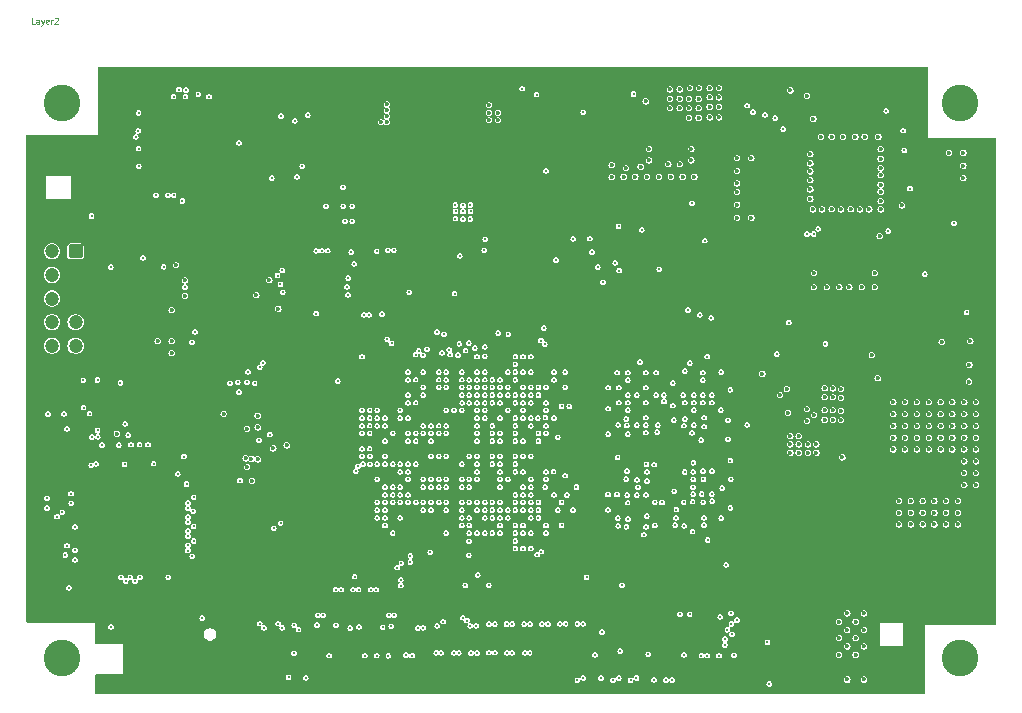
<source format=gbr>
%TF.GenerationSoftware,KiCad,Pcbnew,8.99.0-2767-g6be6680d8c*%
%TF.CreationDate,2024-10-27T19:28:16+01:00*%
%TF.ProjectId,SBC,5342432e-6b69-4636-9164-5f7063625858,rev?*%
%TF.SameCoordinates,Original*%
%TF.FileFunction,Copper,L2,Inr*%
%TF.FilePolarity,Positive*%
%FSLAX46Y46*%
G04 Gerber Fmt 4.6, Leading zero omitted, Abs format (unit mm)*
G04 Created by KiCad (PCBNEW 8.99.0-2767-g6be6680d8c) date 2024-10-27 19:28:16*
%MOMM*%
%LPD*%
G01*
G04 APERTURE LIST*
G04 Aperture macros list*
%AMRoundRect*
0 Rectangle with rounded corners*
0 $1 Rounding radius*
0 $2 $3 $4 $5 $6 $7 $8 $9 X,Y pos of 4 corners*
0 Add a 4 corners polygon primitive as box body*
4,1,4,$2,$3,$4,$5,$6,$7,$8,$9,$2,$3,0*
0 Add four circle primitives for the rounded corners*
1,1,$1+$1,$2,$3*
1,1,$1+$1,$4,$5*
1,1,$1+$1,$6,$7*
1,1,$1+$1,$8,$9*
0 Add four rect primitives between the rounded corners*
20,1,$1+$1,$2,$3,$4,$5,0*
20,1,$1+$1,$4,$5,$6,$7,0*
20,1,$1+$1,$6,$7,$8,$9,0*
20,1,$1+$1,$8,$9,$2,$3,0*%
G04 Aperture macros list end*
%ADD10C,0.100000*%
%TA.AperFunction,NonConductor*%
%ADD11C,0.100000*%
%TD*%
%TA.AperFunction,ComponentPad*%
%ADD12RoundRect,0.250000X-0.350000X0.350000X-0.350000X-0.350000X0.350000X-0.350000X0.350000X0.350000X0*%
%TD*%
%TA.AperFunction,ComponentPad*%
%ADD13C,1.200000*%
%TD*%
%TA.AperFunction,ComponentPad*%
%ADD14C,0.300000*%
%TD*%
%TA.AperFunction,ComponentPad*%
%ADD15C,3.100000*%
%TD*%
%TA.AperFunction,ComponentPad*%
%ADD16C,0.500000*%
%TD*%
%TA.AperFunction,ViaPad*%
%ADD17C,0.800000*%
%TD*%
%TA.AperFunction,ViaPad*%
%ADD18C,0.300000*%
%TD*%
%TA.AperFunction,ViaPad*%
%ADD19C,0.360000*%
%TD*%
G04 APERTURE END LIST*
D10*
D11*
X59200412Y-74851623D02*
X58962317Y-74851623D01*
X58962317Y-74851623D02*
X58962317Y-74351623D01*
X59581365Y-74851623D02*
X59581365Y-74589718D01*
X59581365Y-74589718D02*
X59557555Y-74542099D01*
X59557555Y-74542099D02*
X59509936Y-74518290D01*
X59509936Y-74518290D02*
X59414698Y-74518290D01*
X59414698Y-74518290D02*
X59367079Y-74542099D01*
X59581365Y-74827814D02*
X59533746Y-74851623D01*
X59533746Y-74851623D02*
X59414698Y-74851623D01*
X59414698Y-74851623D02*
X59367079Y-74827814D01*
X59367079Y-74827814D02*
X59343270Y-74780194D01*
X59343270Y-74780194D02*
X59343270Y-74732575D01*
X59343270Y-74732575D02*
X59367079Y-74684956D01*
X59367079Y-74684956D02*
X59414698Y-74661147D01*
X59414698Y-74661147D02*
X59533746Y-74661147D01*
X59533746Y-74661147D02*
X59581365Y-74637337D01*
X59771841Y-74518290D02*
X59890889Y-74851623D01*
X60009936Y-74518290D02*
X59890889Y-74851623D01*
X59890889Y-74851623D02*
X59843270Y-74970671D01*
X59843270Y-74970671D02*
X59819460Y-74994480D01*
X59819460Y-74994480D02*
X59771841Y-75018290D01*
X60390888Y-74827814D02*
X60343269Y-74851623D01*
X60343269Y-74851623D02*
X60248031Y-74851623D01*
X60248031Y-74851623D02*
X60200412Y-74827814D01*
X60200412Y-74827814D02*
X60176603Y-74780194D01*
X60176603Y-74780194D02*
X60176603Y-74589718D01*
X60176603Y-74589718D02*
X60200412Y-74542099D01*
X60200412Y-74542099D02*
X60248031Y-74518290D01*
X60248031Y-74518290D02*
X60343269Y-74518290D01*
X60343269Y-74518290D02*
X60390888Y-74542099D01*
X60390888Y-74542099D02*
X60414698Y-74589718D01*
X60414698Y-74589718D02*
X60414698Y-74637337D01*
X60414698Y-74637337D02*
X60176603Y-74684956D01*
X60628983Y-74851623D02*
X60628983Y-74518290D01*
X60628983Y-74613528D02*
X60652793Y-74565909D01*
X60652793Y-74565909D02*
X60676602Y-74542099D01*
X60676602Y-74542099D02*
X60724221Y-74518290D01*
X60724221Y-74518290D02*
X60771840Y-74518290D01*
X60914698Y-74399242D02*
X60938507Y-74375433D01*
X60938507Y-74375433D02*
X60986126Y-74351623D01*
X60986126Y-74351623D02*
X61105174Y-74351623D01*
X61105174Y-74351623D02*
X61152793Y-74375433D01*
X61152793Y-74375433D02*
X61176602Y-74399242D01*
X61176602Y-74399242D02*
X61200412Y-74446861D01*
X61200412Y-74446861D02*
X61200412Y-74494480D01*
X61200412Y-74494480D02*
X61176602Y-74565909D01*
X61176602Y-74565909D02*
X60890888Y-74851623D01*
X60890888Y-74851623D02*
X61200412Y-74851623D01*
D10*
D11*
X59200412Y-74851623D02*
X58962317Y-74851623D01*
X58962317Y-74851623D02*
X58962317Y-74351623D01*
X59581365Y-74851623D02*
X59581365Y-74589718D01*
X59581365Y-74589718D02*
X59557555Y-74542099D01*
X59557555Y-74542099D02*
X59509936Y-74518290D01*
X59509936Y-74518290D02*
X59414698Y-74518290D01*
X59414698Y-74518290D02*
X59367079Y-74542099D01*
X59581365Y-74827814D02*
X59533746Y-74851623D01*
X59533746Y-74851623D02*
X59414698Y-74851623D01*
X59414698Y-74851623D02*
X59367079Y-74827814D01*
X59367079Y-74827814D02*
X59343270Y-74780194D01*
X59343270Y-74780194D02*
X59343270Y-74732575D01*
X59343270Y-74732575D02*
X59367079Y-74684956D01*
X59367079Y-74684956D02*
X59414698Y-74661147D01*
X59414698Y-74661147D02*
X59533746Y-74661147D01*
X59533746Y-74661147D02*
X59581365Y-74637337D01*
X59771841Y-74518290D02*
X59890889Y-74851623D01*
X60009936Y-74518290D02*
X59890889Y-74851623D01*
X59890889Y-74851623D02*
X59843270Y-74970671D01*
X59843270Y-74970671D02*
X59819460Y-74994480D01*
X59819460Y-74994480D02*
X59771841Y-75018290D01*
X60390888Y-74827814D02*
X60343269Y-74851623D01*
X60343269Y-74851623D02*
X60248031Y-74851623D01*
X60248031Y-74851623D02*
X60200412Y-74827814D01*
X60200412Y-74827814D02*
X60176603Y-74780194D01*
X60176603Y-74780194D02*
X60176603Y-74589718D01*
X60176603Y-74589718D02*
X60200412Y-74542099D01*
X60200412Y-74542099D02*
X60248031Y-74518290D01*
X60248031Y-74518290D02*
X60343269Y-74518290D01*
X60343269Y-74518290D02*
X60390888Y-74542099D01*
X60390888Y-74542099D02*
X60414698Y-74589718D01*
X60414698Y-74589718D02*
X60414698Y-74637337D01*
X60414698Y-74637337D02*
X60176603Y-74684956D01*
X60628983Y-74851623D02*
X60628983Y-74518290D01*
X60628983Y-74613528D02*
X60652793Y-74565909D01*
X60652793Y-74565909D02*
X60676602Y-74542099D01*
X60676602Y-74542099D02*
X60724221Y-74518290D01*
X60724221Y-74518290D02*
X60771840Y-74518290D01*
X60914698Y-74399242D02*
X60938507Y-74375433D01*
X60938507Y-74375433D02*
X60986126Y-74351623D01*
X60986126Y-74351623D02*
X61105174Y-74351623D01*
X61105174Y-74351623D02*
X61152793Y-74375433D01*
X61152793Y-74375433D02*
X61176602Y-74399242D01*
X61176602Y-74399242D02*
X61200412Y-74446861D01*
X61200412Y-74446861D02*
X61200412Y-74494480D01*
X61200412Y-74494480D02*
X61176602Y-74565909D01*
X61176602Y-74565909D02*
X60890888Y-74851623D01*
X60890888Y-74851623D02*
X61200412Y-74851623D01*
D12*
%TO.N,Net-(J2-Pin_1)*%
%TO.C,J2*%
X62677481Y-94118014D03*
D13*
%TO.N,JTAG_TMS*%
X60677481Y-94118014D03*
%TO.N,GND*%
X62677481Y-96118014D03*
%TO.N,JTAG_TCK*%
X60677481Y-96118014D03*
%TO.N,GND*%
X62677481Y-98118014D03*
%TO.N,JTAG_TDO*%
X60677481Y-98118014D03*
%TO.N,Net-(J2-Pin_7)*%
X62677481Y-100118014D03*
%TO.N,JTAG_TDI*%
X60677481Y-100118014D03*
%TO.N,Net-(J2-Pin_9)*%
X62677481Y-102118014D03*
%TO.N,Net-(D9-K)*%
X60677481Y-102118014D03*
%TD*%
D14*
%TO.N,GND*%
%TO.C,U6*%
X68751281Y-105159014D03*
X69251281Y-105159014D03*
X69751281Y-105159014D03*
X68751281Y-104159014D03*
X69251281Y-104159014D03*
X69751281Y-104159014D03*
%TD*%
D15*
%TO.N,Net-(C290-Pad1)*%
%TO.C,H3*%
X61565481Y-81545014D03*
%TD*%
%TO.N,Net-(C288-Pad1)*%
%TO.C,H1*%
X137565481Y-81545014D03*
%TD*%
%TO.N,Net-(C289-Pad1)*%
%TO.C,H2*%
X61565481Y-128545014D03*
%TD*%
D16*
%TO.N,GND*%
%TO.C,U1*%
X125893462Y-85120028D03*
X125893462Y-86295028D03*
X125893462Y-87470028D03*
X125893462Y-88645028D03*
X125893462Y-89820028D03*
X126893462Y-85120028D03*
X126893462Y-86295028D03*
X126893462Y-87470028D03*
X126893462Y-88645028D03*
X126893462Y-89820028D03*
X127893462Y-85120028D03*
X127893462Y-86295028D03*
X127893462Y-87470028D03*
X127893462Y-88645028D03*
X127893462Y-89820028D03*
X128893462Y-85120028D03*
X128893462Y-86295028D03*
X128893462Y-87470028D03*
X128893462Y-88645028D03*
X128893462Y-89820028D03*
X129893462Y-85120028D03*
X129893462Y-86295028D03*
X129893462Y-87470028D03*
X129893462Y-88645028D03*
X129893462Y-89820028D03*
%TD*%
D15*
%TO.N,Net-(C291-Pad1)*%
%TO.C,H4*%
X137565481Y-128545014D03*
%TD*%
D17*
%TO.N,GND*%
X122880481Y-112736014D03*
D18*
X77977481Y-81218014D03*
X140318681Y-120409414D03*
X58693462Y-96720028D03*
X114895000Y-110101400D03*
D19*
X128885481Y-98766014D03*
X116543462Y-92057528D03*
D18*
X79125481Y-116746014D03*
D19*
X102650481Y-88857014D03*
X65120000Y-83430400D03*
D18*
X68620000Y-115692900D03*
D19*
X64970216Y-82503204D03*
D18*
X96020000Y-108880400D03*
X104693462Y-78720028D03*
D19*
X129893462Y-110220028D03*
D18*
X72685081Y-131376614D03*
X58683081Y-92902214D03*
X140343462Y-108370028D03*
D19*
X126443462Y-80370028D03*
D18*
X58693462Y-101720028D03*
X92770000Y-112780400D03*
D17*
X114665481Y-122457014D03*
D19*
X79090181Y-95269314D03*
D18*
X71693462Y-78720028D03*
X62120000Y-84630400D03*
X83611081Y-95876214D03*
X97165481Y-130179514D03*
X111776400Y-106730000D03*
X72300000Y-121712900D03*
X140343462Y-104370028D03*
D19*
X130193462Y-99420028D03*
D18*
X117435000Y-105148400D03*
X65377481Y-84618014D03*
D19*
X79832321Y-85458099D03*
X134818462Y-90225028D03*
D18*
X140318681Y-114409414D03*
X89520000Y-111480400D03*
X103495000Y-105955400D03*
X91470000Y-107580400D03*
X101220000Y-104980400D03*
D17*
X125165481Y-124900514D03*
D18*
X78600000Y-106225000D03*
D17*
X137365481Y-120520028D03*
D18*
X100570000Y-108880400D03*
X90043481Y-91196014D03*
X113420000Y-113980400D03*
D19*
X59515481Y-125070014D03*
X135870000Y-90470400D03*
D18*
X113420000Y-115230400D03*
X113670000Y-128430900D03*
X96020000Y-116030400D03*
D19*
X85728981Y-81410014D03*
D18*
X140318681Y-117409414D03*
X99270000Y-110180400D03*
X140318681Y-122409414D03*
X92120000Y-108230400D03*
X140343462Y-101415014D03*
X140320000Y-85230400D03*
X129693462Y-131370028D03*
X82677481Y-92212014D03*
X140320000Y-89430400D03*
X79600000Y-106225000D03*
X58693462Y-97720028D03*
X88693462Y-131370028D03*
X99270000Y-111480400D03*
X76777481Y-83218014D03*
X106165481Y-128346014D03*
X67320000Y-118292900D03*
X96020000Y-107580400D03*
D19*
X72202481Y-83873014D03*
X135890481Y-123770014D03*
X67249481Y-90392014D03*
D18*
X65227481Y-103668014D03*
D17*
X122880481Y-119721014D03*
D19*
X129243462Y-99420028D03*
D18*
X90693462Y-78720028D03*
D19*
X70932481Y-85143014D03*
X64715481Y-125720014D03*
D18*
X97320000Y-113430400D03*
X58683081Y-93902214D03*
X91693462Y-78720028D03*
X66020000Y-115692900D03*
X138843462Y-120720028D03*
X97320000Y-109530400D03*
X132749481Y-80475014D03*
X92871481Y-95198014D03*
X58693462Y-122720028D03*
X58693462Y-98720028D03*
X122693462Y-78720028D03*
D19*
X85565481Y-84830900D03*
D18*
X99465481Y-100345014D03*
X77977481Y-85218014D03*
X97320000Y-112130400D03*
X58693462Y-117720028D03*
X86693462Y-131370028D03*
D19*
X124855962Y-98820028D03*
X134436481Y-78782014D03*
D17*
X137365481Y-122395014D03*
D18*
X65720000Y-121730400D03*
X114133000Y-105529400D03*
X80693462Y-131370028D03*
X111920000Y-116530400D03*
X110196000Y-109593400D03*
X95365481Y-93095014D03*
X140320000Y-86230400D03*
X100165481Y-130179514D03*
D19*
X128343462Y-80370028D03*
D18*
X65444481Y-85905014D03*
X92120000Y-117930400D03*
X116693462Y-131370028D03*
D19*
X64715481Y-131245014D03*
D17*
X111665481Y-125233014D03*
D18*
X88220000Y-114080400D03*
D19*
X137160191Y-84971449D03*
D18*
X123693462Y-78720028D03*
X95693462Y-78720028D03*
D19*
X64986726Y-81372269D03*
D18*
X87693462Y-131370028D03*
X131693462Y-131370028D03*
X109149481Y-98001014D03*
X58693462Y-120720028D03*
X101220000Y-103680400D03*
D19*
X67790481Y-128545014D03*
D18*
X127693462Y-131370028D03*
X90820000Y-114080400D03*
X115784000Y-107561400D03*
X106191681Y-124832214D03*
X92770000Y-108230400D03*
D17*
X115165481Y-130745014D03*
D19*
X117043462Y-90607528D03*
X124878462Y-106733429D03*
D18*
X85565481Y-87860014D03*
D19*
X136825000Y-90470400D03*
D18*
X96020000Y-104330400D03*
X138843462Y-121720028D03*
X119693462Y-131370028D03*
X133840481Y-94970014D03*
X58683081Y-90902214D03*
X90170000Y-106930400D03*
X107665481Y-130146014D03*
D19*
X128893462Y-110220028D03*
D18*
X101930500Y-113435280D03*
D19*
X85982981Y-82807014D03*
D18*
X81985481Y-97501814D03*
X63153481Y-84666014D03*
X101870000Y-108880400D03*
X99270000Y-114730400D03*
X108545000Y-109466400D03*
D19*
X72227481Y-85168014D03*
D18*
X129621481Y-78747814D03*
D19*
X127393462Y-80370028D03*
D18*
X132693462Y-131370028D03*
X130693462Y-131370028D03*
X68620000Y-116992900D03*
X92762384Y-104976717D03*
X140343462Y-107370028D03*
X114903881Y-115866014D03*
X140343462Y-112370028D03*
X85693462Y-78720028D03*
X90163035Y-124848460D03*
D19*
X85677481Y-82118014D03*
D18*
X102520000Y-116030400D03*
X114937279Y-105665169D03*
X103143681Y-103230400D03*
D17*
X131365481Y-129395014D03*
D18*
X125621481Y-78747814D03*
X77944481Y-92635014D03*
X118693462Y-131370028D03*
D19*
X117043462Y-87757528D03*
D18*
X114693462Y-78720028D03*
X87165481Y-124846014D03*
X89122881Y-97501814D03*
X79693462Y-78720028D03*
D19*
X126255962Y-99320028D03*
D18*
X102720000Y-119230400D03*
X89520000Y-117330400D03*
X72577481Y-92618014D03*
D17*
X123093462Y-126470028D03*
D18*
X108672000Y-107561400D03*
D19*
X73472481Y-86540014D03*
D18*
X140343462Y-105370028D03*
X58693462Y-107720028D03*
X87420000Y-118780400D03*
X99920000Y-107580400D03*
X117693462Y-78720028D03*
D19*
X91697981Y-88268014D03*
D18*
X103693462Y-131370028D03*
X85846281Y-104131214D03*
X140343462Y-90370028D03*
X109693462Y-131370028D03*
X98665481Y-125230014D03*
D17*
X99358481Y-96223014D03*
D18*
X67320000Y-115792900D03*
X69412481Y-93895014D03*
X140320000Y-88630400D03*
X96670000Y-117330400D03*
D19*
X77100000Y-113525000D03*
X124878462Y-105896627D03*
D18*
X72693462Y-78720028D03*
X94070000Y-114730400D03*
X140318681Y-123409414D03*
D19*
X65690481Y-126695014D03*
X129893462Y-106820028D03*
D18*
X117165481Y-122946014D03*
D19*
X93221981Y-89030014D03*
D18*
X92120000Y-112130400D03*
X91470000Y-104330400D03*
X97320000Y-111480400D03*
X95370000Y-109530400D03*
X140343462Y-92370028D03*
X109327626Y-103711393D03*
D19*
X131818462Y-80965028D03*
D18*
X103165481Y-128290514D03*
D19*
X101253481Y-87841014D03*
X126893462Y-81070028D03*
D18*
X102076286Y-85275614D03*
X115670000Y-114080400D03*
D17*
X121610481Y-115911014D03*
D18*
X96693462Y-131370028D03*
X117611081Y-94613814D03*
X89693462Y-78720028D03*
D19*
X64715481Y-130270014D03*
D18*
X96020000Y-110180400D03*
D19*
X61313481Y-86699014D03*
X124893462Y-106320028D03*
D18*
X97320000Y-114730400D03*
X117420000Y-112480400D03*
X121665481Y-122946014D03*
D19*
X131205962Y-94570028D03*
D18*
X68693462Y-78720028D03*
D19*
X122927481Y-106768014D03*
D18*
X110255681Y-112792614D03*
D19*
X128655962Y-82920028D03*
D18*
X58693462Y-95720028D03*
X71177481Y-92618014D03*
X114265481Y-93065014D03*
X94865481Y-99295014D03*
X92693462Y-131370028D03*
X86770000Y-118080400D03*
X66020000Y-117092900D03*
D19*
X134847962Y-89325028D03*
D18*
X99920000Y-105630400D03*
X86693462Y-78720028D03*
X115770000Y-112130400D03*
D19*
X124243462Y-106720028D03*
D18*
X90170000Y-108880400D03*
X109470000Y-114030400D03*
X99270000Y-108880400D03*
X104915481Y-98096014D03*
D19*
X70932481Y-86413014D03*
D18*
X107805481Y-82745014D03*
D19*
X132622481Y-82507014D03*
X73527281Y-98187614D03*
D18*
X99270000Y-117980400D03*
X58693462Y-102720028D03*
X80277481Y-88212014D03*
D19*
X130693462Y-98770028D03*
D18*
X81883881Y-95749214D03*
D19*
X84339551Y-88405134D03*
D18*
X130138591Y-80221514D03*
D19*
X128793462Y-81070028D03*
X75251687Y-112374401D03*
X127893462Y-81070028D03*
D18*
X58693462Y-116720028D03*
X106714481Y-84784014D03*
X107783000Y-105021400D03*
X91665481Y-124846014D03*
X119315481Y-98195014D03*
D19*
X129393462Y-109620028D03*
D18*
X105030562Y-81272095D03*
X140343462Y-100415014D03*
X97970000Y-114080400D03*
D19*
X107476481Y-92774514D03*
X135971471Y-84971449D03*
D18*
X97970000Y-113430400D03*
X79100000Y-106225000D03*
X113371000Y-107815400D03*
X92665481Y-130141495D03*
X58693462Y-112720028D03*
D19*
X131143462Y-99420028D03*
D18*
X87570000Y-103030400D03*
D19*
X66377481Y-85418014D03*
D18*
X95370000Y-110180400D03*
X89693462Y-131370028D03*
D19*
X117043462Y-89707528D03*
D18*
X117370000Y-113630400D03*
X103320000Y-118830400D03*
X104693462Y-131370028D03*
X95693462Y-131370028D03*
D19*
X138720000Y-90470400D03*
D17*
X125165481Y-130516014D03*
D18*
X116546000Y-109466400D03*
D19*
X129693462Y-98770028D03*
X134265481Y-131245014D03*
D17*
X133365481Y-129395014D03*
D19*
X93221981Y-89665014D03*
X124355962Y-99370028D03*
D18*
X124693462Y-131370028D03*
X95265481Y-101145014D03*
D19*
X95472286Y-84285014D03*
D18*
X92025481Y-101145014D03*
X140318681Y-121409414D03*
X86165481Y-128346014D03*
X116673000Y-107688400D03*
X87665481Y-128335014D03*
X88870000Y-112780400D03*
X100570000Y-103680400D03*
X58693462Y-99720028D03*
D17*
X133365481Y-122395014D03*
D18*
X94070000Y-110180400D03*
X82477481Y-81818014D03*
X76693462Y-131370028D03*
X94165481Y-128369014D03*
D19*
X65003236Y-79779054D03*
D18*
X58683081Y-91902214D03*
D17*
X122880481Y-117816014D03*
D18*
X123693462Y-131370028D03*
X104665481Y-128346014D03*
D19*
X125755962Y-98820028D03*
D18*
X100175481Y-124965014D03*
D19*
X76402681Y-95936814D03*
X72202481Y-86413014D03*
D18*
X113693462Y-131370028D03*
X77165481Y-128346014D03*
D17*
X122783992Y-130606543D03*
D18*
X140343462Y-93370028D03*
X58835481Y-87841014D03*
D19*
X92436481Y-85855014D03*
X129893462Y-107820028D03*
D18*
X58693462Y-100720028D03*
X117693462Y-131370028D03*
X105693462Y-78720028D03*
X140343462Y-110370028D03*
D19*
X65882500Y-124890400D03*
X94903481Y-84666014D03*
D18*
X103155481Y-125016014D03*
X138843462Y-119720028D03*
X70685081Y-131376614D03*
X83693462Y-131370028D03*
X99270000Y-117330400D03*
X93693462Y-131370028D03*
X140343462Y-102370028D03*
X105376567Y-95098792D03*
D19*
X73599481Y-83873014D03*
D18*
X100570000Y-113430400D03*
X100693462Y-131370028D03*
X94693462Y-131370028D03*
X140265481Y-98545014D03*
X120693462Y-131370028D03*
X58693462Y-119720028D03*
X101220000Y-118630400D03*
D19*
X139611926Y-85053999D03*
X126755962Y-98820028D03*
D18*
X116665481Y-130146014D03*
X109590481Y-86045014D03*
D19*
X138505756Y-85020979D03*
D18*
X138843462Y-123720028D03*
D19*
X129893462Y-108820028D03*
D18*
X58693462Y-109720028D03*
X94070000Y-112780400D03*
D19*
X117043462Y-85857528D03*
D18*
X83693462Y-78720028D03*
X67458329Y-98660965D03*
X108672000Y-106291400D03*
D19*
X86315481Y-84331014D03*
X133615481Y-78782014D03*
D18*
X68620000Y-118292900D03*
X107665481Y-124845014D03*
D19*
X120565481Y-85577528D03*
D18*
X94693462Y-78720028D03*
X140343462Y-113370028D03*
X87693462Y-78720028D03*
X58693462Y-103720028D03*
D17*
X135365481Y-122395014D03*
D18*
X77977481Y-91618014D03*
D17*
X131365481Y-120520028D03*
D18*
X101665481Y-128290514D03*
D19*
X102650481Y-89365014D03*
X116543462Y-91107528D03*
X116493462Y-89207528D03*
D18*
X109265481Y-98918014D03*
X120693462Y-78720028D03*
D19*
X64715481Y-126695014D03*
D18*
X75693462Y-131370028D03*
D19*
X67315481Y-127345014D03*
X77546846Y-108071846D03*
D18*
X102520000Y-114730400D03*
X140318681Y-116409414D03*
D19*
X84323041Y-87629164D03*
D18*
X92490481Y-100151014D03*
X77693462Y-78720028D03*
X82693462Y-131370028D03*
X98693462Y-131370028D03*
X92120000Y-114730400D03*
X81693462Y-78720028D03*
X131621481Y-78747814D03*
D19*
X65003236Y-78887514D03*
X117043462Y-86757528D03*
D18*
X109645481Y-91727028D03*
X115784000Y-103624400D03*
X75693462Y-78720028D03*
X97693462Y-131370028D03*
X140318681Y-119409414D03*
X108693462Y-131370028D03*
D19*
X128185481Y-99416014D03*
D18*
X108693462Y-78720028D03*
X62640000Y-110292900D03*
D19*
X94903481Y-85555014D03*
D18*
X93420000Y-110180400D03*
X67320000Y-116992900D03*
X87573481Y-97502314D03*
X86920000Y-103680400D03*
X140343462Y-103370028D03*
D19*
X134315481Y-128495014D03*
X102650481Y-90889014D03*
D18*
X94070000Y-108230400D03*
D19*
X132505962Y-89220028D03*
D18*
X110693462Y-131370028D03*
X140343462Y-109370028D03*
X101693462Y-131370028D03*
X88250981Y-111492900D03*
D19*
X61313481Y-90699014D03*
D18*
X102693462Y-131370028D03*
D19*
X63415481Y-125070014D03*
X128893462Y-111570028D03*
D17*
X121610481Y-119721014D03*
D19*
X123255962Y-90720028D03*
X65427481Y-92768014D03*
D18*
X64320000Y-84630400D03*
X97320000Y-110180400D03*
D19*
X134265481Y-123770014D03*
X86565481Y-83188014D03*
X137780000Y-90470400D03*
X73552681Y-95936814D03*
X124893462Y-105470028D03*
X67315481Y-129945014D03*
D18*
X91470000Y-114080400D03*
X90820000Y-111480400D03*
D17*
X96808481Y-98623014D03*
D18*
X73693462Y-78720028D03*
D19*
X116543462Y-88207528D03*
D18*
X96565481Y-94495014D03*
X90170000Y-104980400D03*
X97970000Y-104330400D03*
X108626800Y-112216400D03*
D19*
X70932481Y-83873014D03*
D18*
X77977481Y-87218014D03*
X111855881Y-105020214D03*
X90170000Y-106280400D03*
X115055481Y-111486014D03*
X78693462Y-131370028D03*
D19*
X121193462Y-80497528D03*
X134465962Y-84630028D03*
X134465962Y-83680028D03*
X76402681Y-98236814D03*
D18*
X78665481Y-128346014D03*
D19*
X129893462Y-111570028D03*
D18*
X115870000Y-115917273D03*
X99693462Y-78720028D03*
X138065481Y-96045014D03*
D19*
X81252181Y-84789444D03*
D18*
X66693462Y-78720028D03*
D19*
X94456286Y-81821214D03*
D17*
X135365481Y-120520028D03*
D19*
X130755962Y-94570028D03*
D18*
X140343462Y-111370028D03*
D19*
X121365481Y-110570014D03*
D18*
X58693462Y-114720028D03*
D19*
X95472286Y-85809014D03*
D18*
X140265481Y-99445014D03*
X138843462Y-122720028D03*
X103693462Y-78720028D03*
X88665481Y-124846014D03*
D19*
X65427481Y-90568014D03*
D18*
X92770000Y-114730400D03*
X67693462Y-78720028D03*
D19*
X62440481Y-125070014D03*
D18*
X70693462Y-78720028D03*
X69693462Y-78720028D03*
X115693462Y-78720028D03*
X83165481Y-128346014D03*
X101220000Y-117330400D03*
X105693462Y-131370028D03*
X112693462Y-78720028D03*
D19*
X124643462Y-92050028D03*
D18*
X61970281Y-106264814D03*
X99270000Y-112130400D03*
X74693462Y-78720028D03*
X66020000Y-118292900D03*
X93420000Y-108230400D03*
D17*
X119855481Y-127755014D03*
X133365481Y-124395014D03*
X75590481Y-122345014D03*
D18*
X98693462Y-78720028D03*
D19*
X66417481Y-87018014D03*
D18*
X92770000Y-107580400D03*
D19*
X83794721Y-86869704D03*
D18*
X92120000Y-106930400D03*
X76619481Y-92635014D03*
D19*
X133290481Y-79713014D03*
D18*
X99270000Y-103030400D03*
X67685081Y-131376614D03*
X96670000Y-114730400D03*
D17*
X74523872Y-129442223D03*
D18*
X106693462Y-131370028D03*
X108620000Y-115430400D03*
X89046681Y-95698414D03*
D19*
X122865353Y-104250528D03*
D18*
X58693462Y-104720028D03*
D19*
X116543462Y-87257528D03*
D18*
X83560281Y-97501814D03*
X88870000Y-109530400D03*
X111847000Y-107942400D03*
X107620000Y-116380400D03*
X111565481Y-97845014D03*
X122693462Y-131370028D03*
X60420000Y-106018462D03*
D19*
X85601981Y-85601014D03*
D18*
X136865481Y-98745014D03*
X140343462Y-94370028D03*
X116693462Y-78720028D03*
X93420000Y-114730400D03*
X120955481Y-106235014D03*
X113693462Y-78720028D03*
D17*
X120165481Y-130745014D03*
D18*
X93420000Y-112780400D03*
X114693462Y-131370028D03*
X100570000Y-109530400D03*
X101220000Y-112130400D03*
X99693462Y-131370028D03*
D19*
X80567016Y-85474609D03*
D18*
X89520000Y-107580400D03*
D19*
X128393462Y-109620028D03*
X131705962Y-94570028D03*
D18*
X98665481Y-130195014D03*
D19*
X72400881Y-99000414D03*
D18*
X68685081Y-131376614D03*
D17*
X80165481Y-122345014D03*
D18*
X99270000Y-103680400D03*
D19*
X73242500Y-122730400D03*
X65690481Y-131245014D03*
D18*
X97970000Y-114730400D03*
X100693462Y-78720028D03*
X65377481Y-87418014D03*
X140343462Y-106370028D03*
X109165481Y-130146014D03*
X101693462Y-78720028D03*
X96020000Y-112780400D03*
X77977481Y-80018014D03*
X117434996Y-108958400D03*
X97970000Y-107580400D03*
X92120000Y-111480400D03*
D17*
X133365481Y-120520028D03*
D19*
X116493462Y-85357528D03*
D18*
X112165481Y-130146014D03*
X139643462Y-115870028D03*
X97970000Y-117330400D03*
D19*
X74952681Y-97174314D03*
X63920000Y-123952900D03*
X61375481Y-84920014D03*
D18*
X83539924Y-93381971D03*
X130621481Y-78747814D03*
D19*
X134493826Y-82618774D03*
D18*
X58693462Y-110720028D03*
D19*
X65427481Y-91618014D03*
D18*
X100570000Y-116680400D03*
X101220000Y-107580400D03*
X80588481Y-106214014D03*
X95370000Y-117980400D03*
D17*
X121610481Y-117816014D03*
D18*
X99920000Y-114080400D03*
X99270000Y-115380400D03*
D19*
X79620000Y-109730400D03*
D18*
X90693462Y-131370028D03*
X102693462Y-78720028D03*
D17*
X131365481Y-124395014D03*
D18*
X131138591Y-80221514D03*
X140320000Y-87830400D03*
D19*
X116543462Y-90157528D03*
D18*
X58693462Y-115720028D03*
D19*
X72831281Y-99838614D03*
D18*
X140343462Y-95370028D03*
D19*
X127593462Y-110220028D03*
D18*
X107693462Y-78720028D03*
D19*
X78100000Y-113525000D03*
D18*
X84665481Y-128346014D03*
X91693462Y-131370028D03*
D19*
X125305962Y-99320028D03*
D18*
X82693462Y-78720028D03*
X58683081Y-88902214D03*
X99920000Y-116680400D03*
D19*
X122880000Y-93030400D03*
D18*
X109693462Y-78720028D03*
X111693462Y-78720028D03*
D19*
X102650481Y-90381014D03*
D18*
X117308000Y-106926400D03*
X69685081Y-131376614D03*
D19*
X129293462Y-80370028D03*
D18*
X121693462Y-78720028D03*
X126621481Y-78747814D03*
X128621481Y-78747814D03*
D19*
X93221981Y-91189014D03*
D17*
X122295481Y-127475014D03*
D18*
X88693462Y-78720028D03*
X121693462Y-131370028D03*
X87497281Y-95901614D03*
X85665481Y-124846014D03*
X102520000Y-111480400D03*
X100570000Y-118630400D03*
X77693462Y-131370028D03*
X93693462Y-78720028D03*
X109149481Y-97051014D03*
X61248481Y-85809014D03*
X140318681Y-115409414D03*
X91470000Y-108230400D03*
D19*
X129293462Y-107320028D03*
D18*
X140320000Y-87030400D03*
X133693462Y-131370028D03*
D19*
X116543462Y-86307528D03*
D18*
X102515481Y-85445014D03*
X70245481Y-89835014D03*
X77977481Y-84418014D03*
X80693462Y-78720028D03*
X70657081Y-97374814D03*
X124621481Y-78747814D03*
X107693462Y-131370028D03*
X101665481Y-124946014D03*
D17*
X81665481Y-122345014D03*
D18*
X66450000Y-101120000D03*
X138843462Y-117720028D03*
D19*
X94837286Y-80932214D03*
D18*
X127621481Y-78747814D03*
X111693462Y-131370028D03*
D17*
X131365481Y-122395014D03*
D19*
X80700000Y-111425000D03*
D18*
X78693462Y-78720028D03*
X138065481Y-93545014D03*
X76693462Y-78720028D03*
X107275000Y-107307400D03*
X93477481Y-125143014D03*
X89520000Y-112780400D03*
D19*
X70885681Y-110201814D03*
X93221981Y-90681014D03*
D18*
X79693462Y-131370028D03*
X71685081Y-131376614D03*
X140265481Y-97545014D03*
X84693462Y-131370028D03*
D17*
X122880481Y-115911014D03*
D18*
X58693462Y-113720028D03*
X97693462Y-78720028D03*
X115693462Y-131370028D03*
X90170000Y-111480400D03*
D19*
X133638481Y-82507014D03*
D18*
X58693462Y-121720028D03*
D19*
X129293462Y-108320028D03*
D18*
X140318681Y-118409414D03*
X113303000Y-106374200D03*
X132621481Y-78747814D03*
X110204881Y-105655214D03*
X110665481Y-130146014D03*
D19*
X134365481Y-124545014D03*
D18*
X91470000Y-113430400D03*
X58683081Y-94902214D03*
X95052481Y-125168014D03*
X112693462Y-131370028D03*
X58683081Y-89902214D03*
X92120000Y-107580400D03*
D17*
X77165481Y-122345014D03*
D18*
X58693462Y-111720028D03*
X106693462Y-78720028D03*
X96693462Y-78720028D03*
X92120000Y-110180400D03*
X90165481Y-130125514D03*
D19*
X94837286Y-82583214D03*
D18*
X115657000Y-109466400D03*
D19*
X129293462Y-106320028D03*
D18*
X81665481Y-128346014D03*
X110196000Y-108196400D03*
X110693462Y-78720028D03*
X62945000Y-106308462D03*
D19*
X134019481Y-79713014D03*
D18*
X58693462Y-124720028D03*
D19*
X127205962Y-99320028D03*
D18*
X90170000Y-110180400D03*
D19*
X60490481Y-125070014D03*
D18*
X119693462Y-78720028D03*
X95665481Y-128345014D03*
X80080481Y-106214014D03*
D19*
X73599481Y-85143014D03*
D18*
X58693462Y-123720028D03*
X116420000Y-111530400D03*
D19*
X117043462Y-91607528D03*
D18*
X58693462Y-108720028D03*
X111720000Y-113480400D03*
D19*
X65690481Y-130270014D03*
D18*
X99270000Y-108230400D03*
X99270000Y-112780400D03*
X58693462Y-105720028D03*
D19*
X80650000Y-108375000D03*
D18*
X71062500Y-123040400D03*
X80165481Y-128346014D03*
X95370000Y-112780400D03*
D19*
X103539481Y-93241014D03*
D18*
X84693462Y-78720028D03*
X118693462Y-78720028D03*
X99270000Y-109530400D03*
X111770000Y-114680400D03*
X84165481Y-124846014D03*
D19*
X134893462Y-85277528D03*
D18*
X104665481Y-124919514D03*
D17*
X78665481Y-122345014D03*
D18*
X92693462Y-78720028D03*
X138843462Y-118720028D03*
X117534881Y-100582814D03*
X97320000Y-112780400D03*
X66685081Y-131376614D03*
X77977481Y-90418014D03*
X100570000Y-112130400D03*
X103377481Y-98918014D03*
D19*
X64262481Y-87829014D03*
X129393462Y-110870028D03*
D18*
X74685081Y-131376614D03*
X81693462Y-131370028D03*
X65470000Y-106018462D03*
D17*
X120165481Y-122345014D03*
D18*
X73685081Y-131376614D03*
D19*
X66677481Y-92768014D03*
X95472286Y-85047014D03*
D18*
X108470000Y-113480400D03*
X91470000Y-111480400D03*
X117320000Y-114780400D03*
D19*
X61465481Y-125070014D03*
D18*
X140265481Y-96445014D03*
X95370000Y-108230400D03*
D19*
X95411481Y-83015014D03*
D18*
X58693462Y-118720028D03*
X58693462Y-106720028D03*
X118665481Y-122946014D03*
X77977481Y-86218014D03*
X85693462Y-131370028D03*
D19*
X128393462Y-110870028D03*
D18*
X140343462Y-91370028D03*
%TO.N,GBE0_MDI3_N*%
X72185800Y-119455400D03*
%TO.N,GBE0_MDI3_P*%
X72186800Y-119005400D03*
%TO.N,/IO/LED0*%
X67320000Y-121730400D03*
%TO.N,/IO/LED1*%
X66920000Y-122030400D03*
%TO.N,GBE0_MDI2_N*%
X72186800Y-118255400D03*
%TO.N,GBE0_MDI2_P*%
X72186800Y-117805400D03*
%TO.N,/MPU/VDDA_0P9*%
X97970898Y-108878794D03*
%TO.N,GBE0_MDI1_N*%
X72186800Y-117055400D03*
%TO.N,GBE0_MDI1_P*%
X72186800Y-116605400D03*
%TO.N,GBE0_MDI0_N*%
X72186800Y-115855400D03*
%TO.N,GBE0_MDI0_P*%
X72186800Y-115405400D03*
D19*
%TO.N,/POWER/SIC4020A_VDD*%
X122328462Y-106270028D03*
D18*
X126165481Y-101945014D03*
%TO.N,3.3V_SW*%
X114865481Y-90045014D03*
D19*
X115420981Y-82803014D03*
X137393462Y-116245028D03*
X133918462Y-108895028D03*
X128693462Y-84407528D03*
X134918462Y-110895028D03*
X115420981Y-82003014D03*
X136918462Y-109895028D03*
X133918462Y-106895028D03*
X131918462Y-109895028D03*
X127493462Y-90557528D03*
X130843462Y-85470028D03*
X129493462Y-84407528D03*
X115420981Y-81203014D03*
X138918462Y-112895028D03*
X133393462Y-117245028D03*
X137918462Y-113895028D03*
X137918462Y-110895028D03*
X138918462Y-111895028D03*
X130843462Y-90557528D03*
X134393462Y-116245028D03*
X124893462Y-89670028D03*
X138918462Y-113895028D03*
X113820981Y-81203014D03*
X132918462Y-110895028D03*
X117156481Y-82775014D03*
X123193462Y-80497528D03*
X135918462Y-106895028D03*
X127638838Y-84403766D03*
X135918462Y-107895028D03*
X133918462Y-109895028D03*
X133393462Y-115245028D03*
X138918462Y-109895028D03*
X132393462Y-115245028D03*
X136918462Y-107895028D03*
X116356481Y-81075014D03*
X134918462Y-106895028D03*
X131918462Y-107895028D03*
X135393462Y-117245028D03*
X130843462Y-87057528D03*
X117156481Y-80275014D03*
X122893462Y-105770028D03*
X113820981Y-82003014D03*
X131918462Y-108895028D03*
X136918462Y-110895028D03*
X136393462Y-117245028D03*
X116356481Y-81875014D03*
X113020981Y-80403014D03*
X115467481Y-80275014D03*
X113020981Y-82003014D03*
X137918462Y-109895028D03*
X124893462Y-88070028D03*
D18*
X117765481Y-120645014D03*
D19*
X136918462Y-108895028D03*
X136393462Y-116245028D03*
X131918462Y-110895028D03*
X130843462Y-87670028D03*
X135393462Y-116245028D03*
X129893462Y-90557528D03*
X125793462Y-84420028D03*
X124893462Y-87357528D03*
D18*
X121915481Y-82820014D03*
D19*
X138918462Y-107895028D03*
X114620981Y-81203014D03*
X137918462Y-107895028D03*
X113020981Y-81203014D03*
X134393462Y-115245028D03*
X137918462Y-112895028D03*
X129093462Y-90557528D03*
X117156481Y-81075014D03*
X131918462Y-106895028D03*
X137393462Y-117245028D03*
X137918462Y-108895028D03*
X116356481Y-82775014D03*
D18*
X99270000Y-107580400D03*
D19*
X132393462Y-116245028D03*
X116356481Y-80275014D03*
X117156481Y-81875014D03*
X130840643Y-89870028D03*
X124893462Y-85870028D03*
X114620981Y-82803014D03*
X114705481Y-80275014D03*
D18*
X137065481Y-91745014D03*
D19*
X134918462Y-108895028D03*
X135393462Y-115245028D03*
X120833500Y-104463796D03*
X126693462Y-84407528D03*
D18*
X101703767Y-80847014D03*
D19*
X136393462Y-115245028D03*
X128293462Y-90557528D03*
X126693462Y-90553941D03*
X132918462Y-108895028D03*
X138918462Y-108895028D03*
X135918462Y-110895028D03*
X135918462Y-109895028D03*
X130840643Y-89070028D03*
X136918462Y-106895028D03*
X137393462Y-115245028D03*
X132393462Y-117245028D03*
D18*
X108715481Y-95745014D03*
D19*
X134918462Y-107895028D03*
X133918462Y-107895028D03*
X134393462Y-117245028D03*
X124893462Y-86670028D03*
X130643462Y-84407528D03*
X132918462Y-109895028D03*
D18*
X109915481Y-80795014D03*
D19*
X124893462Y-88870028D03*
X133918462Y-110895028D03*
X125893462Y-90557528D03*
X137918462Y-111895028D03*
X132918462Y-106895028D03*
X138918462Y-110895028D03*
X137918462Y-106895028D03*
X135918462Y-108895028D03*
X130843462Y-86270028D03*
X134918462Y-109895028D03*
X113820981Y-80403014D03*
X130840643Y-88470028D03*
X133393462Y-116245028D03*
X114620981Y-82003014D03*
X125093462Y-90557528D03*
X132918462Y-107895028D03*
X138918462Y-106895028D03*
D18*
%TO.N,VBAT*%
X132749481Y-83895014D03*
X121260000Y-127220000D03*
%TO.N,I2C1_SCL*%
X89520000Y-114730400D03*
X106665481Y-128268014D03*
%TO.N,I2C1_SDA*%
X89520000Y-114080400D03*
X107165481Y-130243014D03*
%TO.N,I2C2_SCL*%
X108665481Y-130243014D03*
X72790681Y-100918014D03*
X86027481Y-94168014D03*
X79777481Y-96168014D03*
X90820000Y-115380400D03*
%TO.N,I2C2_SDA*%
X72537481Y-101818014D03*
X80027481Y-96918014D03*
X108165481Y-130431014D03*
X73404983Y-125168014D03*
X85767481Y-96378014D03*
X90170000Y-115380400D03*
%TO.N,I2C3_SCL*%
X109665481Y-130431014D03*
X90820000Y-114730400D03*
%TO.N,I2C3_SDA*%
X110165481Y-130243014D03*
X90170000Y-114080400D03*
%TO.N,USB1_OC*%
X95450344Y-125143014D03*
X92770000Y-116030400D03*
%TO.N,USB1_PWR_EN*%
X96612550Y-125807945D03*
X93420000Y-115380400D03*
%TO.N,UART2_TXD*%
X88870000Y-115380400D03*
X87165481Y-128346014D03*
%TO.N,UART2_RXD*%
X86664800Y-125907800D03*
%TO.N,UART1_TXD*%
X83132981Y-125762514D03*
%TO.N,UART1_RXD*%
X88220000Y-115380400D03*
X84165481Y-128346014D03*
%TO.N,/IO/ENET_2.5V_A*%
X72649566Y-116134784D03*
X71320000Y-112942900D03*
X71845000Y-111492900D03*
X72670481Y-117415414D03*
X72562081Y-119930014D03*
%TO.N,USB2_RX_N*%
X81556777Y-126147177D03*
%TO.N,USB2_RX_P*%
X81203223Y-125793623D03*
%TO.N,USB2_TX_N*%
X80186777Y-125987177D03*
%TO.N,USB2_TX_P*%
X79833223Y-125633623D03*
%TO.N,USB2_DP*%
X78263223Y-125633623D03*
%TO.N,VDD_1V*%
X64002281Y-112233814D03*
X61690881Y-107865014D03*
X72070000Y-113830400D03*
X61952556Y-109139557D03*
X60344681Y-107890414D03*
%TO.N,UART3_RXD*%
X85938081Y-126009400D03*
%TO.N,UART3_TXD*%
X84718800Y-125780800D03*
%TO.N,UART4_RXD*%
X105165481Y-130431014D03*
X88220000Y-116030400D03*
%TO.N,NVCC_DRAM_1V1*%
X118120000Y-105830400D03*
X100570000Y-112780400D03*
X101220000Y-117980400D03*
X109320000Y-117430400D03*
D19*
X128193462Y-97157528D03*
D18*
X114207000Y-117353000D03*
X113445000Y-117302200D03*
X118120000Y-111830400D03*
D19*
X129243462Y-97157528D03*
D18*
X105087698Y-114076115D03*
X111974000Y-108831400D03*
X115784000Y-104386400D03*
X100570000Y-104330400D03*
X115657000Y-110101400D03*
X101870000Y-110180400D03*
X112487600Y-106831600D03*
X101220000Y-114080400D03*
X101870000Y-116030400D03*
X109434000Y-107561400D03*
X101220000Y-106280400D03*
X114133000Y-106291400D03*
X99920000Y-112130400D03*
X107745100Y-116001529D03*
X111720000Y-117330400D03*
X113370000Y-114430400D03*
X112338481Y-115383414D03*
X117920000Y-110030400D03*
X108630000Y-108791400D03*
X113548400Y-115979600D03*
X111847000Y-104386400D03*
X101220000Y-108880400D03*
X118120000Y-115830400D03*
X114260000Y-104259400D03*
X101870000Y-106280400D03*
X113323912Y-108404900D03*
X101220000Y-108230400D03*
X100570000Y-117980400D03*
X107783000Y-105656400D03*
X110789081Y-118101214D03*
X99920000Y-110180400D03*
X110303200Y-114096000D03*
X109434000Y-104386400D03*
X101220000Y-104330400D03*
X102459381Y-108190191D03*
X110477481Y-103488014D03*
X101220000Y-114730400D03*
X109434000Y-109593400D03*
X115680200Y-114660600D03*
D19*
X130343462Y-95957528D03*
X130343462Y-97157528D03*
D18*
X113244000Y-107180400D03*
X101220000Y-116030400D03*
X99920000Y-111480400D03*
X112482000Y-106291400D03*
D19*
X132648462Y-90220028D03*
D18*
X107783000Y-109593400D03*
X115870000Y-117288414D03*
X118155481Y-113415014D03*
X115784000Y-106926400D03*
X117920000Y-108430400D03*
X108566581Y-111573414D03*
%TO.N,DRAM_DQ21*%
X99920000Y-119280400D03*
X111717800Y-115371800D03*
%TO.N,DRAM_DQ19*%
X103495000Y-116030400D03*
X108525200Y-114705600D03*
%TO.N,DRAM_DQ25*%
X117356600Y-116692600D03*
X99920000Y-117330400D03*
%TO.N,DRAM_DQ24*%
X116188200Y-118572200D03*
X100570000Y-117330400D03*
%TO.N,DRAM_DQ26*%
X99920000Y-117980400D03*
X116594600Y-115270200D03*
%TO.N,DRAM_DQ28*%
X114969000Y-114660600D03*
X100570000Y-114730400D03*
%TO.N,DRAM_DQ27*%
X99920000Y-116030400D03*
X116543800Y-114660600D03*
%TO.N,DRAM_DQ30*%
X100570000Y-115380400D03*
X114912426Y-117855069D03*
%TO.N,DRAM_VREF*%
X133318800Y-88801600D03*
%TO.N,DRAM_DQ15*%
X113244000Y-105275400D03*
X100570000Y-108230400D03*
%TO.N,DRAM_DQ12*%
X100570000Y-107580400D03*
X114260000Y-106926400D03*
%TO.N,DRAM_DQ14*%
X114672000Y-103580400D03*
X100570000Y-106930400D03*
%TO.N,DRAM_DQ11*%
X116546000Y-106926400D03*
X99920000Y-106280400D03*
D19*
%TO.N,Net-(U13-VDDI)*%
X75211268Y-107875000D03*
D18*
%TO.N,DRAM_DQ9*%
X117339000Y-104342400D03*
X99920000Y-104980400D03*
%TO.N,DRAM_DQ10*%
X99920000Y-104330400D03*
X116546000Y-106291400D03*
%TO.N,DRAM_DQ4*%
X99920000Y-103680400D03*
X110958000Y-106926400D03*
%TO.N,DRAM_DQ6*%
X100570000Y-103030400D03*
X110958000Y-105656400D03*
%TO.N,DRAM_DQ22*%
X100570000Y-119280400D03*
X111032000Y-116540200D03*
%TO.N,DRAM_DQ23*%
X110963600Y-117429200D03*
X101220000Y-119280400D03*
%TO.N,DRAM_DQS3_P*%
X101220000Y-116680400D03*
X115832600Y-115371800D03*
%TO.N,DRAM_DM3*%
X100570000Y-116030400D03*
X115870000Y-116679472D03*
%TO.N,DRAMREF*%
X100570000Y-110180400D03*
%TO.N,DRAM_DQ13*%
X101220000Y-106930400D03*
X115022000Y-106926400D03*
%TO.N,DRAM_DM1*%
X100570000Y-106280400D03*
X115784000Y-105021400D03*
%TO.N,DRAM_DQS1_P*%
X101220000Y-105630400D03*
X115784000Y-106291400D03*
%TO.N,DRAM_DQ8*%
X100570000Y-105630400D03*
X116170000Y-103030400D03*
%TO.N,DRAM_DQ7*%
X110958000Y-104386400D03*
X101220000Y-103030400D03*
%TO.N,DRAM_DQS2_N*%
X101761000Y-119791400D03*
X110193800Y-114762200D03*
%TO.N,DRAM_DQS2_P*%
X102116600Y-119537400D03*
X109417100Y-115394300D03*
%TO.N,DRAM_DQS3_N*%
X114918200Y-115321000D03*
X101870000Y-116680400D03*
%TO.N,Net-(U15-VDD1.8_1)*%
X90926281Y-97578014D03*
X85746234Y-97799378D03*
%TO.N,DRAM_nCS0_B*%
X101220000Y-113430400D03*
X111065200Y-112775200D03*
%TO.N,DRAM_CKE0_A*%
X101870000Y-109530400D03*
X110958000Y-109466400D03*
%TO.N,DRAM_DQS1_N*%
X101870000Y-105630400D03*
X115022000Y-106291400D03*
%TO.N,DRAM_DQS0_P*%
X102398564Y-101979764D03*
X109434000Y-106291400D03*
%TO.N,DRAM_DQS0_N*%
X110196000Y-106291400D03*
X102087436Y-101668636D03*
%TO.N,DRAM_DQ16*%
X103820000Y-117330400D03*
X108626800Y-117347200D03*
%TO.N,DRAM_DM2*%
X102520000Y-117330400D03*
X109439600Y-116788400D03*
%TO.N,DRAM_DQ18*%
X104795000Y-116030400D03*
X109388800Y-114756400D03*
%TO.N,PMIC_SCL*%
X90170000Y-114730400D03*
X120020000Y-82330400D03*
%TO.N,DRAM_nCS1_B*%
X110220000Y-113455400D03*
X102449290Y-114080400D03*
%TO.N,DRAM_CKE0_B*%
X111014400Y-112165600D03*
X102520000Y-112780400D03*
%TO.N,DRAM_CA0_A*%
X102520000Y-108880400D03*
X109307000Y-108323400D03*
%TO.N,DRAM_CA2_A*%
X104470000Y-107255400D03*
X114260000Y-108323400D03*
%TO.N,DRAM_DQ3*%
X102520000Y-105630400D03*
X108672000Y-106926400D03*
%TO.N,DRAM_DM0*%
X109434000Y-105021400D03*
X103170000Y-104980400D03*
%TO.N,DRAM_DQ1*%
X108672000Y-105656400D03*
X103170000Y-104330400D03*
%TO.N,DRAM_DQ17*%
X108576000Y-116686800D03*
X102520000Y-117980400D03*
%TO.N,DRAM_CA1_A*%
X102520000Y-109530400D03*
X109338000Y-108863600D03*
%TO.N,DRAM_CKE1_A*%
X103495000Y-109855400D03*
X111921000Y-109428200D03*
%TO.N,DRAM_CA5_A*%
X102520000Y-107580400D03*
X115911000Y-108958400D03*
%TO.N,DRAM_DQ2*%
X109434000Y-106926400D03*
X104145000Y-105630400D03*
%TO.N,DRAM_DQ0*%
X108545000Y-104386400D03*
X104145000Y-104330400D03*
%TO.N,SPI1_MOSI*%
X91637481Y-126000614D03*
%TO.N,SPI2_SSO*%
X88671400Y-125949814D03*
%TO.N,UART4_TXD*%
X105665481Y-130243014D03*
X89520000Y-115380400D03*
%TO.N,Net-(U9A-MIPI_VDD1)*%
X89520000Y-109530400D03*
D19*
%TO.N,Net-(L6-Pad1)*%
X130090000Y-102880000D03*
X126793462Y-106470028D03*
X138430000Y-101700000D03*
X127493462Y-108420028D03*
X127493462Y-106520028D03*
X126793462Y-108370028D03*
X126093462Y-105720028D03*
X126793462Y-105720028D03*
X138310000Y-105140000D03*
X126093462Y-108370028D03*
X138350000Y-103720000D03*
X126093462Y-106470028D03*
X127493462Y-107620028D03*
X130580000Y-104870000D03*
X136010000Y-101780000D03*
X126093462Y-107570028D03*
X127493462Y-105770028D03*
X126793462Y-107570028D03*
D18*
%TO.N,SPI1_MISO*%
X92110200Y-125984000D03*
%TO.N,HDMI_TX3_P*%
X98165481Y-125685014D03*
%TO.N,Net-(U9M-USB1_TX_P)*%
X89911304Y-120894191D03*
X86920000Y-111479900D03*
%TO.N,PCIE2_RXN*%
X94710481Y-128108814D03*
%TO.N,SPI2_MISO*%
X89408000Y-125857000D03*
%TO.N,SPI2_SCLK*%
X88165481Y-128346014D03*
X88220000Y-116680400D03*
%TO.N,PCIE2_RXP*%
X95120481Y-128108814D03*
%TO.N,PCIE1_TXN*%
X89426658Y-101920391D03*
X99620481Y-128108814D03*
%TO.N,SPI1_SSO*%
X91165481Y-128346014D03*
X88870000Y-117330400D03*
%TO.N,Net-(U9B-ZQ_{slash}_ZQ_{slash}_ZQ)*%
X100570000Y-111480400D03*
%TO.N,PCIE1_TXP*%
X89073104Y-101566837D03*
X99210481Y-128108814D03*
%TO.N,HDMI_TX2_P*%
X99165481Y-125665014D03*
%TO.N,Net-(U9M-USB1_RESREF)*%
X86578131Y-112323939D03*
%TO.N,Net-(U9K-PCIE2_RESREF)*%
X86920000Y-103030400D03*
%TO.N,Net-(U9M-USB2_RESREF)*%
X86396521Y-112744944D03*
D19*
%TO.N,QSPIA_SCLK*%
X71952481Y-96587414D03*
D18*
X90820000Y-106930400D03*
%TO.N,Net-(U9J-HDMI_REXT)*%
X95970708Y-119859514D03*
%TO.N,NAND_DATA0*%
X90820000Y-106280400D03*
D19*
X77980181Y-97809314D03*
D18*
%TO.N,Net-(U9L-MIPI_DSI_REXT)*%
X88220000Y-108230400D03*
%TO.N,QSPIA_nSS0 *%
X91470000Y-106930400D03*
D19*
X79848162Y-98984314D03*
%TO.N,NAND_DATA2*%
X71952745Y-97865013D03*
D18*
X91470000Y-104980400D03*
%TO.N,PCIE1_RXP*%
X91720000Y-102540400D03*
X100710481Y-128108814D03*
D19*
%TO.N,NAND_DATA1*%
X79090181Y-96539314D03*
D18*
X92120000Y-106280400D03*
%TO.N,SPI1_SCLK*%
X88870000Y-116030400D03*
X90652481Y-128293014D03*
%TO.N,NAND_DATA3*%
X92120000Y-105630400D03*
D19*
X71200054Y-95283419D03*
D18*
%TO.N,SPI2_MOSI*%
X89165481Y-128359400D03*
X88870000Y-116680400D03*
%TO.N,SD2_nCD*%
X118165481Y-124775014D03*
X93420000Y-105630400D03*
%TO.N,SD2_CLK*%
X93420000Y-104980400D03*
X118435481Y-128325014D03*
D19*
%TO.N,SD1_CMD*%
X77565881Y-111675014D03*
D18*
X93420000Y-104330400D03*
%TO.N,SD1_CLK*%
X93695037Y-102708970D03*
D19*
X78100000Y-111725000D03*
D18*
%TO.N,SD2_WP*%
X118204481Y-125685014D03*
X94070000Y-105630400D03*
%TO.N,HDMI_REFCLK_N*%
X100665481Y-125685014D03*
%TO.N,HDMI_REFCLK_P*%
X101165481Y-125685014D03*
%TO.N,USB2_PWR_EN*%
X82165481Y-130212014D03*
X95817593Y-125377659D03*
X92770000Y-115380400D03*
%TO.N,SD2_CMD*%
X94070000Y-104980400D03*
X117665481Y-127435014D03*
%TO.N,SD1_D1*%
X94326250Y-102436650D03*
X77197492Y-105197161D03*
%TO.N,SD1_D0*%
X76520000Y-106030400D03*
X94395000Y-102855400D03*
%TO.N,ENET_MDIO*%
X94720000Y-107580400D03*
X61817881Y-119830400D03*
%TO.N,ENET_MDC*%
X61944881Y-119030400D03*
X95420000Y-106930400D03*
%TO.N,SD2_D1*%
X95370000Y-105630400D03*
X118265481Y-126546014D03*
%TO.N,HDMI_TX0_P*%
X102165481Y-125665014D03*
%TO.N,GPIO9*%
X94070000Y-116030400D03*
X111652481Y-130393014D03*
%TO.N,GPIO10*%
X111165481Y-128246014D03*
X94070000Y-115380400D03*
%TO.N,GPIO6*%
X95370000Y-116680400D03*
X113202481Y-130418014D03*
%TO.N,SD2_D0*%
X117665481Y-126946014D03*
X95370000Y-104980400D03*
%TO.N,SD1_D4*%
X76397481Y-105198014D03*
X95175984Y-101932397D03*
%TO.N,SD1_D2*%
X77835142Y-105285527D03*
X95045000Y-102894909D03*
%TO.N,ENET_TX_CTL*%
X95370000Y-107580400D03*
X64434081Y-112106814D03*
%TO.N,ENET_TD3*%
X95370000Y-106280400D03*
X61106681Y-116577214D03*
%TO.N,Net-(U9H-TEST_MODE)*%
X98620000Y-115380400D03*
%TO.N,GPIO8*%
X95370000Y-115380400D03*
X112677481Y-130418014D03*
%TO.N,GPIO3*%
X113865481Y-124846014D03*
X95370000Y-117330400D03*
X116165481Y-128346014D03*
%TO.N,SD2_D3*%
X96020000Y-105630400D03*
X118665481Y-125346014D03*
%TO.N,SD2_D2*%
X117865481Y-126146014D03*
X96020000Y-104980400D03*
%TO.N,SD1_D5*%
X77286481Y-104309014D03*
X95958100Y-101884987D03*
%TO.N,SD1_D3*%
X95695000Y-102525014D03*
X75762481Y-105295400D03*
%TO.N,ENET_TD2*%
X96020000Y-106930400D03*
X61563881Y-116221614D03*
%TO.N,ENET_TD0*%
X60265000Y-115030400D03*
X96020000Y-106280400D03*
%TO.N,HDMI_TX1_P*%
X104165481Y-125655014D03*
%TO.N,GPIO4*%
X114665481Y-124846014D03*
X96020000Y-116680400D03*
X117165481Y-128346014D03*
%TO.N,ENET_TD1*%
X60265000Y-115840614D03*
X96670000Y-106280400D03*
%TO.N,SD2_nRST*%
X117265481Y-125046014D03*
X96670000Y-105630400D03*
%TO.N,CLK1_P*%
X96670000Y-104980400D03*
%TO.N,SD1_nRST*%
X96670000Y-103030400D03*
X79120000Y-109630400D03*
%TO.N,SD1_D6*%
X78261481Y-103928014D03*
X96470000Y-102292900D03*
%TO.N,JTAG_TCK*%
X97320000Y-116680400D03*
X70127481Y-95418014D03*
%TO.N,ENET_TXC*%
X62282500Y-114630400D03*
X96670000Y-106930400D03*
%TO.N,ENET_RXC*%
X97320000Y-106280400D03*
X64916681Y-110506614D03*
%TO.N,GPIO5*%
X114185481Y-128266014D03*
X96020000Y-115380400D03*
%TO.N,ENET_RX_CTL*%
X66480000Y-105248814D03*
X97320000Y-105630400D03*
%TO.N,CLK2_P*%
X97320000Y-104980400D03*
%TO.N,CLK1_N*%
X96670000Y-104330400D03*
%TO.N,SD1_STROBE*%
X97320000Y-103008014D03*
X78220000Y-110130400D03*
%TO.N,SD1_D7*%
X78556481Y-103547014D03*
X97314135Y-102200971D03*
%TO.N,JTAG_TDO*%
X97970000Y-116680400D03*
%TO.N,JTAG_nTRS*%
X97320000Y-115380400D03*
X68377481Y-94668014D03*
%TO.N,ENET_RD0*%
X66339081Y-110506614D03*
X97320000Y-106930400D03*
%TO.N,ENET_RD2*%
X97970000Y-106280400D03*
X68091681Y-110481214D03*
%TO.N,ENET_RD1*%
X67380481Y-110481214D03*
X97970000Y-105630400D03*
%TO.N,CLK2_N*%
X97970000Y-104980400D03*
%TO.N,JTAG_TMS*%
X97970000Y-116030400D03*
%TO.N,BOOT_MODE1*%
X98620000Y-116030400D03*
X116493481Y-99744614D03*
%TO.N,Net-(U9H-JTAG_MOD)*%
X105937681Y-121730014D03*
X97970000Y-115380400D03*
%TO.N,ENET_RD3*%
X68802881Y-110481214D03*
X97970000Y-106930400D03*
%TO.N,PMIC_ON_REQ*%
X98466852Y-101043452D03*
X108645481Y-91996014D03*
X98620000Y-106930400D03*
%TO.N,PMIC_STBY_REQ*%
X105665481Y-82345014D03*
X106892738Y-95436014D03*
X98620000Y-105630400D03*
%TO.N,JTAG_TDI*%
X99270000Y-116680400D03*
%TO.N,BOOT_MODE0*%
X99270000Y-116030400D03*
X115528281Y-99490614D03*
%TO.N,POR_B*%
X106395481Y-94165514D03*
X64027481Y-91118014D03*
X98620000Y-106280400D03*
%TO.N,ONOFF*%
X99325981Y-101149379D03*
X123065481Y-100145014D03*
X99270000Y-105630400D03*
%TO.N,/MPU/RTC_nRST*%
X99270000Y-106280400D03*
X108376081Y-95088814D03*
%TO.N,DRAM_DQ20*%
X99920000Y-118630400D03*
X110988354Y-114729646D03*
%TO.N,DRAM_DQ5*%
X111847000Y-106291400D03*
X99920000Y-103030400D03*
%TO.N,DRAM_nRST*%
X101220000Y-111480400D03*
X116551600Y-112724400D03*
%TO.N,/POWER/PMIC_ON*%
X100491481Y-80339014D03*
X121045000Y-82555400D03*
%TO.N,Net-(U15-VDDA1.8)*%
X88167284Y-94114011D03*
X88614881Y-99411680D03*
%TO.N,Net-(U16-VDD1.8_1)*%
X80207481Y-97578014D03*
X85644381Y-97115731D03*
%TO.N,Net-(U16-VDDA1.8)*%
X83052281Y-94072814D03*
X83051646Y-99385646D03*
%TO.N,PMIC_SDA*%
X90820000Y-113430400D03*
X119552000Y-81780400D03*
%TO.N,PMIC_nINT*%
X122600000Y-83772400D03*
X119552000Y-108791400D03*
X95370000Y-116030400D03*
X107247881Y-126342948D03*
D19*
%TO.N,VIN*%
X125193462Y-107970028D03*
X128015481Y-127570028D03*
X129415481Y-130370028D03*
X129415481Y-124770028D03*
X123893462Y-111170028D03*
X125393462Y-110470028D03*
X128715481Y-125470028D03*
X127593462Y-111570028D03*
X127315481Y-128270028D03*
X123893462Y-110470028D03*
X128015481Y-124770028D03*
X125393462Y-111170028D03*
X123193462Y-109770028D03*
X129415481Y-126170028D03*
X128715481Y-126870028D03*
X129415481Y-127570028D03*
X127315481Y-126870028D03*
D18*
X122041445Y-102803214D03*
D19*
X128015481Y-126170028D03*
X123193462Y-111170028D03*
X124593462Y-108470028D03*
X123893462Y-109770028D03*
X124693462Y-111170028D03*
X128715481Y-128270028D03*
X124693462Y-110470028D03*
X124593462Y-107470028D03*
X123193462Y-110470028D03*
X122993462Y-107770028D03*
X128015481Y-130370028D03*
X127315481Y-125470028D03*
D18*
%TO.N,VDDA_1V8*%
X97320000Y-104330400D03*
X97320000Y-108230400D03*
X98620000Y-108230400D03*
X99270000Y-104330400D03*
X92770000Y-110180400D03*
X96670000Y-108230400D03*
X99920000Y-112780400D03*
X103365481Y-94845014D03*
X95370000Y-112130400D03*
X131479481Y-92404014D03*
%TO.N,DRAM_CA2_B*%
X114976800Y-112775200D03*
X101870000Y-115380400D03*
%TO.N,DRAM_nCS1_A*%
X110196000Y-108831400D03*
X101814500Y-108230400D03*
%TO.N,DRAM_CA5_B*%
X104268900Y-114762200D03*
X115789600Y-112724400D03*
%TO.N,DRAM_CA4_A*%
X115911000Y-108196400D03*
X102520000Y-106930400D03*
%TO.N,DRAM_CA4_B*%
X115840400Y-113435600D03*
X103820000Y-115380400D03*
%TO.N,DRAM_CA3_B*%
X114976800Y-113435600D03*
X103170000Y-114730400D03*
%TO.N,DRAM_CA0_B*%
X109305222Y-113380300D03*
X104145000Y-113105400D03*
%TO.N,DRAM_CA1_B*%
X102512548Y-113422947D03*
X109352013Y-112728400D03*
%TO.N,DRAM_CKE1_B*%
X103143681Y-112780400D03*
X111667000Y-112171400D03*
%TO.N,DRAM_nCS0_A*%
X110958000Y-108831400D03*
X103170000Y-108230400D03*
%TO.N,DRAM_CA3_A*%
X103820000Y-107255400D03*
X115022000Y-108831400D03*
%TO.N,VDD_PHY_0V9*%
X97970000Y-117980400D03*
X90820000Y-104980400D03*
X89520000Y-112130400D03*
X124613462Y-92645014D03*
X88870000Y-111480400D03*
X125563462Y-92195014D03*
X88870000Y-112130400D03*
X90820000Y-104330400D03*
X90170000Y-107580400D03*
X90170000Y-108230400D03*
X125163462Y-92645014D03*
X97320000Y-117980400D03*
X90820000Y-108230400D03*
X88220000Y-112130400D03*
%TO.N,VDD_PHY_1V8*%
X95989500Y-118660960D03*
X108793945Y-127970350D03*
X88220000Y-107580400D03*
D19*
X130755962Y-92810028D03*
D18*
X88870000Y-108230400D03*
%TO.N,VDD_PHY_3V3*%
X90820000Y-112130400D03*
X90820000Y-112780400D03*
X92120000Y-104330400D03*
X132840000Y-85580000D03*
X91470000Y-112130400D03*
X90170000Y-112130400D03*
X90170000Y-112780400D03*
%TO.N,VDD_ARM_0V9*%
X86109981Y-91570014D03*
X92770000Y-108880400D03*
X92120000Y-108880400D03*
X94070000Y-108880400D03*
X90820000Y-110180400D03*
X93420000Y-108880400D03*
X84865481Y-105095014D03*
X90820000Y-109530400D03*
X85474981Y-91570014D03*
X85347981Y-90300014D03*
X92770000Y-109530400D03*
X91470000Y-109530400D03*
X92120000Y-109530400D03*
X93420000Y-109530400D03*
X86109981Y-90300014D03*
X91470000Y-110180400D03*
X94070000Y-109530400D03*
D19*
%TO.N,VDD_GPU_0V9*%
X118693462Y-86207528D03*
X118693462Y-87307528D03*
X119893462Y-86207528D03*
D18*
X93289625Y-100939513D03*
X93420000Y-113430400D03*
X92770000Y-114080400D03*
X102515481Y-87295014D03*
X94070000Y-113430400D03*
X94070000Y-114080400D03*
X97365481Y-93095014D03*
X92120000Y-113430400D03*
D19*
X118693462Y-88357528D03*
D18*
X93420000Y-114080400D03*
X92770000Y-113430400D03*
X92120000Y-114080400D03*
%TO.N,VDD_SOC_0V9*%
X96115767Y-90745095D03*
X94765481Y-97695014D03*
X96020000Y-111480400D03*
X95193481Y-94495014D03*
X96107286Y-91380095D03*
X96670000Y-108880400D03*
X94837286Y-90203214D03*
X96670000Y-109530400D03*
X94070000Y-111480400D03*
X93867062Y-101144141D03*
X93420000Y-111480400D03*
X96670000Y-112130400D03*
X92770000Y-111480400D03*
X95472286Y-90237095D03*
X94845767Y-90745095D03*
X96670000Y-112780400D03*
X96107286Y-90203214D03*
X95472286Y-91380095D03*
X96670000Y-111480400D03*
X96670000Y-110180400D03*
X95480767Y-90745095D03*
X96670000Y-113430400D03*
X94837286Y-91346214D03*
%TO.N,NVCC_SD1_1V8*%
X94070000Y-104330400D03*
%TO.N,VDD_VPU_0V9*%
X110615481Y-92295014D03*
D19*
X118693462Y-90157528D03*
D18*
X96020000Y-114080400D03*
X95370000Y-113430400D03*
X96020000Y-113430400D03*
D19*
X118693462Y-91257528D03*
X118693462Y-89107528D03*
D18*
X95370000Y-114080400D03*
D19*
X119893462Y-91257528D03*
D18*
%TO.N,NVCC_SD2*%
X95370000Y-104330400D03*
%TO.N,VDD_SNVS_0V9*%
X81227481Y-83068014D03*
X82327481Y-82568014D03*
X131318462Y-82205028D03*
X96670000Y-107580400D03*
X80077481Y-82668014D03*
%TO.N,NVCC_ENET_2V5*%
X97652481Y-122393014D03*
D19*
X66165481Y-109545014D03*
D18*
X62307249Y-115455149D03*
X62620000Y-117430400D03*
X69281905Y-112092444D03*
X66520000Y-121730400D03*
X66821681Y-112157614D03*
X67135481Y-109656214D03*
X97320000Y-107580400D03*
X66895481Y-108705014D03*
%TO.N,VDD_DRAM_0V9*%
X99920000Y-106930400D03*
X99920000Y-108230400D03*
X98620000Y-112130400D03*
X97970000Y-110180400D03*
X98620000Y-111480400D03*
D19*
X137843462Y-86857528D03*
D18*
X98620000Y-109530400D03*
X99920000Y-114730400D03*
X97970000Y-109530400D03*
X98620000Y-114080400D03*
X99920000Y-109530400D03*
X97970000Y-111480400D03*
D19*
X136643462Y-85757528D03*
X137843462Y-85757528D03*
D18*
X99920000Y-115380400D03*
X99270000Y-113430400D03*
X99920000Y-108880400D03*
D19*
X137843462Y-87907528D03*
D18*
X98620000Y-112780400D03*
X97970000Y-112130400D03*
X98620000Y-110180400D03*
X98620000Y-113430400D03*
%TO.N,USB1_DP*%
X86920000Y-110830400D03*
X90215081Y-122415214D03*
%TO.N,USB1_DN*%
X90215081Y-121915214D03*
X87570000Y-110830400D03*
%TO.N,USB1_ID1*%
X86302481Y-121668014D03*
X79452481Y-117568014D03*
X96102481Y-125818014D03*
%TO.N,USB1_VBUS*%
X88870000Y-110180400D03*
X95681593Y-122409400D03*
%TO.N,HDMI_SDA*%
X96020000Y-117980400D03*
%TO.N,HDMI_SCL*%
X96670000Y-117980400D03*
D19*
%TO.N,VDD_1V8*%
X77083281Y-111649614D03*
D18*
X110958000Y-108196400D03*
D19*
X78100000Y-108025000D03*
D18*
X107783000Y-107434400D03*
X115022000Y-107561400D03*
D19*
X110943000Y-81428000D03*
D18*
X80180000Y-95740000D03*
X86277481Y-95168014D03*
D19*
X77200000Y-112375000D03*
X127343462Y-97157528D03*
X126293462Y-97157528D03*
D18*
X111050980Y-113556192D03*
X107763200Y-114705600D03*
X117435000Y-114165400D03*
D19*
X77600000Y-113525000D03*
D18*
X117308000Y-107561400D03*
X97276281Y-94022014D03*
X76600000Y-113525000D03*
X83890481Y-90313614D03*
D19*
X125193462Y-95957528D03*
X125193462Y-97157528D03*
D18*
X114960757Y-114095014D03*
%TO.N,DRAM_DQ29*%
X101220000Y-115380400D03*
X114156200Y-115371800D03*
%TO.N,/IO/VDD1A*%
X64053081Y-109846214D03*
X64535681Y-109287414D03*
X70520000Y-121730400D03*
X72670481Y-114951614D03*
X72670481Y-118634614D03*
X64561081Y-109820814D03*
%TO.N,GPIO0*%
X115665481Y-128346014D03*
%TO.N,Net-(U9M-USB1_TX_N)*%
X90264858Y-120540637D03*
X87620000Y-111479900D03*
D19*
%TO.N,3.3V_SW_DELAYED*%
X113070981Y-87803014D03*
X97697481Y-82380014D03*
D18*
X80035400Y-117144800D03*
X70477481Y-89368014D03*
X90170000Y-116680400D03*
D19*
X111070981Y-87803014D03*
X125143462Y-82882528D03*
D18*
X62122681Y-122597014D03*
X68011481Y-85418014D03*
D19*
X69620000Y-101730400D03*
X77200000Y-109125000D03*
D18*
X63349556Y-107361557D03*
X71952481Y-97146214D03*
D19*
X97697481Y-83015014D03*
D18*
X63857556Y-107869557D03*
X94070000Y-107580400D03*
D19*
X115070981Y-87803014D03*
D18*
X63341881Y-105045614D03*
D19*
X110070981Y-87803014D03*
X124603462Y-80935028D03*
D18*
X91470000Y-115380400D03*
X65650000Y-95450000D03*
D19*
X70820000Y-102730400D03*
X98459481Y-83015014D03*
D18*
X70977481Y-89368014D03*
X81877481Y-86918014D03*
X76527481Y-84918014D03*
D19*
X97697481Y-81745014D03*
D18*
X81433791Y-87802519D03*
X112106681Y-95629814D03*
X69477481Y-89368014D03*
D19*
X88522981Y-83188014D03*
X108073661Y-87810622D03*
X89030981Y-82680014D03*
X79414310Y-110810690D03*
X98459481Y-82380014D03*
X111240481Y-86420014D03*
X114815481Y-86420014D03*
X70815181Y-99079314D03*
X111240481Y-85445014D03*
X89030981Y-81664014D03*
X113840481Y-86745014D03*
D18*
X64535681Y-105020214D03*
X96670000Y-116030400D03*
D19*
X80537681Y-110557414D03*
X114815481Y-85445014D03*
X109070981Y-87803014D03*
X109290481Y-87070014D03*
D18*
X92120000Y-115380400D03*
X89520000Y-117980400D03*
X115945481Y-93216014D03*
X71725481Y-89845014D03*
D19*
X110524481Y-86952014D03*
X78100000Y-109025000D03*
X108073661Y-86810622D03*
X112070981Y-87803014D03*
X112865481Y-86745014D03*
X89030981Y-83188014D03*
D18*
X88870000Y-114730400D03*
D19*
X89030981Y-82172014D03*
D18*
X68014481Y-86918014D03*
D19*
X70820000Y-101730400D03*
D18*
X98620000Y-116680400D03*
D19*
X114070981Y-87803014D03*
D18*
X68011481Y-82418014D03*
X94070000Y-117974214D03*
%TO.N,ENET_INT*%
X62620000Y-120230400D03*
X92718250Y-119602245D03*
X65670000Y-125892900D03*
%TO.N,DSI_D3_N*%
X87690481Y-122756214D03*
X86920000Y-109530400D03*
%TO.N,DSI_D1_N*%
X86190481Y-122756214D03*
X86920000Y-108880400D03*
%TO.N,DSI_D0_N*%
X84690481Y-122756214D03*
X86920000Y-108230400D03*
%TO.N,DSI_D2_N*%
X83190481Y-124933814D03*
X86920000Y-107580400D03*
%TO.N,DSI_D3_P*%
X87570000Y-109530400D03*
X88140481Y-122756214D03*
%TO.N,DSI_D1_P*%
X86640481Y-122756214D03*
X87570000Y-108880400D03*
%TO.N,DSI_D0_P*%
X87570000Y-108230400D03*
X85140481Y-122756214D03*
%TO.N,DSI_D2_P*%
X87570000Y-107580400D03*
X83640481Y-124933814D03*
%TO.N,DSI_CLK_N*%
X89190481Y-124933814D03*
X88220000Y-108880400D03*
%TO.N,DSI_CLK_P*%
X88870000Y-108880400D03*
X89640481Y-124933814D03*
%TO.N,USB2_DN*%
X78616777Y-125987177D03*
%TO.N,USB2_ID1*%
X80705481Y-130196014D03*
X93302481Y-125818014D03*
X88220000Y-113430400D03*
%TO.N,/IO/VDDMDIO*%
X62620000Y-119430400D03*
%TO.N,DRAM_DQ31*%
X100570000Y-114080400D03*
X113511843Y-116680679D03*
%TO.N,/MPU/RTC_CLK*%
X107334681Y-96739814D03*
X98620000Y-104980400D03*
%TO.N,DRAM_CKB_P*%
X114239258Y-112810868D03*
%TO.N,DRAM_CKA_P*%
X114167281Y-108881014D03*
%TO.N,DRAM_CKB_N*%
X114992124Y-112012614D03*
%TO.N,DRAM_CKA_N*%
X114878481Y-109481400D03*
%TO.N,HDMI_AUX_P*%
X105165481Y-125655014D03*
%TO.N,HDMI_HDP*%
X98620000Y-117980400D03*
%TO.N,HDMI_CEC*%
X98620000Y-117330400D03*
%TO.N,HDMI_TX3_N*%
X97665481Y-125685014D03*
%TO.N,HDMI_TX2_N*%
X99665481Y-125665014D03*
%TO.N,HDMI_TX0_N*%
X102665481Y-125665014D03*
%TO.N,HDMI_TX1_N*%
X103665481Y-125655014D03*
%TO.N,HDMI_AUX_N*%
X105665481Y-125655014D03*
%TO.N,USB2_OC*%
X92120000Y-116030400D03*
X96727481Y-121518014D03*
X93802481Y-125468014D03*
%TO.N,USB2_VBUS*%
X88870000Y-114080400D03*
X81165481Y-128146014D03*
%TO.N,PCIE2_TXN*%
X93210481Y-128108814D03*
%TO.N,PCIE2_TXP*%
X93620481Y-128108814D03*
%TO.N,PCIE1_RXN*%
X91460000Y-102870900D03*
X101120481Y-128108814D03*
%TO.N,Net-(U17-REFCLK_SEL_0)*%
X68120000Y-121730400D03*
%TO.N,SYS_NRST*%
X134565481Y-96045014D03*
X106206481Y-93039014D03*
X121421081Y-130732614D03*
%TO.N,NWDOG*%
X104815481Y-93045014D03*
X96020000Y-117330400D03*
%TO.N,Net-(U17-REFCLK_SEL_1)*%
X67720000Y-122067900D03*
%TO.N,BOOT_SEL*%
X108956392Y-122397703D03*
%TO.N,PG_VIN*%
X138115481Y-99295014D03*
X85327481Y-88705014D03*
%TO.N,Net-(U9M-USB1_RX_P)*%
X91027881Y-120408614D03*
X87008589Y-112127052D03*
%TO.N,Net-(U9M-USB1_RX_N)*%
X91027881Y-119908614D03*
X87616097Y-112142900D03*
%TO.N,/IO/SIO1*%
X73977481Y-81018014D03*
%TO.N,/IO/SIO3*%
X71427481Y-80418014D03*
%TO.N,/IO/SCLK*%
X71977481Y-81018014D03*
%TO.N,/IO/SIO2*%
X72027481Y-80468014D03*
%TO.N,/IO/SIO0*%
X70977481Y-81018014D03*
%TO.N,ESP32_RX*%
X67990081Y-83912814D03*
%TO.N,ESP32_TX*%
X67761481Y-84420814D03*
%TO.N,/IO/RAM_CS*%
X73077481Y-80818014D03*
%TO.N,HOST_PCIE1_CLK_P*%
X98165481Y-128091014D03*
X87100481Y-99493762D03*
%TO.N,HOST_PCIE2_CLK_P*%
X96665481Y-128115144D03*
%TO.N,/IO/25MHZ_P1I*%
X89605481Y-94022014D03*
%TO.N,/IO/25MHZ_P1O*%
X89097481Y-94022014D03*
%TO.N,/IO/25MHZ_P2I*%
X84017481Y-94062514D03*
%TO.N,/IO/25MHZ_P2O*%
X83509481Y-94062514D03*
%TO.N,HOST_PCIE2_CLK_N*%
X96165481Y-128115144D03*
%TO.N,HOST_PCIE1_CLK_N*%
X97665481Y-128091014D03*
X87550481Y-99493762D03*
%TO.N,/MPU/pi_P*%
X92098711Y-102918403D03*
%TO.N,/MPU/pi_N*%
X92438969Y-102424724D03*
%TO.N,PCIE2_nCLKREQ*%
X97320000Y-116030400D03*
X79277481Y-87918014D03*
X114522881Y-99076614D03*
%TO.N,PCIE1_nCLKREQ*%
X96670000Y-115380400D03*
X102317178Y-100619308D03*
%TD*%
%TA.AperFunction,Conductor*%
%TO.N,GND*%
G36*
X59840481Y-121982514D02*
G01*
X59840481Y-122259594D01*
X59857791Y-122391074D01*
X59908540Y-122513594D01*
X59989271Y-122618804D01*
X61966691Y-124596224D01*
X62071901Y-124676955D01*
X62194421Y-124727704D01*
X62325901Y-124745014D01*
X65832481Y-124745014D01*
X66340481Y-124745014D01*
X66340481Y-125253014D01*
X66340481Y-126187014D01*
X66357791Y-126318494D01*
X66408540Y-126441014D01*
X66489271Y-126546224D01*
X66594481Y-126626955D01*
X66717001Y-126677704D01*
X66848481Y-126695014D01*
X68757481Y-126695014D01*
X69265481Y-126695014D01*
X69265481Y-131045014D01*
X66165481Y-131045014D01*
X66165481Y-131545014D01*
X69265481Y-131545014D01*
X69265481Y-131570014D01*
X68757481Y-131570014D01*
X64317345Y-131570014D01*
X64315481Y-131565514D01*
X64315481Y-129999014D01*
X64331297Y-129960830D01*
X64369481Y-129945014D01*
X66665481Y-129945014D01*
X66665481Y-127345014D01*
X64369481Y-127345014D01*
X64331297Y-127329198D01*
X64315481Y-127291014D01*
X64315481Y-125892897D01*
X65424788Y-125892897D01*
X65424788Y-125892902D01*
X65443453Y-125986738D01*
X65496606Y-126066288D01*
X65496611Y-126066293D01*
X65576161Y-126119446D01*
X65669998Y-126138112D01*
X65670000Y-126138112D01*
X65670002Y-126138112D01*
X65732559Y-126125668D01*
X65763839Y-126119446D01*
X65843391Y-126066291D01*
X65896546Y-125986739D01*
X65915212Y-125892900D01*
X65915212Y-125892897D01*
X65896546Y-125799061D01*
X65843393Y-125719511D01*
X65843388Y-125719506D01*
X65763838Y-125666353D01*
X65670002Y-125647688D01*
X65669998Y-125647688D01*
X65576161Y-125666353D01*
X65496611Y-125719506D01*
X65496606Y-125719511D01*
X65443453Y-125799061D01*
X65424788Y-125892897D01*
X64315481Y-125892897D01*
X64315481Y-125545014D01*
X58544981Y-125545014D01*
X58540481Y-125543150D01*
X58540481Y-121495014D01*
X59840481Y-121495014D01*
X59840481Y-121982514D01*
G37*
%TD.AperFunction*%
%TD*%
%TA.AperFunction,Conductor*%
%TO.N,GND*%
G36*
X134458000Y-131566028D02*
G01*
X133950000Y-131566028D01*
X130501462Y-131566028D01*
X129993462Y-131566028D01*
X129993462Y-131545014D01*
X134458000Y-131545014D01*
X134458000Y-131566028D01*
G37*
%TD.AperFunction*%
%TA.AperFunction,Conductor*%
G36*
X140065481Y-123913000D02*
G01*
X139977462Y-123913000D01*
X134966000Y-123913000D01*
X134834520Y-123930310D01*
X134712000Y-123981059D01*
X134606790Y-124061790D01*
X134526059Y-124167000D01*
X134475310Y-124289520D01*
X134458000Y-124421000D01*
X134458000Y-131045014D01*
X129993462Y-131045014D01*
X129993462Y-127545014D01*
X130765481Y-127545014D01*
X132765481Y-127545014D01*
X132765481Y-125545014D01*
X130765481Y-125545014D01*
X130765481Y-127545014D01*
X129993462Y-127545014D01*
X129993462Y-118670028D01*
X140065481Y-118670028D01*
X140065481Y-123913000D01*
G37*
%TD.AperFunction*%
%TD*%
%TA.AperFunction,Conductor*%
%TO.N,GND*%
G36*
X59065481Y-121495014D02*
G01*
X58565481Y-121495014D01*
X58565481Y-87642014D01*
X59065481Y-87642014D01*
X59065481Y-121495014D01*
G37*
%TD.AperFunction*%
%TD*%
%TA.AperFunction,Conductor*%
%TO.N,GND*%
G36*
X134781481Y-79045014D02*
G01*
X134531481Y-79045014D01*
X65016081Y-79045014D01*
X64766081Y-79045014D01*
X64766081Y-78545014D01*
X134781481Y-78545014D01*
X134781481Y-79045014D01*
G37*
%TD.AperFunction*%
%TD*%
%TA.AperFunction,Conductor*%
%TO.N,GND*%
G36*
X140565481Y-123941014D02*
G01*
X140315481Y-123941014D01*
X140065481Y-123941014D01*
X140065481Y-84590214D01*
X140565481Y-84590214D01*
X140565481Y-123941014D01*
G37*
%TD.AperFunction*%
%TD*%
%TA.AperFunction,Conductor*%
%TO.N,GND*%
G36*
X134485481Y-131545014D02*
G01*
X134235481Y-131545014D01*
X66415481Y-131545014D01*
X66165481Y-131545014D01*
X66165481Y-131045014D01*
X134485481Y-131045014D01*
X134485481Y-131545014D01*
G37*
%TD.AperFunction*%
%TD*%
%TA.AperFunction,Conductor*%
%TO.N,GND*%
G36*
X134799665Y-78486330D02*
G01*
X134815481Y-78524514D01*
X134815481Y-84545014D01*
X140585981Y-84545014D01*
X140624165Y-84560830D01*
X140639981Y-84599014D01*
X140639981Y-125741014D01*
X140624165Y-125779198D01*
X140585981Y-125795014D01*
X134565481Y-125795014D01*
X134565481Y-131565514D01*
X134549665Y-131603698D01*
X134511481Y-131619514D01*
X64369481Y-131619514D01*
X64331297Y-131603698D01*
X64317345Y-131570014D01*
X69265481Y-131570014D01*
X69265481Y-131545014D01*
X129993462Y-131545014D01*
X129993462Y-131566028D01*
X134458000Y-131566028D01*
X134458000Y-131545014D01*
X134485481Y-131545014D01*
X134485481Y-131045014D01*
X134458000Y-131045014D01*
X134458000Y-123913000D01*
X140065481Y-123913000D01*
X140065481Y-123941014D01*
X140565481Y-123941014D01*
X140565481Y-84590214D01*
X140065481Y-84590214D01*
X140065481Y-118670028D01*
X129993462Y-118670028D01*
X129993462Y-131045014D01*
X69265481Y-131045014D01*
X69265481Y-130732611D01*
X121175869Y-130732611D01*
X121175869Y-130732616D01*
X121194534Y-130826452D01*
X121247687Y-130906002D01*
X121247692Y-130906007D01*
X121327242Y-130959160D01*
X121421079Y-130977826D01*
X121421081Y-130977826D01*
X121421083Y-130977826D01*
X121483640Y-130965382D01*
X121514920Y-130959160D01*
X121594472Y-130906005D01*
X121647627Y-130826453D01*
X121666293Y-130732614D01*
X121666293Y-130732611D01*
X121647627Y-130638775D01*
X121594474Y-130559225D01*
X121594469Y-130559220D01*
X121514919Y-130506067D01*
X121421083Y-130487402D01*
X121421079Y-130487402D01*
X121327242Y-130506067D01*
X121247692Y-130559220D01*
X121247687Y-130559225D01*
X121194534Y-130638775D01*
X121175869Y-130732611D01*
X69265481Y-130732611D01*
X69265481Y-130196011D01*
X80460269Y-130196011D01*
X80460269Y-130196016D01*
X80478934Y-130289852D01*
X80532087Y-130369402D01*
X80532092Y-130369407D01*
X80611642Y-130422560D01*
X80705479Y-130441226D01*
X80705481Y-130441226D01*
X80705483Y-130441226D01*
X80768040Y-130428782D01*
X80799320Y-130422560D01*
X80878872Y-130369405D01*
X80932027Y-130289853D01*
X80947511Y-130212011D01*
X81920269Y-130212011D01*
X81920269Y-130212016D01*
X81938934Y-130305852D01*
X81992087Y-130385402D01*
X81992092Y-130385407D01*
X82071642Y-130438560D01*
X82165479Y-130457226D01*
X82165481Y-130457226D01*
X82165483Y-130457226D01*
X82245917Y-130441226D01*
X82259320Y-130438560D01*
X82270618Y-130431011D01*
X104920269Y-130431011D01*
X104920269Y-130431016D01*
X104938934Y-130524852D01*
X104992087Y-130604402D01*
X104992092Y-130604407D01*
X105071642Y-130657560D01*
X105165479Y-130676226D01*
X105165481Y-130676226D01*
X105165483Y-130676226D01*
X105230835Y-130663226D01*
X105259320Y-130657560D01*
X105338872Y-130604405D01*
X105392027Y-130524853D01*
X105407041Y-130449375D01*
X105430002Y-130415011D01*
X105470538Y-130406948D01*
X105490004Y-130415011D01*
X105492089Y-130416404D01*
X105492090Y-130416405D01*
X105513954Y-130431014D01*
X105571642Y-130469560D01*
X105665479Y-130488226D01*
X105665481Y-130488226D01*
X105665483Y-130488226D01*
X105729101Y-130475571D01*
X105759320Y-130469560D01*
X105838872Y-130416405D01*
X105892027Y-130336853D01*
X105905906Y-130267079D01*
X105910693Y-130243016D01*
X105910693Y-130243011D01*
X106920269Y-130243011D01*
X106920269Y-130243016D01*
X106938934Y-130336852D01*
X106992087Y-130416402D01*
X106992092Y-130416407D01*
X107071642Y-130469560D01*
X107165479Y-130488226D01*
X107165481Y-130488226D01*
X107165483Y-130488226D01*
X107229101Y-130475571D01*
X107259320Y-130469560D01*
X107317013Y-130431011D01*
X107920269Y-130431011D01*
X107920269Y-130431016D01*
X107938934Y-130524852D01*
X107992087Y-130604402D01*
X107992092Y-130604407D01*
X108071642Y-130657560D01*
X108165479Y-130676226D01*
X108165481Y-130676226D01*
X108165483Y-130676226D01*
X108230835Y-130663226D01*
X108259320Y-130657560D01*
X108338872Y-130604405D01*
X108392027Y-130524853D01*
X108407041Y-130449375D01*
X108430002Y-130415011D01*
X108470538Y-130406948D01*
X108490004Y-130415011D01*
X108492089Y-130416404D01*
X108492090Y-130416405D01*
X108513954Y-130431014D01*
X108571642Y-130469560D01*
X108665479Y-130488226D01*
X108665481Y-130488226D01*
X108665483Y-130488226D01*
X108729101Y-130475571D01*
X108759320Y-130469560D01*
X108817013Y-130431011D01*
X109420269Y-130431011D01*
X109420269Y-130431016D01*
X109438934Y-130524852D01*
X109492087Y-130604402D01*
X109492092Y-130604407D01*
X109571642Y-130657560D01*
X109665479Y-130676226D01*
X109665481Y-130676226D01*
X109665483Y-130676226D01*
X109675000Y-130674333D01*
X109734373Y-130662522D01*
X109759320Y-130657560D01*
X109838872Y-130604405D01*
X109892027Y-130524853D01*
X109907041Y-130449375D01*
X109930002Y-130415011D01*
X109970538Y-130406948D01*
X109990004Y-130415011D01*
X109992089Y-130416404D01*
X109992090Y-130416405D01*
X110013954Y-130431014D01*
X110071642Y-130469560D01*
X110165479Y-130488226D01*
X110165481Y-130488226D01*
X110165483Y-130488226D01*
X110229101Y-130475571D01*
X110259320Y-130469560D01*
X110338872Y-130416405D01*
X110354503Y-130393011D01*
X111407269Y-130393011D01*
X111407269Y-130393016D01*
X111425934Y-130486852D01*
X111479087Y-130566402D01*
X111479092Y-130566407D01*
X111558642Y-130619560D01*
X111652479Y-130638226D01*
X111652481Y-130638226D01*
X111652483Y-130638226D01*
X111719811Y-130624833D01*
X111746320Y-130619560D01*
X111825872Y-130566405D01*
X111879027Y-130486853D01*
X111892721Y-130418011D01*
X112432269Y-130418011D01*
X112432269Y-130418016D01*
X112450934Y-130511852D01*
X112504087Y-130591402D01*
X112504092Y-130591407D01*
X112583642Y-130644560D01*
X112677479Y-130663226D01*
X112677481Y-130663226D01*
X112677483Y-130663226D01*
X112764950Y-130645827D01*
X112771320Y-130644560D01*
X112850872Y-130591405D01*
X112895081Y-130525240D01*
X112929446Y-130502279D01*
X112969981Y-130510341D01*
X112984881Y-130525241D01*
X113029089Y-130591404D01*
X113029092Y-130591407D01*
X113108642Y-130644560D01*
X113202479Y-130663226D01*
X113202481Y-130663226D01*
X113202483Y-130663226D01*
X113289950Y-130645827D01*
X113296320Y-130644560D01*
X113375872Y-130591405D01*
X113429027Y-130511853D01*
X113447693Y-130418014D01*
X113447693Y-130418011D01*
X113439186Y-130375244D01*
X113438148Y-130370025D01*
X127739682Y-130370025D01*
X127739682Y-130370030D01*
X127760675Y-130475571D01*
X127769131Y-130488226D01*
X127820462Y-130565047D01*
X127909937Y-130624833D01*
X128015479Y-130645827D01*
X128015481Y-130645827D01*
X128015483Y-130645827D01*
X128085843Y-130631831D01*
X128121025Y-130624833D01*
X128210500Y-130565047D01*
X128270286Y-130475572D01*
X128286175Y-130395694D01*
X128291280Y-130370030D01*
X128291280Y-130370025D01*
X129139682Y-130370025D01*
X129139682Y-130370030D01*
X129160675Y-130475571D01*
X129169131Y-130488226D01*
X129220462Y-130565047D01*
X129309937Y-130624833D01*
X129415479Y-130645827D01*
X129415481Y-130645827D01*
X129415483Y-130645827D01*
X129485843Y-130631831D01*
X129521025Y-130624833D01*
X129610500Y-130565047D01*
X129670286Y-130475572D01*
X129686175Y-130395694D01*
X129691280Y-130370030D01*
X129691280Y-130370025D01*
X129670286Y-130264484D01*
X129640308Y-130219620D01*
X129610500Y-130175009D01*
X129571837Y-130149175D01*
X129521024Y-130115222D01*
X129415483Y-130094229D01*
X129415479Y-130094229D01*
X129309937Y-130115222D01*
X129220464Y-130175007D01*
X129220460Y-130175011D01*
X129160675Y-130264484D01*
X129139682Y-130370025D01*
X128291280Y-130370025D01*
X128270286Y-130264484D01*
X128240308Y-130219620D01*
X128210500Y-130175009D01*
X128171837Y-130149175D01*
X128121024Y-130115222D01*
X128015483Y-130094229D01*
X128015479Y-130094229D01*
X127909937Y-130115222D01*
X127820464Y-130175007D01*
X127820460Y-130175011D01*
X127760675Y-130264484D01*
X127739682Y-130370025D01*
X113438148Y-130370025D01*
X113429027Y-130324175D01*
X113375874Y-130244625D01*
X113375869Y-130244620D01*
X113296319Y-130191467D01*
X113202483Y-130172802D01*
X113202479Y-130172802D01*
X113108642Y-130191467D01*
X113029092Y-130244620D01*
X113029087Y-130244625D01*
X112984880Y-130310787D01*
X112950516Y-130333748D01*
X112909980Y-130325685D01*
X112895082Y-130310787D01*
X112850874Y-130244625D01*
X112850869Y-130244620D01*
X112771319Y-130191467D01*
X112677483Y-130172802D01*
X112677479Y-130172802D01*
X112583642Y-130191467D01*
X112504092Y-130244620D01*
X112504087Y-130244625D01*
X112450934Y-130324175D01*
X112432269Y-130418011D01*
X111892721Y-130418011D01*
X111893040Y-130416405D01*
X111895874Y-130402160D01*
X111895874Y-130402159D01*
X111897693Y-130393014D01*
X111897693Y-130393011D01*
X111879027Y-130299175D01*
X111825874Y-130219625D01*
X111825869Y-130219620D01*
X111746319Y-130166467D01*
X111652483Y-130147802D01*
X111652479Y-130147802D01*
X111558642Y-130166467D01*
X111479092Y-130219620D01*
X111479087Y-130219625D01*
X111425934Y-130299175D01*
X111407269Y-130393011D01*
X110354503Y-130393011D01*
X110392027Y-130336853D01*
X110394249Y-130325685D01*
X110410693Y-130243016D01*
X110410693Y-130243011D01*
X110392027Y-130149175D01*
X110338874Y-130069625D01*
X110338869Y-130069620D01*
X110259319Y-130016467D01*
X110165483Y-129997802D01*
X110165479Y-129997802D01*
X110071642Y-130016467D01*
X109992092Y-130069620D01*
X109992087Y-130069625D01*
X109938934Y-130149175D01*
X109923920Y-130224653D01*
X109900958Y-130259017D01*
X109860422Y-130267079D01*
X109840957Y-130259016D01*
X109759319Y-130204467D01*
X109665483Y-130185802D01*
X109665479Y-130185802D01*
X109571642Y-130204467D01*
X109492092Y-130257620D01*
X109492087Y-130257625D01*
X109438934Y-130337175D01*
X109420269Y-130431011D01*
X108817013Y-130431011D01*
X108838872Y-130416405D01*
X108892027Y-130336853D01*
X108905906Y-130267079D01*
X108910693Y-130243016D01*
X108910693Y-130243011D01*
X108892027Y-130149175D01*
X108838874Y-130069625D01*
X108838869Y-130069620D01*
X108759319Y-130016467D01*
X108665483Y-129997802D01*
X108665479Y-129997802D01*
X108571642Y-130016467D01*
X108492092Y-130069620D01*
X108492087Y-130069625D01*
X108438934Y-130149175D01*
X108423920Y-130224653D01*
X108400958Y-130259017D01*
X108360422Y-130267079D01*
X108340957Y-130259016D01*
X108259319Y-130204467D01*
X108165483Y-130185802D01*
X108165479Y-130185802D01*
X108071642Y-130204467D01*
X107992092Y-130257620D01*
X107992087Y-130257625D01*
X107938934Y-130337175D01*
X107920269Y-130431011D01*
X107317013Y-130431011D01*
X107338872Y-130416405D01*
X107392027Y-130336853D01*
X107405906Y-130267079D01*
X107410693Y-130243016D01*
X107410693Y-130243011D01*
X107392027Y-130149175D01*
X107338874Y-130069625D01*
X107338869Y-130069620D01*
X107259319Y-130016467D01*
X107165483Y-129997802D01*
X107165479Y-129997802D01*
X107071642Y-130016467D01*
X106992092Y-130069620D01*
X106992087Y-130069625D01*
X106938934Y-130149175D01*
X106920269Y-130243011D01*
X105910693Y-130243011D01*
X105892027Y-130149175D01*
X105838874Y-130069625D01*
X105838869Y-130069620D01*
X105759319Y-130016467D01*
X105665483Y-129997802D01*
X105665479Y-129997802D01*
X105571642Y-130016467D01*
X105492092Y-130069620D01*
X105492087Y-130069625D01*
X105438934Y-130149175D01*
X105423920Y-130224653D01*
X105400958Y-130259017D01*
X105360422Y-130267079D01*
X105340957Y-130259016D01*
X105259319Y-130204467D01*
X105165483Y-130185802D01*
X105165479Y-130185802D01*
X105071642Y-130204467D01*
X104992092Y-130257620D01*
X104992087Y-130257625D01*
X104938934Y-130337175D01*
X104920269Y-130431011D01*
X82270618Y-130431011D01*
X82338872Y-130385405D01*
X82392027Y-130305853D01*
X82409179Y-130219625D01*
X82410693Y-130212016D01*
X82410693Y-130212011D01*
X82392027Y-130118175D01*
X82338874Y-130038625D01*
X82338869Y-130038620D01*
X82259319Y-129985467D01*
X82165483Y-129966802D01*
X82165479Y-129966802D01*
X82071642Y-129985467D01*
X81992092Y-130038620D01*
X81992087Y-130038625D01*
X81938934Y-130118175D01*
X81920269Y-130212011D01*
X80947511Y-130212011D01*
X80950693Y-130196014D01*
X80932027Y-130102175D01*
X80910278Y-130069625D01*
X80878874Y-130022625D01*
X80878869Y-130022620D01*
X80799319Y-129969467D01*
X80705483Y-129950802D01*
X80705479Y-129950802D01*
X80611642Y-129969467D01*
X80532092Y-130022620D01*
X80532087Y-130022625D01*
X80478934Y-130102175D01*
X80460269Y-130196011D01*
X69265481Y-130196011D01*
X69265481Y-128146011D01*
X80920269Y-128146011D01*
X80920269Y-128146016D01*
X80938934Y-128239852D01*
X80992087Y-128319402D01*
X80992092Y-128319407D01*
X81071642Y-128372560D01*
X81165479Y-128391226D01*
X81165481Y-128391226D01*
X81165483Y-128391226D01*
X81228040Y-128378782D01*
X81259320Y-128372560D01*
X81299053Y-128346011D01*
X83920269Y-128346011D01*
X83920269Y-128346016D01*
X83938934Y-128439852D01*
X83992087Y-128519402D01*
X83992092Y-128519407D01*
X84071642Y-128572560D01*
X84165479Y-128591226D01*
X84165481Y-128591226D01*
X84165483Y-128591226D01*
X84228040Y-128578782D01*
X84259320Y-128572560D01*
X84338872Y-128519405D01*
X84392027Y-128439853D01*
X84402570Y-128386852D01*
X84410693Y-128346016D01*
X84410693Y-128346011D01*
X86920269Y-128346011D01*
X86920269Y-128346016D01*
X86938934Y-128439852D01*
X86992087Y-128519402D01*
X86992092Y-128519407D01*
X87071642Y-128572560D01*
X87165479Y-128591226D01*
X87165481Y-128591226D01*
X87165483Y-128591226D01*
X87228040Y-128578782D01*
X87259320Y-128572560D01*
X87338872Y-128519405D01*
X87392027Y-128439853D01*
X87402570Y-128386852D01*
X87410693Y-128346016D01*
X87410693Y-128346011D01*
X87920269Y-128346011D01*
X87920269Y-128346016D01*
X87938934Y-128439852D01*
X87992087Y-128519402D01*
X87992092Y-128519407D01*
X88071642Y-128572560D01*
X88165479Y-128591226D01*
X88165481Y-128591226D01*
X88165483Y-128591226D01*
X88228040Y-128578782D01*
X88259320Y-128572560D01*
X88338872Y-128519405D01*
X88392027Y-128439853D01*
X88408031Y-128359397D01*
X88920269Y-128359397D01*
X88920269Y-128359402D01*
X88938934Y-128453238D01*
X88992087Y-128532788D01*
X88992092Y-128532793D01*
X89071642Y-128585946D01*
X89165479Y-128604612D01*
X89165481Y-128604612D01*
X89165483Y-128604612D01*
X89232776Y-128591226D01*
X89259320Y-128585946D01*
X89338872Y-128532791D01*
X89392027Y-128453239D01*
X89400079Y-128412759D01*
X89410693Y-128359402D01*
X89410693Y-128359397D01*
X89398526Y-128298230D01*
X89397488Y-128293011D01*
X90407269Y-128293011D01*
X90407269Y-128293016D01*
X90425934Y-128386852D01*
X90479087Y-128466402D01*
X90479092Y-128466407D01*
X90558642Y-128519560D01*
X90652479Y-128538226D01*
X90652481Y-128538226D01*
X90652483Y-128538226D01*
X90719811Y-128524833D01*
X90746320Y-128519560D01*
X90825872Y-128466405D01*
X90846374Y-128435720D01*
X90880738Y-128412759D01*
X90921274Y-128420821D01*
X90936173Y-128435720D01*
X90992087Y-128519402D01*
X90992092Y-128519407D01*
X91071642Y-128572560D01*
X91165479Y-128591226D01*
X91165481Y-128591226D01*
X91165483Y-128591226D01*
X91228040Y-128578782D01*
X91259320Y-128572560D01*
X91338872Y-128519405D01*
X91392027Y-128439853D01*
X91402570Y-128386852D01*
X91410693Y-128346016D01*
X91410693Y-128346011D01*
X91392027Y-128252175D01*
X91338874Y-128172625D01*
X91338869Y-128172620D01*
X91302612Y-128148394D01*
X91271928Y-128127892D01*
X91259320Y-128119468D01*
X91259319Y-128119467D01*
X91259318Y-128119467D01*
X91205747Y-128108811D01*
X92965269Y-128108811D01*
X92965269Y-128108816D01*
X92983934Y-128202652D01*
X93037087Y-128282202D01*
X93037092Y-128282207D01*
X93116642Y-128335360D01*
X93210479Y-128354026D01*
X93210481Y-128354026D01*
X93210483Y-128354026D01*
X93281732Y-128339853D01*
X93304320Y-128335360D01*
X93383872Y-128282205D01*
X93383872Y-128282203D01*
X93385480Y-128281130D01*
X93426015Y-128273067D01*
X93445482Y-128281130D01*
X93447089Y-128282203D01*
X93447090Y-128282205D01*
X93502759Y-128319402D01*
X93526642Y-128335360D01*
X93620479Y-128354026D01*
X93620481Y-128354026D01*
X93620483Y-128354026D01*
X93691732Y-128339853D01*
X93714320Y-128335360D01*
X93793872Y-128282205D01*
X93847027Y-128202653D01*
X93858293Y-128146016D01*
X93865693Y-128108816D01*
X93865693Y-128108811D01*
X94465269Y-128108811D01*
X94465269Y-128108816D01*
X94483934Y-128202652D01*
X94537087Y-128282202D01*
X94537092Y-128282207D01*
X94616642Y-128335360D01*
X94710479Y-128354026D01*
X94710481Y-128354026D01*
X94710483Y-128354026D01*
X94781732Y-128339853D01*
X94804320Y-128335360D01*
X94883872Y-128282205D01*
X94883872Y-128282203D01*
X94885480Y-128281130D01*
X94926015Y-128273067D01*
X94945482Y-128281130D01*
X94947089Y-128282203D01*
X94947090Y-128282205D01*
X95002759Y-128319402D01*
X95026642Y-128335360D01*
X95120479Y-128354026D01*
X95120481Y-128354026D01*
X95120483Y-128354026D01*
X95191732Y-128339853D01*
X95214320Y-128335360D01*
X95293872Y-128282205D01*
X95347027Y-128202653D01*
X95358293Y-128146016D01*
X95364435Y-128115141D01*
X95920269Y-128115141D01*
X95920269Y-128115146D01*
X95938934Y-128208982D01*
X95992087Y-128288532D01*
X95992092Y-128288537D01*
X96071642Y-128341690D01*
X96165479Y-128360356D01*
X96165481Y-128360356D01*
X96165483Y-128360356D01*
X96237602Y-128346010D01*
X96259320Y-128341690D01*
X96338872Y-128288535D01*
X96370582Y-128241077D01*
X96404946Y-128218117D01*
X96445482Y-128226179D01*
X96460378Y-128241075D01*
X96487862Y-128282207D01*
X96492091Y-128288536D01*
X96492092Y-128288537D01*
X96571642Y-128341690D01*
X96665479Y-128360356D01*
X96665481Y-128360356D01*
X96665483Y-128360356D01*
X96737602Y-128346010D01*
X96759320Y-128341690D01*
X96838872Y-128288535D01*
X96892027Y-128208983D01*
X96903327Y-128152175D01*
X96910693Y-128115146D01*
X96910693Y-128115141D01*
X96906931Y-128096230D01*
X96905893Y-128091011D01*
X97420269Y-128091011D01*
X97420269Y-128091016D01*
X97438934Y-128184852D01*
X97492087Y-128264402D01*
X97492092Y-128264407D01*
X97571642Y-128317560D01*
X97665479Y-128336226D01*
X97665481Y-128336226D01*
X97665483Y-128336226D01*
X97728040Y-128323782D01*
X97759320Y-128317560D01*
X97838872Y-128264405D01*
X97870582Y-128216947D01*
X97904946Y-128193987D01*
X97945482Y-128202049D01*
X97960378Y-128216945D01*
X97992088Y-128264402D01*
X97992091Y-128264406D01*
X97992092Y-128264407D01*
X98071642Y-128317560D01*
X98165479Y-128336226D01*
X98165481Y-128336226D01*
X98165483Y-128336226D01*
X98228040Y-128323782D01*
X98259320Y-128317560D01*
X98338872Y-128264405D01*
X98392027Y-128184853D01*
X98407153Y-128108811D01*
X98965269Y-128108811D01*
X98965269Y-128108816D01*
X98983934Y-128202652D01*
X99037087Y-128282202D01*
X99037092Y-128282207D01*
X99116642Y-128335360D01*
X99210479Y-128354026D01*
X99210481Y-128354026D01*
X99210483Y-128354026D01*
X99281732Y-128339853D01*
X99304320Y-128335360D01*
X99383872Y-128282205D01*
X99383872Y-128282203D01*
X99385480Y-128281130D01*
X99426015Y-128273067D01*
X99445482Y-128281130D01*
X99447089Y-128282203D01*
X99447090Y-128282205D01*
X99502759Y-128319402D01*
X99526642Y-128335360D01*
X99620479Y-128354026D01*
X99620481Y-128354026D01*
X99620483Y-128354026D01*
X99691732Y-128339853D01*
X99714320Y-128335360D01*
X99793872Y-128282205D01*
X99847027Y-128202653D01*
X99858293Y-128146016D01*
X99865693Y-128108816D01*
X99865693Y-128108811D01*
X100465269Y-128108811D01*
X100465269Y-128108816D01*
X100483934Y-128202652D01*
X100537087Y-128282202D01*
X100537092Y-128282207D01*
X100616642Y-128335360D01*
X100710479Y-128354026D01*
X100710481Y-128354026D01*
X100710483Y-128354026D01*
X100781732Y-128339853D01*
X100804320Y-128335360D01*
X100883872Y-128282205D01*
X100883872Y-128282203D01*
X100885480Y-128281130D01*
X100926015Y-128273067D01*
X100945482Y-128281130D01*
X100947089Y-128282203D01*
X100947090Y-128282205D01*
X101002759Y-128319402D01*
X101026642Y-128335360D01*
X101120479Y-128354026D01*
X101120481Y-128354026D01*
X101120483Y-128354026D01*
X101191732Y-128339853D01*
X101214320Y-128335360D01*
X101293872Y-128282205D01*
X101302007Y-128270030D01*
X101303356Y-128268011D01*
X106420269Y-128268011D01*
X106420269Y-128268016D01*
X106438934Y-128361852D01*
X106492087Y-128441402D01*
X106492092Y-128441407D01*
X106571642Y-128494560D01*
X106665479Y-128513226D01*
X106665481Y-128513226D01*
X106665483Y-128513226D01*
X106740005Y-128498402D01*
X106759320Y-128494560D01*
X106838872Y-128441405D01*
X106892027Y-128361853D01*
X106907870Y-128282207D01*
X106910693Y-128268016D01*
X106910693Y-128268011D01*
X106906317Y-128246011D01*
X110920269Y-128246011D01*
X110920269Y-128246016D01*
X110938934Y-128339852D01*
X110992087Y-128419402D01*
X110992092Y-128419407D01*
X111071642Y-128472560D01*
X111165479Y-128491226D01*
X111165481Y-128491226D01*
X111165483Y-128491226D01*
X111228040Y-128478782D01*
X111259320Y-128472560D01*
X111338872Y-128419405D01*
X111392027Y-128339853D01*
X111405917Y-128270025D01*
X111406715Y-128266011D01*
X113940269Y-128266011D01*
X113940269Y-128266016D01*
X113958934Y-128359852D01*
X114012087Y-128439402D01*
X114012092Y-128439407D01*
X114091642Y-128492560D01*
X114185479Y-128511226D01*
X114185481Y-128511226D01*
X114185483Y-128511226D01*
X114248040Y-128498782D01*
X114279320Y-128492560D01*
X114358872Y-128439405D01*
X114412027Y-128359853D01*
X114413475Y-128352569D01*
X114414780Y-128346011D01*
X115420269Y-128346011D01*
X115420269Y-128346016D01*
X115438934Y-128439852D01*
X115492087Y-128519402D01*
X115492092Y-128519407D01*
X115571642Y-128572560D01*
X115665479Y-128591226D01*
X115665481Y-128591226D01*
X115665483Y-128591226D01*
X115728040Y-128578782D01*
X115759320Y-128572560D01*
X115838872Y-128519405D01*
X115870582Y-128471947D01*
X115904946Y-128448987D01*
X115945482Y-128457049D01*
X115960378Y-128471945D01*
X115992088Y-128519402D01*
X115992091Y-128519406D01*
X115992092Y-128519407D01*
X116071642Y-128572560D01*
X116165479Y-128591226D01*
X116165481Y-128591226D01*
X116165483Y-128591226D01*
X116228040Y-128578782D01*
X116259320Y-128572560D01*
X116338872Y-128519405D01*
X116392027Y-128439853D01*
X116402570Y-128386852D01*
X116410693Y-128346016D01*
X116410693Y-128346011D01*
X116920269Y-128346011D01*
X116920269Y-128346016D01*
X116938934Y-128439852D01*
X116992087Y-128519402D01*
X116992092Y-128519407D01*
X117071642Y-128572560D01*
X117165479Y-128591226D01*
X117165481Y-128591226D01*
X117165483Y-128591226D01*
X117228040Y-128578782D01*
X117259320Y-128572560D01*
X117338872Y-128519405D01*
X117392027Y-128439853D01*
X117402570Y-128386852D01*
X117410693Y-128346016D01*
X117410693Y-128346010D01*
X117407554Y-128330229D01*
X117406516Y-128325011D01*
X118190269Y-128325011D01*
X118190269Y-128325016D01*
X118208934Y-128418852D01*
X118262087Y-128498402D01*
X118262092Y-128498407D01*
X118341642Y-128551560D01*
X118435479Y-128570226D01*
X118435481Y-128570226D01*
X118435483Y-128570226D01*
X118498040Y-128557782D01*
X118529320Y-128551560D01*
X118608872Y-128498405D01*
X118662027Y-128418853D01*
X118670636Y-128375572D01*
X118680693Y-128325016D01*
X118680693Y-128325011D01*
X118670793Y-128275244D01*
X118670793Y-128275243D01*
X118669755Y-128270025D01*
X127039682Y-128270025D01*
X127039682Y-128270030D01*
X127060675Y-128375571D01*
X127089966Y-128419407D01*
X127120462Y-128465047D01*
X127209937Y-128524833D01*
X127315479Y-128545827D01*
X127315481Y-128545827D01*
X127315483Y-128545827D01*
X127385843Y-128531831D01*
X127421025Y-128524833D01*
X127510500Y-128465047D01*
X127570286Y-128375572D01*
X127583191Y-128310694D01*
X127591280Y-128270030D01*
X127591280Y-128270025D01*
X128439682Y-128270025D01*
X128439682Y-128270030D01*
X128460675Y-128375571D01*
X128489966Y-128419407D01*
X128520462Y-128465047D01*
X128609937Y-128524833D01*
X128715479Y-128545827D01*
X128715481Y-128545827D01*
X128715483Y-128545827D01*
X128785843Y-128531831D01*
X128821025Y-128524833D01*
X128910500Y-128465047D01*
X128970286Y-128375572D01*
X128983191Y-128310694D01*
X128991280Y-128270030D01*
X128991280Y-128270025D01*
X128970286Y-128164484D01*
X128949151Y-128132854D01*
X128910500Y-128075009D01*
X128894307Y-128064189D01*
X128821024Y-128015222D01*
X128715483Y-127994229D01*
X128715479Y-127994229D01*
X128609937Y-128015222D01*
X128520464Y-128075007D01*
X128520460Y-128075011D01*
X128460675Y-128164484D01*
X128439682Y-128270025D01*
X127591280Y-128270025D01*
X127570286Y-128164484D01*
X127549151Y-128132854D01*
X127510500Y-128075009D01*
X127494307Y-128064189D01*
X127421024Y-128015222D01*
X127315483Y-127994229D01*
X127315479Y-127994229D01*
X127209937Y-128015222D01*
X127120464Y-128075007D01*
X127120460Y-128075011D01*
X127060675Y-128164484D01*
X127039682Y-128270025D01*
X118669755Y-128270025D01*
X118662027Y-128231175D01*
X118608874Y-128151625D01*
X118608869Y-128151620D01*
X118529319Y-128098467D01*
X118435483Y-128079802D01*
X118435479Y-128079802D01*
X118341642Y-128098467D01*
X118262092Y-128151620D01*
X118262087Y-128151625D01*
X118208934Y-128231175D01*
X118190269Y-128325011D01*
X117406516Y-128325011D01*
X117392027Y-128252175D01*
X117338874Y-128172625D01*
X117338869Y-128172620D01*
X117259319Y-128119467D01*
X117165483Y-128100802D01*
X117165479Y-128100802D01*
X117071642Y-128119467D01*
X116992092Y-128172620D01*
X116992087Y-128172625D01*
X116938934Y-128252175D01*
X116920269Y-128346011D01*
X116410693Y-128346011D01*
X116392027Y-128252175D01*
X116338874Y-128172625D01*
X116338869Y-128172620D01*
X116259319Y-128119467D01*
X116165483Y-128100802D01*
X116165479Y-128100802D01*
X116071642Y-128119467D01*
X115992092Y-128172620D01*
X115992087Y-128172625D01*
X115960380Y-128220079D01*
X115926016Y-128243040D01*
X115885480Y-128234977D01*
X115870582Y-128220079D01*
X115838874Y-128172625D01*
X115838869Y-128172620D01*
X115759319Y-128119467D01*
X115665483Y-128100802D01*
X115665479Y-128100802D01*
X115571642Y-128119467D01*
X115492092Y-128172620D01*
X115492087Y-128172625D01*
X115438934Y-128252175D01*
X115420269Y-128346011D01*
X114414780Y-128346011D01*
X114417934Y-128330160D01*
X114430693Y-128266016D01*
X114430693Y-128266011D01*
X114412027Y-128172175D01*
X114358874Y-128092625D01*
X114358869Y-128092620D01*
X114279319Y-128039467D01*
X114185483Y-128020802D01*
X114185479Y-128020802D01*
X114091642Y-128039467D01*
X114012092Y-128092620D01*
X114012087Y-128092625D01*
X113958934Y-128172175D01*
X113940269Y-128266011D01*
X111406715Y-128266011D01*
X111409867Y-128250168D01*
X111409868Y-128250161D01*
X111410693Y-128246014D01*
X111410693Y-128246012D01*
X111410693Y-128246011D01*
X111392027Y-128152175D01*
X111338874Y-128072625D01*
X111338869Y-128072620D01*
X111259319Y-128019467D01*
X111165483Y-128000802D01*
X111165479Y-128000802D01*
X111071642Y-128019467D01*
X110992092Y-128072620D01*
X110992087Y-128072625D01*
X110938934Y-128152175D01*
X110920269Y-128246011D01*
X106906317Y-128246011D01*
X106892027Y-128174175D01*
X106838874Y-128094625D01*
X106838869Y-128094620D01*
X106759319Y-128041467D01*
X106665483Y-128022802D01*
X106665479Y-128022802D01*
X106571642Y-128041467D01*
X106492092Y-128094620D01*
X106492087Y-128094625D01*
X106438934Y-128174175D01*
X106420269Y-128268011D01*
X101303356Y-128268011D01*
X101326955Y-128232694D01*
X101342797Y-128208983D01*
X101347027Y-128202653D01*
X101358745Y-128143743D01*
X101365693Y-128108816D01*
X101365693Y-128108811D01*
X101347028Y-128014977D01*
X101347027Y-128014975D01*
X101333700Y-127995030D01*
X101333700Y-127995029D01*
X101317208Y-127970347D01*
X108548733Y-127970347D01*
X108548733Y-127970352D01*
X108567398Y-128064188D01*
X108620551Y-128143738D01*
X108620556Y-128143743D01*
X108700106Y-128196896D01*
X108793943Y-128215562D01*
X108793945Y-128215562D01*
X108793947Y-128215562D01*
X108861878Y-128202049D01*
X108887784Y-128196896D01*
X108967336Y-128143741D01*
X109020491Y-128064189D01*
X109030280Y-128014977D01*
X109039157Y-127970352D01*
X109039157Y-127970347D01*
X109020491Y-127876511D01*
X108967338Y-127796961D01*
X108967333Y-127796956D01*
X108887783Y-127743803D01*
X108793947Y-127725138D01*
X108793943Y-127725138D01*
X108700106Y-127743803D01*
X108620556Y-127796956D01*
X108620551Y-127796961D01*
X108567398Y-127876511D01*
X108548733Y-127970347D01*
X101317208Y-127970347D01*
X101293874Y-127935425D01*
X101293869Y-127935420D01*
X101214319Y-127882267D01*
X101120483Y-127863602D01*
X101120479Y-127863602D01*
X101026643Y-127882267D01*
X100945481Y-127936497D01*
X100904946Y-127944559D01*
X100885481Y-127936497D01*
X100823317Y-127894961D01*
X100804320Y-127882268D01*
X100804319Y-127882267D01*
X100804318Y-127882267D01*
X100710483Y-127863602D01*
X100710479Y-127863602D01*
X100616642Y-127882267D01*
X100537092Y-127935420D01*
X100537087Y-127935425D01*
X100483934Y-128014975D01*
X100465269Y-128108811D01*
X99865693Y-128108811D01*
X99847027Y-128014975D01*
X99793874Y-127935425D01*
X99793869Y-127935420D01*
X99714319Y-127882267D01*
X99620483Y-127863602D01*
X99620479Y-127863602D01*
X99526643Y-127882267D01*
X99445481Y-127936497D01*
X99404946Y-127944559D01*
X99385481Y-127936497D01*
X99323317Y-127894961D01*
X99304320Y-127882268D01*
X99304319Y-127882267D01*
X99304318Y-127882267D01*
X99210483Y-127863602D01*
X99210479Y-127863602D01*
X99116642Y-127882267D01*
X99037092Y-127935420D01*
X99037087Y-127935425D01*
X98983934Y-128014975D01*
X98965269Y-128108811D01*
X98407153Y-128108811D01*
X98409210Y-128098468D01*
X98410306Y-128092960D01*
X98410306Y-128092959D01*
X98410693Y-128091014D01*
X98410692Y-128091012D01*
X98410693Y-128091011D01*
X98392027Y-127997175D01*
X98338874Y-127917625D01*
X98338869Y-127917620D01*
X98259319Y-127864467D01*
X98165483Y-127845802D01*
X98165479Y-127845802D01*
X98071642Y-127864467D01*
X97992092Y-127917620D01*
X97992087Y-127917625D01*
X97960380Y-127965079D01*
X97926016Y-127988040D01*
X97885480Y-127979977D01*
X97870582Y-127965079D01*
X97838874Y-127917625D01*
X97838869Y-127917620D01*
X97759319Y-127864467D01*
X97665483Y-127845802D01*
X97665479Y-127845802D01*
X97571642Y-127864467D01*
X97492092Y-127917620D01*
X97492087Y-127917625D01*
X97438934Y-127997175D01*
X97420269Y-128091011D01*
X96905893Y-128091011D01*
X96892027Y-128021305D01*
X96838874Y-127941755D01*
X96838869Y-127941750D01*
X96759319Y-127888597D01*
X96665483Y-127869932D01*
X96665479Y-127869932D01*
X96571642Y-127888597D01*
X96492092Y-127941750D01*
X96492087Y-127941755D01*
X96460380Y-127989209D01*
X96426016Y-128012170D01*
X96385480Y-128004107D01*
X96370582Y-127989209D01*
X96338874Y-127941755D01*
X96338869Y-127941750D01*
X96259319Y-127888597D01*
X96165483Y-127869932D01*
X96165479Y-127869932D01*
X96071642Y-127888597D01*
X95992092Y-127941750D01*
X95992087Y-127941755D01*
X95938934Y-128021305D01*
X95920269Y-128115141D01*
X95364435Y-128115141D01*
X95365693Y-128108816D01*
X95365693Y-128108811D01*
X95347027Y-128014975D01*
X95293874Y-127935425D01*
X95293869Y-127935420D01*
X95214319Y-127882267D01*
X95120483Y-127863602D01*
X95120479Y-127863602D01*
X95026643Y-127882267D01*
X94945481Y-127936497D01*
X94904946Y-127944559D01*
X94885481Y-127936497D01*
X94823317Y-127894961D01*
X94804320Y-127882268D01*
X94804319Y-127882267D01*
X94804318Y-127882267D01*
X94710483Y-127863602D01*
X94710479Y-127863602D01*
X94616642Y-127882267D01*
X94537092Y-127935420D01*
X94537087Y-127935425D01*
X94483934Y-128014975D01*
X94465269Y-128108811D01*
X93865693Y-128108811D01*
X93847027Y-128014975D01*
X93793874Y-127935425D01*
X93793869Y-127935420D01*
X93714319Y-127882267D01*
X93620483Y-127863602D01*
X93620479Y-127863602D01*
X93526643Y-127882267D01*
X93445481Y-127936497D01*
X93404946Y-127944559D01*
X93385481Y-127936497D01*
X93323317Y-127894961D01*
X93304320Y-127882268D01*
X93304319Y-127882267D01*
X93304318Y-127882267D01*
X93210483Y-127863602D01*
X93210479Y-127863602D01*
X93116642Y-127882267D01*
X93037092Y-127935420D01*
X93037087Y-127935425D01*
X92983934Y-128014975D01*
X92965269Y-128108811D01*
X91205747Y-128108811D01*
X91165483Y-128100802D01*
X91165479Y-128100802D01*
X91071642Y-128119467D01*
X90992092Y-128172620D01*
X90992089Y-128172623D01*
X90971586Y-128203308D01*
X90937221Y-128226269D01*
X90896685Y-128218205D01*
X90881788Y-128203307D01*
X90825873Y-128119624D01*
X90825869Y-128119620D01*
X90746319Y-128066467D01*
X90652483Y-128047802D01*
X90652479Y-128047802D01*
X90558642Y-128066467D01*
X90479092Y-128119620D01*
X90479087Y-128119625D01*
X90425934Y-128199175D01*
X90407269Y-128293011D01*
X89397488Y-128293011D01*
X89392027Y-128265561D01*
X89338874Y-128186011D01*
X89338869Y-128186006D01*
X89259319Y-128132853D01*
X89165483Y-128114188D01*
X89165479Y-128114188D01*
X89071642Y-128132853D01*
X88992092Y-128186006D01*
X88992087Y-128186011D01*
X88938934Y-128265561D01*
X88920269Y-128359397D01*
X88408031Y-128359397D01*
X88410693Y-128346014D01*
X88410693Y-128346011D01*
X88392027Y-128252175D01*
X88338874Y-128172625D01*
X88338869Y-128172620D01*
X88259319Y-128119467D01*
X88165483Y-128100802D01*
X88165479Y-128100802D01*
X88071642Y-128119467D01*
X87992092Y-128172620D01*
X87992087Y-128172625D01*
X87938934Y-128252175D01*
X87920269Y-128346011D01*
X87410693Y-128346011D01*
X87392027Y-128252175D01*
X87338874Y-128172625D01*
X87338869Y-128172620D01*
X87259319Y-128119467D01*
X87165483Y-128100802D01*
X87165479Y-128100802D01*
X87071642Y-128119467D01*
X86992092Y-128172620D01*
X86992087Y-128172625D01*
X86938934Y-128252175D01*
X86920269Y-128346011D01*
X84410693Y-128346011D01*
X84392027Y-128252175D01*
X84338874Y-128172625D01*
X84338869Y-128172620D01*
X84259319Y-128119467D01*
X84165483Y-128100802D01*
X84165479Y-128100802D01*
X84071642Y-128119467D01*
X83992092Y-128172620D01*
X83992087Y-128172625D01*
X83938934Y-128252175D01*
X83920269Y-128346011D01*
X81299053Y-128346011D01*
X81338872Y-128319405D01*
X81392027Y-128239853D01*
X81399547Y-128202049D01*
X81410693Y-128146016D01*
X81410693Y-128146011D01*
X81392027Y-128052175D01*
X81338874Y-127972625D01*
X81338869Y-127972620D01*
X81259319Y-127919467D01*
X81165483Y-127900802D01*
X81165479Y-127900802D01*
X81071642Y-127919467D01*
X80992092Y-127972620D01*
X80992087Y-127972625D01*
X80938934Y-128052175D01*
X80920269Y-128146011D01*
X69265481Y-128146011D01*
X69265481Y-126695014D01*
X66340481Y-126695014D01*
X66340481Y-126475633D01*
X73538481Y-126475633D01*
X73538481Y-126614394D01*
X73566635Y-126719467D01*
X73574396Y-126748428D01*
X73643776Y-126868599D01*
X73741896Y-126966719D01*
X73862067Y-127036099D01*
X73996100Y-127072014D01*
X73996101Y-127072014D01*
X74134861Y-127072014D01*
X74134862Y-127072014D01*
X74268895Y-127036099D01*
X74389066Y-126966719D01*
X74409774Y-126946011D01*
X117420269Y-126946011D01*
X117420269Y-126946016D01*
X117438934Y-127039852D01*
X117492087Y-127119402D01*
X117492092Y-127119407D01*
X117531315Y-127145615D01*
X117554276Y-127179979D01*
X117546213Y-127220515D01*
X117531315Y-127235413D01*
X117492092Y-127261620D01*
X117492087Y-127261625D01*
X117438934Y-127341175D01*
X117420269Y-127435011D01*
X117420269Y-127435016D01*
X117438934Y-127528852D01*
X117492087Y-127608402D01*
X117492092Y-127608407D01*
X117571642Y-127661560D01*
X117665479Y-127680226D01*
X117665481Y-127680226D01*
X117665483Y-127680226D01*
X117728040Y-127667782D01*
X117759320Y-127661560D01*
X117838872Y-127608405D01*
X117864517Y-127570025D01*
X127739682Y-127570025D01*
X127739682Y-127570030D01*
X127760675Y-127675571D01*
X127793795Y-127725138D01*
X127820462Y-127765047D01*
X127868217Y-127796956D01*
X127909937Y-127824833D01*
X128015479Y-127845827D01*
X128015481Y-127845827D01*
X128015483Y-127845827D01*
X128085843Y-127831831D01*
X128121025Y-127824833D01*
X128210500Y-127765047D01*
X128270286Y-127675572D01*
X128283646Y-127608407D01*
X128291280Y-127570030D01*
X128291280Y-127570025D01*
X129139682Y-127570025D01*
X129139682Y-127570030D01*
X129160675Y-127675571D01*
X129193795Y-127725138D01*
X129220462Y-127765047D01*
X129268217Y-127796956D01*
X129309937Y-127824833D01*
X129415479Y-127845827D01*
X129415481Y-127845827D01*
X129415483Y-127845827D01*
X129485843Y-127831831D01*
X129521025Y-127824833D01*
X129610500Y-127765047D01*
X129670286Y-127675572D01*
X129683646Y-127608407D01*
X129691280Y-127570030D01*
X129691280Y-127570025D01*
X129670286Y-127464484D01*
X129650596Y-127435016D01*
X129610500Y-127375009D01*
X129565610Y-127345014D01*
X129521024Y-127315222D01*
X129415483Y-127294229D01*
X129415479Y-127294229D01*
X129309937Y-127315222D01*
X129220464Y-127375007D01*
X129220460Y-127375011D01*
X129160675Y-127464484D01*
X129139682Y-127570025D01*
X128291280Y-127570025D01*
X128270286Y-127464484D01*
X128250596Y-127435016D01*
X128210500Y-127375009D01*
X128165610Y-127345014D01*
X128121024Y-127315222D01*
X128015483Y-127294229D01*
X128015479Y-127294229D01*
X127909937Y-127315222D01*
X127820464Y-127375007D01*
X127820460Y-127375011D01*
X127760675Y-127464484D01*
X127739682Y-127570025D01*
X117864517Y-127570025D01*
X117892027Y-127528853D01*
X117910693Y-127435014D01*
X117910693Y-127435011D01*
X117892027Y-127341175D01*
X117838874Y-127261625D01*
X117838871Y-127261622D01*
X117835816Y-127259581D01*
X117835815Y-127259580D01*
X117799647Y-127235414D01*
X117789346Y-127219997D01*
X121014788Y-127219997D01*
X121014788Y-127220002D01*
X121033453Y-127313838D01*
X121086606Y-127393388D01*
X121086611Y-127393393D01*
X121166161Y-127446546D01*
X121259998Y-127465212D01*
X121260000Y-127465212D01*
X121260002Y-127465212D01*
X121322559Y-127452768D01*
X121353839Y-127446546D01*
X121433391Y-127393391D01*
X121486546Y-127313839D01*
X121505212Y-127220000D01*
X121505212Y-127219997D01*
X121486546Y-127126161D01*
X121433393Y-127046611D01*
X121433388Y-127046606D01*
X121353838Y-126993453D01*
X121260002Y-126974788D01*
X121259998Y-126974788D01*
X121166161Y-126993453D01*
X121086611Y-127046606D01*
X121086606Y-127046611D01*
X121033453Y-127126161D01*
X121014788Y-127219997D01*
X117789346Y-127219997D01*
X117776685Y-127201049D01*
X117784747Y-127160514D01*
X117799647Y-127145614D01*
X117838872Y-127119405D01*
X117892027Y-127039853D01*
X117898249Y-127008573D01*
X117910693Y-126946016D01*
X117910693Y-126946011D01*
X117896616Y-126875244D01*
X117896616Y-126875243D01*
X117895578Y-126870025D01*
X127039682Y-126870025D01*
X127039682Y-126870030D01*
X127060675Y-126975571D01*
X127101119Y-127036099D01*
X127120462Y-127065047D01*
X127130889Y-127072014D01*
X127209937Y-127124833D01*
X127315479Y-127145827D01*
X127315481Y-127145827D01*
X127315483Y-127145827D01*
X127385843Y-127131831D01*
X127421025Y-127124833D01*
X127510500Y-127065047D01*
X127570286Y-126975572D01*
X127584819Y-126902511D01*
X127591280Y-126870030D01*
X127591280Y-126870025D01*
X128439682Y-126870025D01*
X128439682Y-126870030D01*
X128460675Y-126975571D01*
X128501119Y-127036099D01*
X128520462Y-127065047D01*
X128530889Y-127072014D01*
X128609937Y-127124833D01*
X128715479Y-127145827D01*
X128715481Y-127145827D01*
X128715483Y-127145827D01*
X128785843Y-127131831D01*
X128821025Y-127124833D01*
X128910500Y-127065047D01*
X128970286Y-126975572D01*
X128984819Y-126902511D01*
X128991280Y-126870030D01*
X128991280Y-126870025D01*
X128970286Y-126764484D01*
X128940163Y-126719402D01*
X128910500Y-126675009D01*
X128857886Y-126639853D01*
X128821024Y-126615222D01*
X128715483Y-126594229D01*
X128715479Y-126594229D01*
X128609937Y-126615222D01*
X128520464Y-126675007D01*
X128520460Y-126675011D01*
X128460675Y-126764484D01*
X128439682Y-126870025D01*
X127591280Y-126870025D01*
X127570286Y-126764484D01*
X127540163Y-126719402D01*
X127510500Y-126675009D01*
X127457886Y-126639853D01*
X127421024Y-126615222D01*
X127315483Y-126594229D01*
X127315479Y-126594229D01*
X127209937Y-126615222D01*
X127120464Y-126675007D01*
X127120460Y-126675011D01*
X127060675Y-126764484D01*
X127039682Y-126870025D01*
X117895578Y-126870025D01*
X117892027Y-126852175D01*
X117838874Y-126772625D01*
X117838869Y-126772620D01*
X117759319Y-126719467D01*
X117665483Y-126700802D01*
X117665479Y-126700802D01*
X117571642Y-126719467D01*
X117492092Y-126772620D01*
X117492087Y-126772625D01*
X117438934Y-126852175D01*
X117420269Y-126946011D01*
X74409774Y-126946011D01*
X74487186Y-126868599D01*
X74556566Y-126748428D01*
X74592481Y-126614395D01*
X74592481Y-126475633D01*
X74556566Y-126341600D01*
X74487186Y-126221429D01*
X74389066Y-126123309D01*
X74268895Y-126053929D01*
X74268894Y-126053928D01*
X74268893Y-126053928D01*
X74181041Y-126030388D01*
X74134862Y-126018014D01*
X73996100Y-126018014D01*
X73988058Y-126020169D01*
X73862068Y-126053928D01*
X73741894Y-126123310D01*
X73643777Y-126221427D01*
X73574395Y-126341601D01*
X73538481Y-126475633D01*
X66340481Y-126475633D01*
X66340481Y-125633620D01*
X78018011Y-125633620D01*
X78018011Y-125633625D01*
X78036676Y-125727461D01*
X78089829Y-125807011D01*
X78089834Y-125807016D01*
X78169384Y-125860169D01*
X78263221Y-125878835D01*
X78263223Y-125878835D01*
X78263225Y-125878835D01*
X78319202Y-125867700D01*
X78359737Y-125875762D01*
X78382699Y-125910127D01*
X78382700Y-125931196D01*
X78375918Y-125965294D01*
X78371653Y-125986738D01*
X78371565Y-125987178D01*
X78371565Y-125987179D01*
X78390230Y-126081015D01*
X78443383Y-126160565D01*
X78443388Y-126160570D01*
X78522938Y-126213723D01*
X78616775Y-126232389D01*
X78616777Y-126232389D01*
X78616779Y-126232389D01*
X78679336Y-126219945D01*
X78710616Y-126213723D01*
X78790168Y-126160568D01*
X78843323Y-126081016D01*
X78850755Y-126043652D01*
X78861989Y-125987179D01*
X78861989Y-125987174D01*
X78843323Y-125893338D01*
X78790170Y-125813788D01*
X78790165Y-125813783D01*
X78710615Y-125760630D01*
X78616779Y-125741965D01*
X78616778Y-125741965D01*
X78616777Y-125741965D01*
X78601338Y-125745036D01*
X78560796Y-125753100D01*
X78550987Y-125751148D01*
X78541240Y-125753378D01*
X78531518Y-125747275D01*
X78520261Y-125745036D01*
X78514705Y-125736721D01*
X78506235Y-125731404D01*
X78503922Y-125720583D01*
X78497299Y-125710671D01*
X78497021Y-125691115D01*
X78497147Y-125690367D01*
X78508435Y-125633623D01*
X78508434Y-125633620D01*
X79588011Y-125633620D01*
X79588011Y-125633625D01*
X79606676Y-125727461D01*
X79659829Y-125807011D01*
X79659834Y-125807016D01*
X79739384Y-125860169D01*
X79833221Y-125878835D01*
X79833223Y-125878835D01*
X79833225Y-125878835D01*
X79889202Y-125867700D01*
X79929737Y-125875762D01*
X79952699Y-125910127D01*
X79952700Y-125931196D01*
X79945918Y-125965294D01*
X79941653Y-125986738D01*
X79941565Y-125987178D01*
X79941565Y-125987179D01*
X79960230Y-126081015D01*
X80013383Y-126160565D01*
X80013388Y-126160570D01*
X80092938Y-126213723D01*
X80186775Y-126232389D01*
X80186777Y-126232389D01*
X80186779Y-126232389D01*
X80249336Y-126219945D01*
X80280616Y-126213723D01*
X80360168Y-126160568D01*
X80413323Y-126081016D01*
X80420755Y-126043652D01*
X80431989Y-125987179D01*
X80431989Y-125987174D01*
X80413323Y-125893338D01*
X80363188Y-125818305D01*
X80363187Y-125818304D01*
X80360168Y-125813786D01*
X80360165Y-125813783D01*
X80329989Y-125793620D01*
X80958011Y-125793620D01*
X80958011Y-125793625D01*
X80976676Y-125887461D01*
X81029829Y-125967011D01*
X81029834Y-125967016D01*
X81109384Y-126020169D01*
X81203221Y-126038835D01*
X81203223Y-126038835D01*
X81203225Y-126038835D01*
X81259202Y-126027700D01*
X81299737Y-126035762D01*
X81322699Y-126070127D01*
X81322700Y-126091196D01*
X81316224Y-126123756D01*
X81311797Y-126146014D01*
X81311565Y-126147178D01*
X81311565Y-126147179D01*
X81330230Y-126241015D01*
X81383383Y-126320565D01*
X81383388Y-126320570D01*
X81462938Y-126373723D01*
X81556775Y-126392389D01*
X81556777Y-126392389D01*
X81556779Y-126392389D01*
X81629300Y-126377963D01*
X81650616Y-126373723D01*
X81696678Y-126342945D01*
X107002669Y-126342945D01*
X107002669Y-126342950D01*
X107021334Y-126436786D01*
X107074487Y-126516336D01*
X107074492Y-126516341D01*
X107154042Y-126569494D01*
X107247879Y-126588160D01*
X107247881Y-126588160D01*
X107247883Y-126588160D01*
X107310440Y-126575716D01*
X107341720Y-126569494D01*
X107421272Y-126516339D01*
X107474427Y-126436787D01*
X107480649Y-126405507D01*
X107493093Y-126342950D01*
X107493093Y-126342945D01*
X107474428Y-126249111D01*
X107469018Y-126241015D01*
X107422032Y-126170695D01*
X107422032Y-126170693D01*
X107421275Y-126169560D01*
X107421269Y-126169554D01*
X107386034Y-126146011D01*
X117620269Y-126146011D01*
X117620269Y-126146016D01*
X117638934Y-126239852D01*
X117692087Y-126319402D01*
X117692092Y-126319407D01*
X117771642Y-126372560D01*
X117865479Y-126391226D01*
X117865481Y-126391226D01*
X117865483Y-126391226D01*
X117932158Y-126377963D01*
X117959320Y-126372560D01*
X117973527Y-126363066D01*
X118014062Y-126355002D01*
X118048427Y-126377963D01*
X118056492Y-126418498D01*
X118048429Y-126437964D01*
X118038935Y-126452173D01*
X118038934Y-126452175D01*
X118020269Y-126546011D01*
X118020269Y-126546016D01*
X118038934Y-126639852D01*
X118092087Y-126719402D01*
X118092092Y-126719407D01*
X118171642Y-126772560D01*
X118265479Y-126791226D01*
X118265481Y-126791226D01*
X118265483Y-126791226D01*
X118328040Y-126778782D01*
X118359320Y-126772560D01*
X118438872Y-126719405D01*
X118492027Y-126639853D01*
X118502310Y-126588160D01*
X118510693Y-126546016D01*
X118510693Y-126546011D01*
X118492027Y-126452175D01*
X118438874Y-126372625D01*
X118438869Y-126372620D01*
X118359319Y-126319467D01*
X118265483Y-126300802D01*
X118265479Y-126300802D01*
X118171642Y-126319467D01*
X118171640Y-126319468D01*
X118157431Y-126328962D01*
X118116895Y-126337024D01*
X118082532Y-126314061D01*
X118074470Y-126273525D01*
X118082534Y-126254060D01*
X118088036Y-126245826D01*
X118092027Y-126239853D01*
X118103377Y-126182793D01*
X118105917Y-126170025D01*
X127739682Y-126170025D01*
X127739682Y-126170030D01*
X127760675Y-126275571D01*
X127789966Y-126319407D01*
X127820462Y-126365047D01*
X127839792Y-126377963D01*
X127909937Y-126424833D01*
X128015479Y-126445827D01*
X128015481Y-126445827D01*
X128015483Y-126445827D01*
X128085843Y-126431831D01*
X128121025Y-126424833D01*
X128210500Y-126365047D01*
X128270286Y-126275572D01*
X128282589Y-126213723D01*
X128291280Y-126170030D01*
X128291280Y-126170025D01*
X129139682Y-126170025D01*
X129139682Y-126170030D01*
X129160675Y-126275571D01*
X129189966Y-126319407D01*
X129220462Y-126365047D01*
X129239792Y-126377963D01*
X129309937Y-126424833D01*
X129415479Y-126445827D01*
X129415481Y-126445827D01*
X129415483Y-126445827D01*
X129485843Y-126431831D01*
X129521025Y-126424833D01*
X129610500Y-126365047D01*
X129670286Y-126275572D01*
X129682589Y-126213723D01*
X129691280Y-126170030D01*
X129691280Y-126170025D01*
X129670286Y-126064484D01*
X129653148Y-126038835D01*
X129610500Y-125975009D01*
X129578455Y-125953597D01*
X129521024Y-125915222D01*
X129415483Y-125894229D01*
X129415479Y-125894229D01*
X129309937Y-125915222D01*
X129220464Y-125975007D01*
X129220460Y-125975011D01*
X129160675Y-126064484D01*
X129139682Y-126170025D01*
X128291280Y-126170025D01*
X128270286Y-126064484D01*
X128253148Y-126038835D01*
X128210500Y-125975009D01*
X128178455Y-125953597D01*
X128121024Y-125915222D01*
X128015483Y-125894229D01*
X128015479Y-125894229D01*
X127909937Y-125915222D01*
X127820464Y-125975007D01*
X127820460Y-125975011D01*
X127760675Y-126064484D01*
X127739682Y-126170025D01*
X118105917Y-126170025D01*
X118109070Y-126154174D01*
X118109070Y-126154173D01*
X118110693Y-126146014D01*
X118110693Y-126146011D01*
X118092027Y-126052175D01*
X118053245Y-125994133D01*
X118045182Y-125953597D01*
X118068143Y-125919233D01*
X118108679Y-125911170D01*
X118204479Y-125930226D01*
X118204481Y-125930226D01*
X118204483Y-125930226D01*
X118285822Y-125914046D01*
X118298320Y-125911560D01*
X118377872Y-125858405D01*
X118431027Y-125778853D01*
X118440465Y-125731404D01*
X118449693Y-125685016D01*
X118449693Y-125685011D01*
X118430637Y-125589212D01*
X118438700Y-125548676D01*
X118473064Y-125525715D01*
X118513600Y-125533778D01*
X118571642Y-125572560D01*
X118665479Y-125591226D01*
X118665481Y-125591226D01*
X118665483Y-125591226D01*
X118728040Y-125578782D01*
X118759320Y-125572560D01*
X118838872Y-125519405D01*
X118871867Y-125470025D01*
X127039682Y-125470025D01*
X127039682Y-125470030D01*
X127060675Y-125575571D01*
X127096432Y-125629084D01*
X127120462Y-125665047D01*
X127187280Y-125709694D01*
X127209937Y-125724833D01*
X127315479Y-125745827D01*
X127315481Y-125745827D01*
X127315483Y-125745827D01*
X127387990Y-125731404D01*
X127421025Y-125724833D01*
X127510500Y-125665047D01*
X127570286Y-125575572D01*
X127582909Y-125512111D01*
X127591280Y-125470030D01*
X127591280Y-125470025D01*
X128439682Y-125470025D01*
X128439682Y-125470030D01*
X128460675Y-125575571D01*
X128496432Y-125629084D01*
X128520462Y-125665047D01*
X128587280Y-125709694D01*
X128609937Y-125724833D01*
X128715479Y-125745827D01*
X128715481Y-125745827D01*
X128715483Y-125745827D01*
X128787990Y-125731404D01*
X128821025Y-125724833D01*
X128910500Y-125665047D01*
X128970286Y-125575572D01*
X128973567Y-125559079D01*
X128982910Y-125512111D01*
X128982910Y-125512110D01*
X128991280Y-125470031D01*
X128991280Y-125470025D01*
X128970286Y-125364484D01*
X128954863Y-125341402D01*
X128910500Y-125275009D01*
X128860303Y-125241468D01*
X128821024Y-125215222D01*
X128715483Y-125194229D01*
X128715479Y-125194229D01*
X128609937Y-125215222D01*
X128520464Y-125275007D01*
X128520460Y-125275011D01*
X128460675Y-125364484D01*
X128439682Y-125470025D01*
X127591280Y-125470025D01*
X127570286Y-125364484D01*
X127554863Y-125341402D01*
X127510500Y-125275009D01*
X127460303Y-125241468D01*
X127421024Y-125215222D01*
X127315483Y-125194229D01*
X127315479Y-125194229D01*
X127209937Y-125215222D01*
X127120464Y-125275007D01*
X127120460Y-125275011D01*
X127060675Y-125364484D01*
X127039682Y-125470025D01*
X118871867Y-125470025D01*
X118892027Y-125439853D01*
X118892038Y-125439802D01*
X118910693Y-125346016D01*
X118910693Y-125346011D01*
X118892027Y-125252175D01*
X118838874Y-125172625D01*
X118838869Y-125172620D01*
X118759319Y-125119467D01*
X118665483Y-125100802D01*
X118665479Y-125100802D01*
X118571642Y-125119467D01*
X118492092Y-125172620D01*
X118492087Y-125172625D01*
X118438934Y-125252175D01*
X118420269Y-125346011D01*
X118420269Y-125346016D01*
X118439324Y-125441815D01*
X118431261Y-125482351D01*
X118396897Y-125505312D01*
X118356361Y-125497250D01*
X118349545Y-125492696D01*
X118298320Y-125458468D01*
X118298319Y-125458467D01*
X118298317Y-125458466D01*
X118204483Y-125439802D01*
X118204479Y-125439802D01*
X118110642Y-125458467D01*
X118031092Y-125511620D01*
X118031087Y-125511625D01*
X117977934Y-125591175D01*
X117959269Y-125685011D01*
X117959269Y-125685016D01*
X117977933Y-125778850D01*
X117977934Y-125778852D01*
X117977935Y-125778853D01*
X118016125Y-125836009D01*
X118016717Y-125836894D01*
X118024779Y-125877430D01*
X118001818Y-125911795D01*
X117961282Y-125919857D01*
X117865484Y-125900802D01*
X117865479Y-125900802D01*
X117771642Y-125919467D01*
X117692092Y-125972620D01*
X117692087Y-125972625D01*
X117638934Y-126052175D01*
X117620269Y-126146011D01*
X107386034Y-126146011D01*
X107341719Y-126116401D01*
X107247883Y-126097736D01*
X107247879Y-126097736D01*
X107154042Y-126116401D01*
X107074492Y-126169554D01*
X107074487Y-126169559D01*
X107021334Y-126249109D01*
X107002669Y-126342945D01*
X81696678Y-126342945D01*
X81730168Y-126320568D01*
X81734516Y-126314061D01*
X81738815Y-126307628D01*
X81777915Y-126249109D01*
X81783323Y-126241016D01*
X81792471Y-126195026D01*
X81801989Y-126147179D01*
X81801989Y-126147174D01*
X81783323Y-126053338D01*
X81730170Y-125973788D01*
X81730165Y-125973783D01*
X81650615Y-125920630D01*
X81556779Y-125901965D01*
X81556778Y-125901965D01*
X81556777Y-125901965D01*
X81541338Y-125905036D01*
X81500796Y-125913100D01*
X81493832Y-125911714D01*
X81487128Y-125914046D01*
X81474271Y-125907823D01*
X81460261Y-125905036D01*
X81456316Y-125899133D01*
X81449926Y-125896040D01*
X81446959Y-125885128D01*
X81437299Y-125870671D01*
X81436353Y-125857003D01*
X81436569Y-125853272D01*
X81448435Y-125793623D01*
X81442246Y-125762511D01*
X82887769Y-125762511D01*
X82887769Y-125762516D01*
X82906434Y-125856352D01*
X82959587Y-125935902D01*
X82959592Y-125935907D01*
X83039142Y-125989060D01*
X83132979Y-126007726D01*
X83132981Y-126007726D01*
X83132983Y-126007726D01*
X83195540Y-125995282D01*
X83226820Y-125989060D01*
X83306372Y-125935905D01*
X83359527Y-125856353D01*
X83374556Y-125780797D01*
X84473588Y-125780797D01*
X84473588Y-125780802D01*
X84492253Y-125874638D01*
X84545406Y-125954188D01*
X84545411Y-125954193D01*
X84624961Y-126007346D01*
X84718798Y-126026012D01*
X84718800Y-126026012D01*
X84718802Y-126026012D01*
X84781359Y-126013568D01*
X84802328Y-126009397D01*
X85692869Y-126009397D01*
X85692869Y-126009402D01*
X85711534Y-126103238D01*
X85764687Y-126182788D01*
X85764692Y-126182793D01*
X85844242Y-126235946D01*
X85938079Y-126254612D01*
X85938081Y-126254612D01*
X85938083Y-126254612D01*
X86012283Y-126239852D01*
X86031920Y-126235946D01*
X86111472Y-126182791D01*
X86164627Y-126103239D01*
X86174589Y-126053157D01*
X86183293Y-126009402D01*
X86183293Y-126009397D01*
X86164627Y-125915560D01*
X86159440Y-125907797D01*
X86419588Y-125907797D01*
X86419588Y-125907802D01*
X86438253Y-126001638D01*
X86491406Y-126081188D01*
X86491411Y-126081193D01*
X86570961Y-126134346D01*
X86664798Y-126153012D01*
X86664800Y-126153012D01*
X86664802Y-126153012D01*
X86739706Y-126138112D01*
X86758639Y-126134346D01*
X86838191Y-126081191D01*
X86891346Y-126001639D01*
X86896886Y-125973788D01*
X86901656Y-125949811D01*
X88426188Y-125949811D01*
X88426188Y-125949816D01*
X88444853Y-126043652D01*
X88498006Y-126123202D01*
X88498011Y-126123207D01*
X88577561Y-126176360D01*
X88671398Y-126195026D01*
X88671400Y-126195026D01*
X88671402Y-126195026D01*
X88733959Y-126182582D01*
X88765239Y-126176360D01*
X88844791Y-126123205D01*
X88897946Y-126043653D01*
X88908340Y-125991402D01*
X88916612Y-125949816D01*
X88916612Y-125949811D01*
X88899188Y-125862216D01*
X88898149Y-125856997D01*
X89162788Y-125856997D01*
X89162788Y-125857002D01*
X89181453Y-125950838D01*
X89234606Y-126030388D01*
X89234611Y-126030393D01*
X89314161Y-126083546D01*
X89407998Y-126102212D01*
X89408000Y-126102212D01*
X89408002Y-126102212D01*
X89470559Y-126089768D01*
X89501839Y-126083546D01*
X89581391Y-126030391D01*
X89589661Y-126018014D01*
X89601290Y-126000611D01*
X91392269Y-126000611D01*
X91392269Y-126000616D01*
X91410934Y-126094452D01*
X91464087Y-126174002D01*
X91464092Y-126174007D01*
X91543642Y-126227160D01*
X91637479Y-126245826D01*
X91637481Y-126245826D01*
X91637483Y-126245826D01*
X91705032Y-126232389D01*
X91731320Y-126227160D01*
X91810872Y-126174005D01*
X91834491Y-126138656D01*
X91868853Y-126115694D01*
X91909389Y-126123756D01*
X91924289Y-126138655D01*
X91936806Y-126157388D01*
X91936811Y-126157393D01*
X92016361Y-126210546D01*
X92110198Y-126229212D01*
X92110200Y-126229212D01*
X92110202Y-126229212D01*
X92188067Y-126213723D01*
X92204039Y-126210546D01*
X92283591Y-126157391D01*
X92336746Y-126077839D01*
X92343546Y-126043652D01*
X92355412Y-125984002D01*
X92355412Y-125983997D01*
X92336746Y-125890161D01*
X92305031Y-125842696D01*
X92305030Y-125842695D01*
X92295482Y-125828406D01*
X92288537Y-125818011D01*
X93057269Y-125818011D01*
X93057269Y-125818016D01*
X93075934Y-125911852D01*
X93129087Y-125991402D01*
X93129092Y-125991407D01*
X93208642Y-126044560D01*
X93302479Y-126063226D01*
X93302481Y-126063226D01*
X93302483Y-126063226D01*
X93365040Y-126050782D01*
X93396320Y-126044560D01*
X93475872Y-125991405D01*
X93529027Y-125911853D01*
X93539658Y-125858407D01*
X93547693Y-125818016D01*
X93547693Y-125818011D01*
X93529027Y-125724175D01*
X93475874Y-125644625D01*
X93475869Y-125644620D01*
X93396319Y-125591467D01*
X93302483Y-125572802D01*
X93302479Y-125572802D01*
X93208642Y-125591467D01*
X93129092Y-125644620D01*
X93129087Y-125644625D01*
X93075934Y-125724175D01*
X93057269Y-125818011D01*
X92288537Y-125818011D01*
X92283591Y-125810609D01*
X92283588Y-125810606D01*
X92204038Y-125757453D01*
X92110202Y-125738788D01*
X92110198Y-125738788D01*
X92016361Y-125757453D01*
X91936811Y-125810606D01*
X91936806Y-125810611D01*
X91913188Y-125845958D01*
X91878823Y-125868920D01*
X91838288Y-125860856D01*
X91823389Y-125845956D01*
X91810874Y-125827225D01*
X91810869Y-125827220D01*
X91731319Y-125774067D01*
X91637483Y-125755402D01*
X91637479Y-125755402D01*
X91543642Y-125774067D01*
X91464092Y-125827220D01*
X91464087Y-125827225D01*
X91410934Y-125906775D01*
X91392269Y-126000611D01*
X89601290Y-126000611D01*
X89624888Y-125965294D01*
X89628972Y-125959181D01*
X89634546Y-125950839D01*
X89646072Y-125892897D01*
X89653212Y-125857002D01*
X89653212Y-125856997D01*
X89634546Y-125763161D01*
X89581393Y-125683611D01*
X89581388Y-125683606D01*
X89501838Y-125630453D01*
X89408002Y-125611788D01*
X89407998Y-125611788D01*
X89314161Y-125630453D01*
X89234611Y-125683606D01*
X89234606Y-125683611D01*
X89181453Y-125763161D01*
X89162788Y-125856997D01*
X88898149Y-125856997D01*
X88897946Y-125855975D01*
X88844793Y-125776425D01*
X88844788Y-125776420D01*
X88765238Y-125723267D01*
X88671402Y-125704602D01*
X88671398Y-125704602D01*
X88577561Y-125723267D01*
X88498011Y-125776420D01*
X88498006Y-125776425D01*
X88444853Y-125855975D01*
X88426188Y-125949811D01*
X86901656Y-125949811D01*
X86904809Y-125933960D01*
X86910012Y-125907802D01*
X86910012Y-125907797D01*
X86891346Y-125813961D01*
X86838193Y-125734411D01*
X86838188Y-125734406D01*
X86758638Y-125681253D01*
X86664802Y-125662588D01*
X86664798Y-125662588D01*
X86570961Y-125681253D01*
X86491411Y-125734406D01*
X86491406Y-125734411D01*
X86438253Y-125813961D01*
X86419588Y-125907797D01*
X86159440Y-125907797D01*
X86111474Y-125836011D01*
X86111469Y-125836006D01*
X86031919Y-125782853D01*
X85938083Y-125764188D01*
X85938079Y-125764188D01*
X85844242Y-125782853D01*
X85764692Y-125836006D01*
X85764687Y-125836011D01*
X85711534Y-125915561D01*
X85692869Y-126009397D01*
X84802328Y-126009397D01*
X84812639Y-126007346D01*
X84873005Y-125967011D01*
X84884722Y-125959182D01*
X84884723Y-125959181D01*
X84885114Y-125958919D01*
X84892191Y-125954191D01*
X84945346Y-125874639D01*
X84952553Y-125838406D01*
X84964012Y-125780802D01*
X84964012Y-125780797D01*
X84945346Y-125686961D01*
X84892193Y-125607411D01*
X84892188Y-125607406D01*
X84812638Y-125554253D01*
X84718802Y-125535588D01*
X84718798Y-125535588D01*
X84624961Y-125554253D01*
X84545411Y-125607406D01*
X84545406Y-125607411D01*
X84492253Y-125686961D01*
X84473588Y-125780797D01*
X83374556Y-125780797D01*
X83378193Y-125762514D01*
X83378193Y-125762511D01*
X83359527Y-125668675D01*
X83306374Y-125589125D01*
X83306369Y-125589120D01*
X83226819Y-125535967D01*
X83132983Y-125517302D01*
X83132979Y-125517302D01*
X83039142Y-125535967D01*
X82959592Y-125589120D01*
X82959587Y-125589125D01*
X82906434Y-125668675D01*
X82887769Y-125762511D01*
X81442246Y-125762511D01*
X81441872Y-125760631D01*
X81429769Y-125699784D01*
X81376616Y-125620234D01*
X81376611Y-125620229D01*
X81297061Y-125567076D01*
X81203225Y-125548411D01*
X81203221Y-125548411D01*
X81109384Y-125567076D01*
X81029834Y-125620229D01*
X81029829Y-125620234D01*
X80976676Y-125699784D01*
X80958011Y-125793620D01*
X80329989Y-125793620D01*
X80280615Y-125760630D01*
X80186779Y-125741965D01*
X80186778Y-125741965D01*
X80186777Y-125741965D01*
X80171338Y-125745036D01*
X80130796Y-125753100D01*
X80090261Y-125745036D01*
X80067299Y-125710671D01*
X80067300Y-125689602D01*
X80078435Y-125633625D01*
X80078435Y-125633620D01*
X80059769Y-125539784D01*
X80028306Y-125492696D01*
X80028305Y-125492695D01*
X80011812Y-125468011D01*
X93557269Y-125468011D01*
X93557269Y-125468016D01*
X93575934Y-125561852D01*
X93629087Y-125641402D01*
X93629092Y-125641407D01*
X93708642Y-125694560D01*
X93802479Y-125713226D01*
X93802481Y-125713226D01*
X93802483Y-125713226D01*
X93865040Y-125700782D01*
X93896320Y-125694560D01*
X93975872Y-125641405D01*
X94029027Y-125561853D01*
X94037889Y-125517302D01*
X94047693Y-125468016D01*
X94047693Y-125468011D01*
X94029027Y-125374175D01*
X93975874Y-125294625D01*
X93975869Y-125294620D01*
X93896319Y-125241467D01*
X93802483Y-125222802D01*
X93802479Y-125222802D01*
X93708642Y-125241467D01*
X93629092Y-125294620D01*
X93629087Y-125294625D01*
X93575934Y-125374175D01*
X93557269Y-125468011D01*
X80011812Y-125468011D01*
X80006614Y-125460232D01*
X80006611Y-125460229D01*
X79927061Y-125407076D01*
X79833225Y-125388411D01*
X79833221Y-125388411D01*
X79739384Y-125407076D01*
X79659834Y-125460229D01*
X79659829Y-125460234D01*
X79606676Y-125539784D01*
X79588011Y-125633620D01*
X78508434Y-125633620D01*
X78489769Y-125539784D01*
X78482616Y-125529079D01*
X78436616Y-125460234D01*
X78436611Y-125460229D01*
X78357061Y-125407076D01*
X78263225Y-125388411D01*
X78263221Y-125388411D01*
X78169384Y-125407076D01*
X78089834Y-125460229D01*
X78089829Y-125460234D01*
X78036676Y-125539784D01*
X78018011Y-125633620D01*
X66340481Y-125633620D01*
X66340481Y-125168011D01*
X73159771Y-125168011D01*
X73159771Y-125168016D01*
X73178436Y-125261852D01*
X73231589Y-125341402D01*
X73231594Y-125341407D01*
X73311144Y-125394560D01*
X73404981Y-125413226D01*
X73404983Y-125413226D01*
X73404985Y-125413226D01*
X73467542Y-125400782D01*
X73498822Y-125394560D01*
X73578374Y-125341405D01*
X73631529Y-125261853D01*
X73639973Y-125219402D01*
X73650195Y-125168016D01*
X73650195Y-125168011D01*
X73631529Y-125074175D01*
X73578376Y-124994625D01*
X73578373Y-124994622D01*
X73546604Y-124973395D01*
X73546603Y-124973394D01*
X73498821Y-124941467D01*
X73460331Y-124933811D01*
X82945269Y-124933811D01*
X82945269Y-124933816D01*
X82963934Y-125027652D01*
X83017087Y-125107202D01*
X83017092Y-125107207D01*
X83096642Y-125160360D01*
X83190479Y-125179026D01*
X83190481Y-125179026D01*
X83190483Y-125179026D01*
X83253040Y-125166582D01*
X83284320Y-125160360D01*
X83363872Y-125107205D01*
X83370581Y-125097163D01*
X83404945Y-125074202D01*
X83445481Y-125082264D01*
X83460380Y-125097163D01*
X83467090Y-125107205D01*
X83520682Y-125143014D01*
X83546642Y-125160360D01*
X83640479Y-125179026D01*
X83640481Y-125179026D01*
X83640483Y-125179026D01*
X83703040Y-125166582D01*
X83734320Y-125160360D01*
X83813872Y-125107205D01*
X83867027Y-125027653D01*
X83882041Y-124952175D01*
X83885693Y-124933816D01*
X83885693Y-124933811D01*
X88945269Y-124933811D01*
X88945269Y-124933816D01*
X88963934Y-125027652D01*
X89017087Y-125107202D01*
X89017092Y-125107207D01*
X89096642Y-125160360D01*
X89190479Y-125179026D01*
X89190481Y-125179026D01*
X89190483Y-125179026D01*
X89253040Y-125166582D01*
X89284320Y-125160360D01*
X89363872Y-125107205D01*
X89370581Y-125097163D01*
X89404945Y-125074202D01*
X89445481Y-125082264D01*
X89460380Y-125097163D01*
X89467090Y-125107205D01*
X89520682Y-125143014D01*
X89546642Y-125160360D01*
X89640479Y-125179026D01*
X89640481Y-125179026D01*
X89640483Y-125179026D01*
X89703040Y-125166582D01*
X89734320Y-125160360D01*
X89760285Y-125143011D01*
X95205132Y-125143011D01*
X95205132Y-125143016D01*
X95223797Y-125236852D01*
X95276950Y-125316402D01*
X95276955Y-125316407D01*
X95356505Y-125369560D01*
X95450342Y-125388226D01*
X95450344Y-125388226D01*
X95450346Y-125388226D01*
X95516795Y-125375008D01*
X95557330Y-125383070D01*
X95580292Y-125417435D01*
X95591046Y-125471497D01*
X95644199Y-125551047D01*
X95644204Y-125551052D01*
X95723754Y-125604205D01*
X95817591Y-125622871D01*
X95817593Y-125622871D01*
X95817594Y-125622871D01*
X95835078Y-125619393D01*
X95875614Y-125627455D01*
X95898576Y-125661819D01*
X95890514Y-125702355D01*
X95875934Y-125724175D01*
X95857269Y-125818011D01*
X95857269Y-125818016D01*
X95875934Y-125911852D01*
X95929087Y-125991402D01*
X95929092Y-125991407D01*
X96008642Y-126044560D01*
X96102479Y-126063226D01*
X96102481Y-126063226D01*
X96102483Y-126063226D01*
X96165040Y-126050782D01*
X96196320Y-126044560D01*
X96275872Y-125991405D01*
X96315979Y-125931379D01*
X96350344Y-125908418D01*
X96390879Y-125916480D01*
X96405778Y-125931379D01*
X96439156Y-125981333D01*
X96439161Y-125981338D01*
X96518711Y-126034491D01*
X96612548Y-126053157D01*
X96612550Y-126053157D01*
X96612552Y-126053157D01*
X96675109Y-126040713D01*
X96706389Y-126034491D01*
X96785941Y-125981336D01*
X96839096Y-125901784D01*
X96850201Y-125845956D01*
X96857762Y-125807947D01*
X96857762Y-125807942D01*
X96839096Y-125714106D01*
X96836149Y-125709695D01*
X96836148Y-125709694D01*
X96819656Y-125685011D01*
X97420269Y-125685011D01*
X97420269Y-125685016D01*
X97438934Y-125778852D01*
X97492087Y-125858402D01*
X97492092Y-125858407D01*
X97571642Y-125911560D01*
X97665479Y-125930226D01*
X97665481Y-125930226D01*
X97665483Y-125930226D01*
X97746822Y-125914046D01*
X97759320Y-125911560D01*
X97838872Y-125858405D01*
X97870582Y-125810947D01*
X97904946Y-125787987D01*
X97945482Y-125796049D01*
X97960378Y-125810945D01*
X97992088Y-125858402D01*
X97992091Y-125858406D01*
X97992092Y-125858407D01*
X98071642Y-125911560D01*
X98165479Y-125930226D01*
X98165481Y-125930226D01*
X98165483Y-125930226D01*
X98246822Y-125914046D01*
X98259320Y-125911560D01*
X98338872Y-125858405D01*
X98392027Y-125778853D01*
X98401465Y-125731404D01*
X98410693Y-125685016D01*
X98410693Y-125685015D01*
X98410413Y-125683609D01*
X98407752Y-125670228D01*
X98407752Y-125670226D01*
X98406715Y-125665011D01*
X98920269Y-125665011D01*
X98920269Y-125665016D01*
X98938934Y-125758852D01*
X98992087Y-125838402D01*
X98992092Y-125838407D01*
X99071642Y-125891560D01*
X99165479Y-125910226D01*
X99165481Y-125910226D01*
X99165483Y-125910226D01*
X99245902Y-125894229D01*
X99259320Y-125891560D01*
X99338872Y-125838405D01*
X99370582Y-125790947D01*
X99404946Y-125767987D01*
X99445482Y-125776049D01*
X99460378Y-125790945D01*
X99492088Y-125838402D01*
X99492091Y-125838406D01*
X99492092Y-125838407D01*
X99571642Y-125891560D01*
X99665479Y-125910226D01*
X99665481Y-125910226D01*
X99665483Y-125910226D01*
X99745902Y-125894229D01*
X99759320Y-125891560D01*
X99838872Y-125838405D01*
X99892027Y-125758853D01*
X99901805Y-125709695D01*
X99906715Y-125685011D01*
X100420269Y-125685011D01*
X100420269Y-125685016D01*
X100438934Y-125778852D01*
X100492087Y-125858402D01*
X100492092Y-125858407D01*
X100571642Y-125911560D01*
X100665479Y-125930226D01*
X100665481Y-125930226D01*
X100665483Y-125930226D01*
X100746822Y-125914046D01*
X100759320Y-125911560D01*
X100838872Y-125858405D01*
X100870582Y-125810947D01*
X100904946Y-125787987D01*
X100945482Y-125796049D01*
X100960378Y-125810945D01*
X100992088Y-125858402D01*
X100992091Y-125858406D01*
X100992092Y-125858407D01*
X101071642Y-125911560D01*
X101165479Y-125930226D01*
X101165481Y-125930226D01*
X101165483Y-125930226D01*
X101246822Y-125914046D01*
X101259320Y-125911560D01*
X101338872Y-125858405D01*
X101392027Y-125778853D01*
X101401465Y-125731404D01*
X101410693Y-125685016D01*
X101410693Y-125685015D01*
X101410413Y-125683609D01*
X101407752Y-125670228D01*
X101407752Y-125670226D01*
X101406715Y-125665011D01*
X101920269Y-125665011D01*
X101920269Y-125665016D01*
X101938934Y-125758852D01*
X101992087Y-125838402D01*
X101992092Y-125838407D01*
X102071642Y-125891560D01*
X102165479Y-125910226D01*
X102165481Y-125910226D01*
X102165483Y-125910226D01*
X102245902Y-125894229D01*
X102259320Y-125891560D01*
X102338872Y-125838405D01*
X102370582Y-125790947D01*
X102404946Y-125767987D01*
X102445482Y-125776049D01*
X102460378Y-125790945D01*
X102492088Y-125838402D01*
X102492091Y-125838406D01*
X102492092Y-125838407D01*
X102571642Y-125891560D01*
X102665479Y-125910226D01*
X102665481Y-125910226D01*
X102665483Y-125910226D01*
X102745902Y-125894229D01*
X102759320Y-125891560D01*
X102838872Y-125838405D01*
X102892027Y-125758853D01*
X102899106Y-125723267D01*
X102910693Y-125665016D01*
X102910693Y-125665015D01*
X102910692Y-125665012D01*
X102908704Y-125655016D01*
X102908703Y-125655011D01*
X103420269Y-125655011D01*
X103420269Y-125655016D01*
X103438934Y-125748852D01*
X103492087Y-125828402D01*
X103492092Y-125828407D01*
X103571642Y-125881560D01*
X103665479Y-125900226D01*
X103665481Y-125900226D01*
X103665483Y-125900226D01*
X103729654Y-125887461D01*
X103759320Y-125881560D01*
X103838872Y-125828405D01*
X103870582Y-125780947D01*
X103904946Y-125757987D01*
X103945482Y-125766049D01*
X103960378Y-125780945D01*
X103991302Y-125827225D01*
X103992091Y-125828406D01*
X103992092Y-125828407D01*
X104071642Y-125881560D01*
X104165479Y-125900226D01*
X104165481Y-125900226D01*
X104165483Y-125900226D01*
X104229654Y-125887461D01*
X104259320Y-125881560D01*
X104338872Y-125828405D01*
X104392027Y-125748853D01*
X104399816Y-125709694D01*
X104410693Y-125655016D01*
X104410693Y-125655011D01*
X104920269Y-125655011D01*
X104920269Y-125655016D01*
X104938934Y-125748852D01*
X104992087Y-125828402D01*
X104992092Y-125828407D01*
X105071642Y-125881560D01*
X105165479Y-125900226D01*
X105165481Y-125900226D01*
X105165483Y-125900226D01*
X105229654Y-125887461D01*
X105259320Y-125881560D01*
X105338872Y-125828405D01*
X105370582Y-125780947D01*
X105404946Y-125757987D01*
X105445482Y-125766049D01*
X105460378Y-125780945D01*
X105491302Y-125827225D01*
X105492091Y-125828406D01*
X105492092Y-125828407D01*
X105571642Y-125881560D01*
X105665479Y-125900226D01*
X105665481Y-125900226D01*
X105665483Y-125900226D01*
X105729654Y-125887461D01*
X105759320Y-125881560D01*
X105838872Y-125828405D01*
X105892027Y-125748853D01*
X105899816Y-125709694D01*
X105910693Y-125655016D01*
X105910693Y-125655011D01*
X105892027Y-125561175D01*
X105838874Y-125481625D01*
X105838869Y-125481620D01*
X105759319Y-125428467D01*
X105665483Y-125409802D01*
X105665479Y-125409802D01*
X105571642Y-125428467D01*
X105492092Y-125481620D01*
X105492087Y-125481625D01*
X105460380Y-125529079D01*
X105426016Y-125552040D01*
X105385480Y-125543977D01*
X105370582Y-125529079D01*
X105338874Y-125481625D01*
X105338869Y-125481620D01*
X105259319Y-125428467D01*
X105165483Y-125409802D01*
X105165479Y-125409802D01*
X105071642Y-125428467D01*
X104992092Y-125481620D01*
X104992087Y-125481625D01*
X104938934Y-125561175D01*
X104920269Y-125655011D01*
X104410693Y-125655011D01*
X104392027Y-125561175D01*
X104338874Y-125481625D01*
X104338869Y-125481620D01*
X104259319Y-125428467D01*
X104165483Y-125409802D01*
X104165479Y-125409802D01*
X104071642Y-125428467D01*
X103992092Y-125481620D01*
X103992087Y-125481625D01*
X103960380Y-125529079D01*
X103926016Y-125552040D01*
X103885480Y-125543977D01*
X103870582Y-125529079D01*
X103838874Y-125481625D01*
X103838869Y-125481620D01*
X103759319Y-125428467D01*
X103665483Y-125409802D01*
X103665479Y-125409802D01*
X103571642Y-125428467D01*
X103492092Y-125481620D01*
X103492087Y-125481625D01*
X103438934Y-125561175D01*
X103420269Y-125655011D01*
X102908703Y-125655011D01*
X102892027Y-125571175D01*
X102838874Y-125491625D01*
X102838869Y-125491620D01*
X102759319Y-125438467D01*
X102665483Y-125419802D01*
X102665479Y-125419802D01*
X102571642Y-125438467D01*
X102492092Y-125491620D01*
X102492087Y-125491625D01*
X102460380Y-125539079D01*
X102426016Y-125562040D01*
X102385480Y-125553977D01*
X102370582Y-125539079D01*
X102338874Y-125491625D01*
X102338869Y-125491620D01*
X102259319Y-125438467D01*
X102165483Y-125419802D01*
X102165479Y-125419802D01*
X102071642Y-125438467D01*
X101992092Y-125491620D01*
X101992087Y-125491625D01*
X101938934Y-125571175D01*
X101920269Y-125665011D01*
X101406715Y-125665011D01*
X101392027Y-125591175D01*
X101338874Y-125511625D01*
X101338869Y-125511620D01*
X101259319Y-125458467D01*
X101165483Y-125439802D01*
X101165479Y-125439802D01*
X101071642Y-125458467D01*
X100992092Y-125511620D01*
X100992087Y-125511625D01*
X100960380Y-125559079D01*
X100926016Y-125582040D01*
X100885480Y-125573977D01*
X100870582Y-125559079D01*
X100838874Y-125511625D01*
X100838869Y-125511620D01*
X100759319Y-125458467D01*
X100665483Y-125439802D01*
X100665479Y-125439802D01*
X100571642Y-125458467D01*
X100492092Y-125511620D01*
X100492087Y-125511625D01*
X100438934Y-125591175D01*
X100420269Y-125685011D01*
X99906715Y-125685011D01*
X99909867Y-125669168D01*
X99909868Y-125669161D01*
X99910426Y-125666354D01*
X99910693Y-125665014D01*
X99910693Y-125665012D01*
X99910693Y-125665011D01*
X99892027Y-125571175D01*
X99838874Y-125491625D01*
X99838869Y-125491620D01*
X99759319Y-125438467D01*
X99665483Y-125419802D01*
X99665479Y-125419802D01*
X99571642Y-125438467D01*
X99492092Y-125491620D01*
X99492087Y-125491625D01*
X99460380Y-125539079D01*
X99426016Y-125562040D01*
X99385480Y-125553977D01*
X99370582Y-125539079D01*
X99338874Y-125491625D01*
X99338869Y-125491620D01*
X99259319Y-125438467D01*
X99165483Y-125419802D01*
X99165479Y-125419802D01*
X99071642Y-125438467D01*
X98992092Y-125491620D01*
X98992087Y-125491625D01*
X98938934Y-125571175D01*
X98920269Y-125665011D01*
X98406715Y-125665011D01*
X98392027Y-125591175D01*
X98338874Y-125511625D01*
X98338869Y-125511620D01*
X98259319Y-125458467D01*
X98165483Y-125439802D01*
X98165479Y-125439802D01*
X98071642Y-125458467D01*
X97992092Y-125511620D01*
X97992087Y-125511625D01*
X97960380Y-125559079D01*
X97926016Y-125582040D01*
X97885480Y-125573977D01*
X97870582Y-125559079D01*
X97838874Y-125511625D01*
X97838869Y-125511620D01*
X97759319Y-125458467D01*
X97665483Y-125439802D01*
X97665479Y-125439802D01*
X97571642Y-125458467D01*
X97492092Y-125511620D01*
X97492087Y-125511625D01*
X97438934Y-125591175D01*
X97420269Y-125685011D01*
X96819656Y-125685011D01*
X96785943Y-125634556D01*
X96785938Y-125634551D01*
X96706388Y-125581398D01*
X96612552Y-125562733D01*
X96612548Y-125562733D01*
X96518711Y-125581398D01*
X96439161Y-125634551D01*
X96439156Y-125634556D01*
X96399050Y-125694579D01*
X96364685Y-125717541D01*
X96324150Y-125709477D01*
X96309252Y-125694579D01*
X96275874Y-125644625D01*
X96275869Y-125644620D01*
X96196319Y-125591467D01*
X96102483Y-125572802D01*
X96102481Y-125572802D01*
X96084992Y-125576280D01*
X96044456Y-125568215D01*
X96021496Y-125533850D01*
X96029559Y-125493317D01*
X96044139Y-125471498D01*
X96059443Y-125394560D01*
X96062805Y-125377661D01*
X96062805Y-125377656D01*
X96044139Y-125283820D01*
X95990986Y-125204270D01*
X95990981Y-125204265D01*
X95911431Y-125151112D01*
X95817595Y-125132447D01*
X95817589Y-125132447D01*
X95751140Y-125145664D01*
X95710605Y-125137601D01*
X95687644Y-125103237D01*
X95676890Y-125049175D01*
X95623737Y-124969625D01*
X95623732Y-124969620D01*
X95544182Y-124916467D01*
X95450346Y-124897802D01*
X95450342Y-124897802D01*
X95356505Y-124916467D01*
X95276955Y-124969620D01*
X95276950Y-124969625D01*
X95223797Y-125049175D01*
X95205132Y-125143011D01*
X89760285Y-125143011D01*
X89813872Y-125107205D01*
X89867027Y-125027653D01*
X89882041Y-124952175D01*
X89885693Y-124933816D01*
X89885693Y-124933811D01*
X89869266Y-124851230D01*
X89869265Y-124851229D01*
X89868227Y-124846011D01*
X113620269Y-124846011D01*
X113620269Y-124846016D01*
X113638934Y-124939852D01*
X113692087Y-125019402D01*
X113692092Y-125019407D01*
X113771642Y-125072560D01*
X113865479Y-125091226D01*
X113865481Y-125091226D01*
X113865483Y-125091226D01*
X113928040Y-125078782D01*
X113959320Y-125072560D01*
X114038872Y-125019405D01*
X114092027Y-124939853D01*
X114100392Y-124897802D01*
X114110693Y-124846016D01*
X114110693Y-124846011D01*
X114420269Y-124846011D01*
X114420269Y-124846016D01*
X114438934Y-124939852D01*
X114492087Y-125019402D01*
X114492092Y-125019407D01*
X114571642Y-125072560D01*
X114665479Y-125091226D01*
X114665481Y-125091226D01*
X114665483Y-125091226D01*
X114728040Y-125078782D01*
X114759320Y-125072560D01*
X114799053Y-125046011D01*
X117020269Y-125046011D01*
X117020269Y-125046016D01*
X117038934Y-125139852D01*
X117092087Y-125219402D01*
X117092092Y-125219407D01*
X117171642Y-125272560D01*
X117265479Y-125291226D01*
X117265481Y-125291226D01*
X117265483Y-125291226D01*
X117347018Y-125275007D01*
X117359320Y-125272560D01*
X117438872Y-125219405D01*
X117492027Y-125139853D01*
X117498522Y-125107202D01*
X117510693Y-125046016D01*
X117510693Y-125046011D01*
X117492027Y-124952175D01*
X117438874Y-124872625D01*
X117438869Y-124872620D01*
X117359321Y-124819468D01*
X117359317Y-124819466D01*
X117265483Y-124800802D01*
X117265479Y-124800802D01*
X117171642Y-124819467D01*
X117092092Y-124872620D01*
X117092087Y-124872625D01*
X117038934Y-124952175D01*
X117020269Y-125046011D01*
X114799053Y-125046011D01*
X114838872Y-125019405D01*
X114892027Y-124939853D01*
X114900392Y-124897802D01*
X114910693Y-124846016D01*
X114910693Y-124846011D01*
X114896570Y-124775011D01*
X117920269Y-124775011D01*
X117920269Y-124775016D01*
X117938934Y-124868852D01*
X117992087Y-124948402D01*
X117992092Y-124948407D01*
X118071642Y-125001560D01*
X118165479Y-125020226D01*
X118165481Y-125020226D01*
X118165483Y-125020226D01*
X118228040Y-125007782D01*
X118259320Y-125001560D01*
X118338872Y-124948405D01*
X118392027Y-124868853D01*
X118398249Y-124837573D01*
X118410693Y-124775016D01*
X118410693Y-124775012D01*
X118409701Y-124770025D01*
X127739682Y-124770025D01*
X127739682Y-124770030D01*
X127760675Y-124875571D01*
X127799594Y-124933816D01*
X127820462Y-124965047D01*
X127832954Y-124973394D01*
X127909937Y-125024833D01*
X128015479Y-125045827D01*
X128015481Y-125045827D01*
X128015483Y-125045827D01*
X128085843Y-125031831D01*
X128121025Y-125024833D01*
X128210500Y-124965047D01*
X128270286Y-124875572D01*
X128290288Y-124775016D01*
X128291280Y-124770030D01*
X128291280Y-124770025D01*
X129139682Y-124770025D01*
X129139682Y-124770030D01*
X129160675Y-124875571D01*
X129199594Y-124933816D01*
X129220462Y-124965047D01*
X129232954Y-124973394D01*
X129309937Y-125024833D01*
X129415479Y-125045827D01*
X129415481Y-125045827D01*
X129415483Y-125045827D01*
X129485843Y-125031831D01*
X129521025Y-125024833D01*
X129610500Y-124965047D01*
X129670286Y-124875572D01*
X129690288Y-124775016D01*
X129691280Y-124770030D01*
X129691280Y-124770025D01*
X129670286Y-124664484D01*
X129628281Y-124601620D01*
X129610500Y-124575009D01*
X129521025Y-124515223D01*
X129521024Y-124515222D01*
X129415483Y-124494229D01*
X129415479Y-124494229D01*
X129309937Y-124515222D01*
X129220464Y-124575007D01*
X129220460Y-124575011D01*
X129160675Y-124664484D01*
X129139682Y-124770025D01*
X128291280Y-124770025D01*
X128270286Y-124664484D01*
X128228281Y-124601620D01*
X128210500Y-124575009D01*
X128121025Y-124515223D01*
X128121024Y-124515222D01*
X128015483Y-124494229D01*
X128015479Y-124494229D01*
X127909937Y-124515222D01*
X127820464Y-124575007D01*
X127820460Y-124575011D01*
X127760675Y-124664484D01*
X127739682Y-124770025D01*
X118409701Y-124770025D01*
X118392027Y-124681175D01*
X118338874Y-124601625D01*
X118338869Y-124601620D01*
X118259319Y-124548467D01*
X118165483Y-124529802D01*
X118165479Y-124529802D01*
X118071642Y-124548467D01*
X117992092Y-124601620D01*
X117992087Y-124601625D01*
X117938934Y-124681175D01*
X117920269Y-124775011D01*
X114896570Y-124775011D01*
X114892027Y-124752175D01*
X114838874Y-124672625D01*
X114838869Y-124672620D01*
X114759319Y-124619467D01*
X114665483Y-124600802D01*
X114665479Y-124600802D01*
X114571642Y-124619467D01*
X114492092Y-124672620D01*
X114492087Y-124672625D01*
X114438934Y-124752175D01*
X114420269Y-124846011D01*
X114110693Y-124846011D01*
X114092027Y-124752175D01*
X114038874Y-124672625D01*
X114038869Y-124672620D01*
X113959319Y-124619467D01*
X113865483Y-124600802D01*
X113865479Y-124600802D01*
X113771642Y-124619467D01*
X113692092Y-124672620D01*
X113692087Y-124672625D01*
X113638934Y-124752175D01*
X113620269Y-124846011D01*
X89868227Y-124846011D01*
X89867027Y-124839975D01*
X89853324Y-124819467D01*
X89813874Y-124760425D01*
X89813869Y-124760420D01*
X89734319Y-124707267D01*
X89640483Y-124688602D01*
X89640479Y-124688602D01*
X89546642Y-124707267D01*
X89467092Y-124760420D01*
X89467090Y-124760423D01*
X89460379Y-124770466D01*
X89426015Y-124793427D01*
X89385479Y-124785363D01*
X89370583Y-124770467D01*
X89363872Y-124760423D01*
X89363870Y-124760421D01*
X89363869Y-124760420D01*
X89284319Y-124707267D01*
X89190483Y-124688602D01*
X89190479Y-124688602D01*
X89096642Y-124707267D01*
X89017092Y-124760420D01*
X89017087Y-124760425D01*
X88963934Y-124839975D01*
X88945269Y-124933811D01*
X83885693Y-124933811D01*
X83867027Y-124839975D01*
X83813874Y-124760425D01*
X83813869Y-124760420D01*
X83734319Y-124707267D01*
X83640483Y-124688602D01*
X83640479Y-124688602D01*
X83546642Y-124707267D01*
X83467092Y-124760420D01*
X83467090Y-124760423D01*
X83460379Y-124770466D01*
X83426015Y-124793427D01*
X83385479Y-124785363D01*
X83370583Y-124770467D01*
X83363872Y-124760423D01*
X83363870Y-124760421D01*
X83363869Y-124760420D01*
X83284319Y-124707267D01*
X83190483Y-124688602D01*
X83190479Y-124688602D01*
X83096642Y-124707267D01*
X83017092Y-124760420D01*
X83017087Y-124760425D01*
X82963934Y-124839975D01*
X82945269Y-124933811D01*
X73460331Y-124933811D01*
X73404985Y-124922802D01*
X73404981Y-124922802D01*
X73311144Y-124941467D01*
X73231594Y-124994620D01*
X73231589Y-124994625D01*
X73178436Y-125074175D01*
X73159771Y-125168011D01*
X66340481Y-125168011D01*
X66340481Y-124745014D01*
X62115481Y-124745014D01*
X59967478Y-122597011D01*
X61877469Y-122597011D01*
X61877469Y-122597016D01*
X61896134Y-122690852D01*
X61949287Y-122770402D01*
X61949292Y-122770407D01*
X62028842Y-122823560D01*
X62122679Y-122842226D01*
X62122681Y-122842226D01*
X62122683Y-122842226D01*
X62185240Y-122829782D01*
X62216520Y-122823560D01*
X62296072Y-122770405D01*
X62305556Y-122756211D01*
X84445269Y-122756211D01*
X84445269Y-122756216D01*
X84463934Y-122850052D01*
X84517087Y-122929602D01*
X84517092Y-122929607D01*
X84596642Y-122982760D01*
X84690479Y-123001426D01*
X84690481Y-123001426D01*
X84690483Y-123001426D01*
X84753040Y-122988982D01*
X84784320Y-122982760D01*
X84863872Y-122929605D01*
X84870581Y-122919563D01*
X84904945Y-122896602D01*
X84945481Y-122904664D01*
X84960381Y-122919564D01*
X84967089Y-122929604D01*
X85046642Y-122982760D01*
X85140479Y-123001426D01*
X85140481Y-123001426D01*
X85140483Y-123001426D01*
X85203040Y-122988982D01*
X85234320Y-122982760D01*
X85313872Y-122929605D01*
X85367027Y-122850053D01*
X85382870Y-122770407D01*
X85385693Y-122756216D01*
X85385693Y-122756211D01*
X85945269Y-122756211D01*
X85945269Y-122756216D01*
X85963934Y-122850052D01*
X86017087Y-122929602D01*
X86017092Y-122929607D01*
X86096642Y-122982760D01*
X86190479Y-123001426D01*
X86190481Y-123001426D01*
X86190483Y-123001426D01*
X86253040Y-122988982D01*
X86284320Y-122982760D01*
X86363872Y-122929605D01*
X86370581Y-122919563D01*
X86404945Y-122896602D01*
X86445481Y-122904664D01*
X86460381Y-122919564D01*
X86467089Y-122929604D01*
X86546642Y-122982760D01*
X86640479Y-123001426D01*
X86640481Y-123001426D01*
X86640483Y-123001426D01*
X86703040Y-122988982D01*
X86734320Y-122982760D01*
X86813872Y-122929605D01*
X86867027Y-122850053D01*
X86882870Y-122770407D01*
X86885693Y-122756216D01*
X86885693Y-122756211D01*
X87445269Y-122756211D01*
X87445269Y-122756216D01*
X87463934Y-122850052D01*
X87517087Y-122929602D01*
X87517092Y-122929607D01*
X87596642Y-122982760D01*
X87690479Y-123001426D01*
X87690481Y-123001426D01*
X87690483Y-123001426D01*
X87753040Y-122988982D01*
X87784320Y-122982760D01*
X87863872Y-122929605D01*
X87870581Y-122919563D01*
X87904945Y-122896602D01*
X87945481Y-122904664D01*
X87960381Y-122919564D01*
X87967089Y-122929604D01*
X88046642Y-122982760D01*
X88140479Y-123001426D01*
X88140481Y-123001426D01*
X88140483Y-123001426D01*
X88203040Y-122988982D01*
X88234320Y-122982760D01*
X88313872Y-122929605D01*
X88367027Y-122850053D01*
X88382870Y-122770407D01*
X88385693Y-122756216D01*
X88385693Y-122756211D01*
X88367027Y-122662375D01*
X88313874Y-122582825D01*
X88313869Y-122582820D01*
X88234319Y-122529667D01*
X88140483Y-122511002D01*
X88140479Y-122511002D01*
X88046642Y-122529667D01*
X87967092Y-122582820D01*
X87967090Y-122582823D01*
X87960379Y-122592866D01*
X87926015Y-122615827D01*
X87885479Y-122607763D01*
X87870583Y-122592867D01*
X87863872Y-122582823D01*
X87863870Y-122582821D01*
X87863869Y-122582820D01*
X87784319Y-122529667D01*
X87690483Y-122511002D01*
X87690479Y-122511002D01*
X87596642Y-122529667D01*
X87517092Y-122582820D01*
X87517087Y-122582825D01*
X87463934Y-122662375D01*
X87445269Y-122756211D01*
X86885693Y-122756211D01*
X86867027Y-122662375D01*
X86813874Y-122582825D01*
X86813869Y-122582820D01*
X86734319Y-122529667D01*
X86640483Y-122511002D01*
X86640479Y-122511002D01*
X86546642Y-122529667D01*
X86467092Y-122582820D01*
X86467090Y-122582823D01*
X86460379Y-122592866D01*
X86426015Y-122615827D01*
X86385479Y-122607763D01*
X86370583Y-122592867D01*
X86363872Y-122582823D01*
X86363870Y-122582821D01*
X86363869Y-122582820D01*
X86284319Y-122529667D01*
X86190483Y-122511002D01*
X86190479Y-122511002D01*
X86096642Y-122529667D01*
X86017092Y-122582820D01*
X86017087Y-122582825D01*
X85963934Y-122662375D01*
X85945269Y-122756211D01*
X85385693Y-122756211D01*
X85367027Y-122662375D01*
X85313874Y-122582825D01*
X85313869Y-122582820D01*
X85234319Y-122529667D01*
X85140483Y-122511002D01*
X85140479Y-122511002D01*
X85046642Y-122529667D01*
X84967092Y-122582820D01*
X84967090Y-122582823D01*
X84960379Y-122592866D01*
X84926015Y-122615827D01*
X84885479Y-122607763D01*
X84870583Y-122592867D01*
X84863872Y-122582823D01*
X84863870Y-122582821D01*
X84863869Y-122582820D01*
X84784319Y-122529667D01*
X84690483Y-122511002D01*
X84690479Y-122511002D01*
X84596642Y-122529667D01*
X84517092Y-122582820D01*
X84517087Y-122582825D01*
X84463934Y-122662375D01*
X84445269Y-122756211D01*
X62305556Y-122756211D01*
X62329155Y-122720894D01*
X62336519Y-122709871D01*
X62349227Y-122690853D01*
X62367893Y-122597014D01*
X62367893Y-122597011D01*
X62349227Y-122503175D01*
X62296074Y-122423625D01*
X62296069Y-122423620D01*
X62216519Y-122370467D01*
X62122683Y-122351802D01*
X62122679Y-122351802D01*
X62028842Y-122370467D01*
X61949292Y-122423620D01*
X61949287Y-122423625D01*
X61896134Y-122503175D01*
X61877469Y-122597011D01*
X59967478Y-122597011D01*
X59840481Y-122470014D01*
X59840481Y-121730397D01*
X66274788Y-121730397D01*
X66274788Y-121730402D01*
X66293453Y-121824238D01*
X66346606Y-121903788D01*
X66346611Y-121903793D01*
X66426161Y-121956946D01*
X66519998Y-121975612D01*
X66520000Y-121975612D01*
X66520002Y-121975612D01*
X66613247Y-121957064D01*
X66653783Y-121965126D01*
X66676744Y-121999491D01*
X66676745Y-122020559D01*
X66674788Y-122030399D01*
X66674788Y-122030402D01*
X66693453Y-122124238D01*
X66746606Y-122203788D01*
X66746611Y-122203793D01*
X66826161Y-122256946D01*
X66919998Y-122275612D01*
X66920000Y-122275612D01*
X66920002Y-122275612D01*
X66982559Y-122263168D01*
X67013839Y-122256946D01*
X67093391Y-122203791D01*
X67146546Y-122124239D01*
X67157752Y-122067902D01*
X67165212Y-122030402D01*
X67165212Y-122030399D01*
X67163255Y-122020562D01*
X67171317Y-121980026D01*
X67205681Y-121957064D01*
X67226752Y-121957064D01*
X67319998Y-121975612D01*
X67320000Y-121975612D01*
X67320002Y-121975612D01*
X67419055Y-121955909D01*
X67419497Y-121958135D01*
X67452287Y-121958124D01*
X67481522Y-121987338D01*
X67484603Y-122018555D01*
X67474788Y-122067901D01*
X67474788Y-122067902D01*
X67493453Y-122161738D01*
X67546606Y-122241288D01*
X67546611Y-122241293D01*
X67626161Y-122294446D01*
X67719998Y-122313112D01*
X67720000Y-122313112D01*
X67720002Y-122313112D01*
X67790065Y-122299175D01*
X67813839Y-122294446D01*
X67893391Y-122241291D01*
X67946546Y-122161739D01*
X67961093Y-122088607D01*
X67965212Y-122067902D01*
X67965212Y-122067897D01*
X67955397Y-122018556D01*
X67963459Y-121978020D01*
X67997824Y-121955059D01*
X68020666Y-121957310D01*
X68020945Y-121955909D01*
X68119998Y-121975612D01*
X68120000Y-121975612D01*
X68120002Y-121975612D01*
X68182559Y-121963168D01*
X68213839Y-121956946D01*
X68293391Y-121903791D01*
X68346546Y-121824239D01*
X68355397Y-121779743D01*
X68365212Y-121730402D01*
X68365212Y-121730397D01*
X70274788Y-121730397D01*
X70274788Y-121730402D01*
X70293453Y-121824238D01*
X70346606Y-121903788D01*
X70346611Y-121903793D01*
X70426161Y-121956946D01*
X70519998Y-121975612D01*
X70520000Y-121975612D01*
X70520002Y-121975612D01*
X70582559Y-121963168D01*
X70613839Y-121956946D01*
X70676300Y-121915211D01*
X89969869Y-121915211D01*
X89969869Y-121915216D01*
X89988534Y-122009052D01*
X90041687Y-122088602D01*
X90041692Y-122088607D01*
X90089146Y-122120315D01*
X90112107Y-122154679D01*
X90104044Y-122195215D01*
X90089146Y-122210113D01*
X90041692Y-122241820D01*
X90041687Y-122241825D01*
X89988534Y-122321375D01*
X89969869Y-122415211D01*
X89969869Y-122415216D01*
X89988534Y-122509052D01*
X90041687Y-122588602D01*
X90041692Y-122588607D01*
X90121242Y-122641760D01*
X90215079Y-122660426D01*
X90215081Y-122660426D01*
X90215083Y-122660426D01*
X90277640Y-122647982D01*
X90308920Y-122641760D01*
X90388472Y-122588605D01*
X90441627Y-122509053D01*
X90458620Y-122423625D01*
X90460293Y-122415216D01*
X90460293Y-122415210D01*
X90460174Y-122414612D01*
X90460174Y-122414611D01*
X90459137Y-122409397D01*
X95436381Y-122409397D01*
X95436381Y-122409402D01*
X95455046Y-122503238D01*
X95508199Y-122582788D01*
X95508204Y-122582793D01*
X95587754Y-122635946D01*
X95681591Y-122654612D01*
X95681593Y-122654612D01*
X95681595Y-122654612D01*
X95746203Y-122641760D01*
X95775432Y-122635946D01*
X95854984Y-122582791D01*
X95908139Y-122503239D01*
X95914361Y-122471959D01*
X95926805Y-122409402D01*
X95926805Y-122409401D01*
X95924583Y-122398229D01*
X95924583Y-122398226D01*
X95923546Y-122393011D01*
X97407269Y-122393011D01*
X97407269Y-122393016D01*
X97425934Y-122486852D01*
X97479087Y-122566402D01*
X97479092Y-122566407D01*
X97558642Y-122619560D01*
X97652479Y-122638226D01*
X97652481Y-122638226D01*
X97652483Y-122638226D01*
X97722747Y-122624249D01*
X97746320Y-122619560D01*
X97825872Y-122566405D01*
X97879027Y-122486853D01*
X97891604Y-122423625D01*
X97896761Y-122397700D01*
X108711180Y-122397700D01*
X108711180Y-122397705D01*
X108729845Y-122491541D01*
X108782998Y-122571091D01*
X108783003Y-122571096D01*
X108862553Y-122624249D01*
X108956390Y-122642915D01*
X108956392Y-122642915D01*
X108956394Y-122642915D01*
X109018951Y-122630471D01*
X109050231Y-122624249D01*
X109129783Y-122571094D01*
X109182938Y-122491542D01*
X109196449Y-122423620D01*
X109201604Y-122397705D01*
X109201604Y-122397700D01*
X109182938Y-122303864D01*
X109129785Y-122224314D01*
X109129780Y-122224309D01*
X109050230Y-122171156D01*
X108956394Y-122152491D01*
X108956390Y-122152491D01*
X108862553Y-122171156D01*
X108783003Y-122224309D01*
X108782998Y-122224314D01*
X108729845Y-122303864D01*
X108711180Y-122397700D01*
X97896761Y-122397700D01*
X97897693Y-122393016D01*
X97897693Y-122393011D01*
X97879027Y-122299175D01*
X97825874Y-122219625D01*
X97825869Y-122219620D01*
X97746319Y-122166467D01*
X97652483Y-122147802D01*
X97652479Y-122147802D01*
X97558642Y-122166467D01*
X97479092Y-122219620D01*
X97479087Y-122219625D01*
X97425934Y-122299175D01*
X97407269Y-122393011D01*
X95923546Y-122393011D01*
X95908139Y-122315561D01*
X95854986Y-122236011D01*
X95854981Y-122236006D01*
X95775431Y-122182853D01*
X95681595Y-122164188D01*
X95681591Y-122164188D01*
X95587754Y-122182853D01*
X95508204Y-122236006D01*
X95508199Y-122236011D01*
X95455046Y-122315561D01*
X95436381Y-122409397D01*
X90459137Y-122409397D01*
X90441627Y-122321375D01*
X90388474Y-122241825D01*
X90388473Y-122241824D01*
X90388472Y-122241823D01*
X90341014Y-122210112D01*
X90318054Y-122175749D01*
X90326116Y-122135213D01*
X90341012Y-122120316D01*
X90388472Y-122088605D01*
X90441627Y-122009053D01*
X90451758Y-121958124D01*
X90460293Y-121915216D01*
X90460293Y-121915211D01*
X90441627Y-121821375D01*
X90388474Y-121741825D01*
X90388469Y-121741820D01*
X90308919Y-121688667D01*
X90215083Y-121670002D01*
X90215079Y-121670002D01*
X90121242Y-121688667D01*
X90041692Y-121741820D01*
X90041687Y-121741825D01*
X89988534Y-121821375D01*
X89969869Y-121915211D01*
X70676300Y-121915211D01*
X70693391Y-121903791D01*
X70746546Y-121824239D01*
X70755397Y-121779743D01*
X70765212Y-121730402D01*
X70765212Y-121730397D01*
X70753841Y-121673230D01*
X70752803Y-121668011D01*
X86057269Y-121668011D01*
X86057269Y-121668016D01*
X86075934Y-121761852D01*
X86129087Y-121841402D01*
X86129092Y-121841407D01*
X86208642Y-121894560D01*
X86302479Y-121913226D01*
X86302481Y-121913226D01*
X86302483Y-121913226D01*
X86365040Y-121900782D01*
X86396320Y-121894560D01*
X86475872Y-121841405D01*
X86529027Y-121761853D01*
X86543585Y-121688667D01*
X86547693Y-121668016D01*
X86547693Y-121668011D01*
X86529028Y-121574177D01*
X86507993Y-121542696D01*
X86507992Y-121542693D01*
X86491500Y-121518011D01*
X96482269Y-121518011D01*
X96482269Y-121518016D01*
X96500934Y-121611852D01*
X96554087Y-121691402D01*
X96554092Y-121691407D01*
X96633642Y-121744560D01*
X96727479Y-121763226D01*
X96727481Y-121763226D01*
X96727483Y-121763226D01*
X96790040Y-121750782D01*
X96821320Y-121744560D01*
X96843094Y-121730011D01*
X105692469Y-121730011D01*
X105692469Y-121730016D01*
X105711134Y-121823852D01*
X105764287Y-121903402D01*
X105764292Y-121903407D01*
X105843842Y-121956560D01*
X105937679Y-121975226D01*
X105937681Y-121975226D01*
X105937683Y-121975226D01*
X106000240Y-121962782D01*
X106031520Y-121956560D01*
X106111072Y-121903405D01*
X106164227Y-121823853D01*
X106182816Y-121730402D01*
X106182893Y-121730016D01*
X106182893Y-121730011D01*
X106164227Y-121636175D01*
X106111074Y-121556625D01*
X106111069Y-121556620D01*
X106031519Y-121503467D01*
X105937683Y-121484802D01*
X105937679Y-121484802D01*
X105843842Y-121503467D01*
X105764292Y-121556620D01*
X105764287Y-121556625D01*
X105711134Y-121636175D01*
X105692469Y-121730011D01*
X96843094Y-121730011D01*
X96900872Y-121691405D01*
X96954027Y-121611853D01*
X96965014Y-121556620D01*
X96972693Y-121518016D01*
X96972693Y-121518011D01*
X96954027Y-121424175D01*
X96900874Y-121344625D01*
X96900869Y-121344620D01*
X96821319Y-121291467D01*
X96727483Y-121272802D01*
X96727479Y-121272802D01*
X96633642Y-121291467D01*
X96554092Y-121344620D01*
X96554087Y-121344625D01*
X96500934Y-121424175D01*
X96482269Y-121518011D01*
X86491500Y-121518011D01*
X86475874Y-121494625D01*
X86475869Y-121494620D01*
X86396319Y-121441467D01*
X86302483Y-121422802D01*
X86302479Y-121422802D01*
X86208642Y-121441467D01*
X86129092Y-121494620D01*
X86129087Y-121494625D01*
X86075934Y-121574175D01*
X86057269Y-121668011D01*
X70752803Y-121668011D01*
X70746546Y-121636561D01*
X70693393Y-121557011D01*
X70693388Y-121557006D01*
X70613838Y-121503853D01*
X70520002Y-121485188D01*
X70519998Y-121485188D01*
X70426161Y-121503853D01*
X70346611Y-121557006D01*
X70346606Y-121557011D01*
X70293453Y-121636561D01*
X70274788Y-121730397D01*
X68365212Y-121730397D01*
X68346546Y-121636561D01*
X68293393Y-121557011D01*
X68293388Y-121557006D01*
X68213838Y-121503853D01*
X68120002Y-121485188D01*
X68119998Y-121485188D01*
X68026161Y-121503853D01*
X67946611Y-121557006D01*
X67946606Y-121557011D01*
X67893453Y-121636561D01*
X67874788Y-121730397D01*
X67874788Y-121730403D01*
X67884602Y-121779744D01*
X67876539Y-121820279D01*
X67842174Y-121843240D01*
X67819333Y-121840991D01*
X67819055Y-121842391D01*
X67720002Y-121822688D01*
X67719998Y-121822688D01*
X67620945Y-121842391D01*
X67620503Y-121840170D01*
X67587683Y-121840163D01*
X67558465Y-121810931D01*
X67555397Y-121779743D01*
X67565212Y-121730402D01*
X67565212Y-121730397D01*
X67546546Y-121636561D01*
X67493393Y-121557011D01*
X67493388Y-121557006D01*
X67413838Y-121503853D01*
X67320002Y-121485188D01*
X67319998Y-121485188D01*
X67226161Y-121503853D01*
X67146611Y-121557006D01*
X67146606Y-121557011D01*
X67093453Y-121636561D01*
X67074788Y-121730397D01*
X67074788Y-121730400D01*
X67076745Y-121740240D01*
X67068681Y-121780775D01*
X67034315Y-121803736D01*
X67013247Y-121803735D01*
X66920003Y-121785188D01*
X66919997Y-121785188D01*
X66826752Y-121803735D01*
X66786216Y-121795672D01*
X66763255Y-121761308D01*
X66763255Y-121740236D01*
X66765212Y-121730402D01*
X66765212Y-121730400D01*
X66765212Y-121730399D01*
X66765212Y-121730397D01*
X66746546Y-121636561D01*
X66693393Y-121557011D01*
X66693388Y-121557006D01*
X66613838Y-121503853D01*
X66520002Y-121485188D01*
X66519998Y-121485188D01*
X66426161Y-121503853D01*
X66346611Y-121557006D01*
X66346606Y-121557011D01*
X66293453Y-121636561D01*
X66274788Y-121730397D01*
X59840481Y-121730397D01*
X59840481Y-121495014D01*
X59065481Y-121495014D01*
X59065481Y-120894188D01*
X89666092Y-120894188D01*
X89666092Y-120894193D01*
X89684757Y-120988029D01*
X89737910Y-121067579D01*
X89737915Y-121067584D01*
X89817465Y-121120737D01*
X89911302Y-121139403D01*
X89911304Y-121139403D01*
X89911306Y-121139403D01*
X89973863Y-121126959D01*
X90005143Y-121120737D01*
X90084695Y-121067582D01*
X90137850Y-120988030D01*
X90156516Y-120894191D01*
X90156516Y-120894188D01*
X90145381Y-120838211D01*
X90153443Y-120797675D01*
X90187808Y-120774714D01*
X90208878Y-120774714D01*
X90264856Y-120785849D01*
X90264858Y-120785849D01*
X90264860Y-120785849D01*
X90327417Y-120773405D01*
X90358697Y-120767183D01*
X90438249Y-120714028D01*
X90491404Y-120634476D01*
X90510070Y-120540637D01*
X90510070Y-120540634D01*
X90491404Y-120446798D01*
X90438251Y-120367248D01*
X90438246Y-120367243D01*
X90358696Y-120314090D01*
X90264860Y-120295425D01*
X90264856Y-120295425D01*
X90171019Y-120314090D01*
X90091469Y-120367243D01*
X90091464Y-120367248D01*
X90038311Y-120446798D01*
X90019646Y-120540634D01*
X90019646Y-120540639D01*
X90030780Y-120596616D01*
X90022717Y-120637152D01*
X89988353Y-120660113D01*
X89967283Y-120660113D01*
X89911307Y-120648979D01*
X89911302Y-120648979D01*
X89817465Y-120667644D01*
X89737915Y-120720797D01*
X89737910Y-120720802D01*
X89684757Y-120800352D01*
X89666092Y-120894188D01*
X59065481Y-120894188D01*
X59065481Y-120230397D01*
X62374788Y-120230397D01*
X62374788Y-120230402D01*
X62393453Y-120324238D01*
X62446606Y-120403788D01*
X62446611Y-120403793D01*
X62526161Y-120456946D01*
X62619998Y-120475612D01*
X62620000Y-120475612D01*
X62620002Y-120475612D01*
X62682559Y-120463168D01*
X62713839Y-120456946D01*
X62793391Y-120403791D01*
X62846546Y-120324239D01*
X62852768Y-120292959D01*
X62865212Y-120230402D01*
X62865212Y-120230397D01*
X62846546Y-120136561D01*
X62793393Y-120057011D01*
X62793388Y-120057006D01*
X62713838Y-120003853D01*
X62620002Y-119985188D01*
X62619998Y-119985188D01*
X62526161Y-120003853D01*
X62446611Y-120057006D01*
X62446606Y-120057011D01*
X62393453Y-120136561D01*
X62374788Y-120230397D01*
X59065481Y-120230397D01*
X59065481Y-119830397D01*
X61572669Y-119830397D01*
X61572669Y-119830402D01*
X61591334Y-119924238D01*
X61644487Y-120003788D01*
X61644492Y-120003793D01*
X61724042Y-120056946D01*
X61817879Y-120075612D01*
X61817881Y-120075612D01*
X61817883Y-120075612D01*
X61880440Y-120063168D01*
X61911720Y-120056946D01*
X61991272Y-120003791D01*
X62040570Y-119930011D01*
X72316869Y-119930011D01*
X72316869Y-119930016D01*
X72335534Y-120023852D01*
X72388687Y-120103402D01*
X72388692Y-120103407D01*
X72468242Y-120156560D01*
X72562079Y-120175226D01*
X72562081Y-120175226D01*
X72562083Y-120175226D01*
X72624640Y-120162782D01*
X72655920Y-120156560D01*
X72735472Y-120103405D01*
X72788627Y-120023853D01*
X72800375Y-119964793D01*
X72807293Y-119930016D01*
X72807293Y-119930012D01*
X72804074Y-119913831D01*
X72804074Y-119913830D01*
X72803036Y-119908611D01*
X90782669Y-119908611D01*
X90782669Y-119908616D01*
X90801334Y-120002452D01*
X90854487Y-120082002D01*
X90854492Y-120082007D01*
X90901946Y-120113715D01*
X90924907Y-120148079D01*
X90916844Y-120188615D01*
X90901946Y-120203513D01*
X90854492Y-120235220D01*
X90854487Y-120235225D01*
X90801334Y-120314775D01*
X90782669Y-120408611D01*
X90782669Y-120408616D01*
X90801334Y-120502452D01*
X90854487Y-120582002D01*
X90854492Y-120582007D01*
X90934042Y-120635160D01*
X91027879Y-120653826D01*
X91027881Y-120653826D01*
X91027883Y-120653826D01*
X91072197Y-120645011D01*
X117520269Y-120645011D01*
X117520269Y-120645016D01*
X117538934Y-120738852D01*
X117592087Y-120818402D01*
X117592092Y-120818407D01*
X117671642Y-120871560D01*
X117765479Y-120890226D01*
X117765481Y-120890226D01*
X117765483Y-120890226D01*
X117828040Y-120877782D01*
X117859320Y-120871560D01*
X117938872Y-120818405D01*
X117992027Y-120738853D01*
X117998249Y-120707573D01*
X118010693Y-120645016D01*
X118010693Y-120645011D01*
X117992027Y-120551175D01*
X117938874Y-120471625D01*
X117938869Y-120471620D01*
X117859319Y-120418467D01*
X117765483Y-120399802D01*
X117765479Y-120399802D01*
X117671642Y-120418467D01*
X117592092Y-120471620D01*
X117592087Y-120471625D01*
X117538934Y-120551175D01*
X117520269Y-120645011D01*
X91072197Y-120645011D01*
X91090440Y-120641382D01*
X91121720Y-120635160D01*
X91150970Y-120615615D01*
X91182130Y-120594796D01*
X91201269Y-120582007D01*
X91201268Y-120582007D01*
X91201272Y-120582005D01*
X91254427Y-120502453D01*
X91273093Y-120408614D01*
X91273093Y-120408611D01*
X91254427Y-120314775D01*
X91201274Y-120235225D01*
X91201273Y-120235224D01*
X91201272Y-120235223D01*
X91153814Y-120203512D01*
X91130854Y-120169149D01*
X91138916Y-120128613D01*
X91153812Y-120113716D01*
X91201272Y-120082005D01*
X91254427Y-120002453D01*
X91271990Y-119914159D01*
X91273093Y-119908616D01*
X91273093Y-119908611D01*
X91263326Y-119859511D01*
X95725496Y-119859511D01*
X95725496Y-119859516D01*
X95744161Y-119953352D01*
X95797314Y-120032902D01*
X95797319Y-120032907D01*
X95876869Y-120086060D01*
X95970706Y-120104726D01*
X95970708Y-120104726D01*
X95970710Y-120104726D01*
X96033267Y-120092282D01*
X96064547Y-120086060D01*
X96144099Y-120032905D01*
X96197254Y-119953353D01*
X96215920Y-119859514D01*
X96215920Y-119859511D01*
X96203409Y-119796616D01*
X96202371Y-119791397D01*
X101515788Y-119791397D01*
X101515788Y-119791402D01*
X101534453Y-119885238D01*
X101587606Y-119964788D01*
X101587611Y-119964793D01*
X101667161Y-120017946D01*
X101760998Y-120036612D01*
X101761000Y-120036612D01*
X101761002Y-120036612D01*
X101825148Y-120023852D01*
X101854839Y-120017946D01*
X101934391Y-119964791D01*
X101987546Y-119885239D01*
X102001560Y-119814785D01*
X102024521Y-119780422D01*
X102065056Y-119772359D01*
X102102231Y-119779753D01*
X102116599Y-119782612D01*
X102116600Y-119782612D01*
X102116602Y-119782612D01*
X102179159Y-119770168D01*
X102210439Y-119763946D01*
X102289991Y-119710791D01*
X102343146Y-119631239D01*
X102359457Y-119549239D01*
X102361812Y-119537402D01*
X102361812Y-119537397D01*
X102343146Y-119443561D01*
X102289993Y-119364011D01*
X102289988Y-119364006D01*
X102210438Y-119310853D01*
X102116602Y-119292188D01*
X102116598Y-119292188D01*
X102022761Y-119310853D01*
X101943211Y-119364006D01*
X101943206Y-119364011D01*
X101890053Y-119443561D01*
X101876039Y-119514013D01*
X101853077Y-119548378D01*
X101812542Y-119556440D01*
X101761002Y-119546188D01*
X101760998Y-119546188D01*
X101667161Y-119564853D01*
X101587611Y-119618006D01*
X101587606Y-119618011D01*
X101534453Y-119697561D01*
X101515788Y-119791397D01*
X96202371Y-119791397D01*
X96197254Y-119765675D01*
X96144101Y-119686125D01*
X96144096Y-119686120D01*
X96064546Y-119632967D01*
X95970710Y-119614302D01*
X95970706Y-119614302D01*
X95876869Y-119632967D01*
X95797319Y-119686120D01*
X95797314Y-119686125D01*
X95744161Y-119765675D01*
X95725496Y-119859511D01*
X91263326Y-119859511D01*
X91254427Y-119814775D01*
X91201274Y-119735225D01*
X91201269Y-119735220D01*
X91121719Y-119682067D01*
X91027883Y-119663402D01*
X91027879Y-119663402D01*
X90934042Y-119682067D01*
X90854492Y-119735220D01*
X90854487Y-119735225D01*
X90801334Y-119814775D01*
X90782669Y-119908611D01*
X72803036Y-119908611D01*
X72788627Y-119836175D01*
X72735474Y-119756625D01*
X72735469Y-119756620D01*
X72655919Y-119703467D01*
X72562083Y-119684802D01*
X72562079Y-119684802D01*
X72468242Y-119703467D01*
X72388692Y-119756620D01*
X72388687Y-119756625D01*
X72335534Y-119836175D01*
X72316869Y-119930011D01*
X62040570Y-119930011D01*
X62044427Y-119924239D01*
X62052185Y-119885238D01*
X62063093Y-119830402D01*
X62063093Y-119830397D01*
X62044427Y-119736561D01*
X61991274Y-119657011D01*
X61991269Y-119657006D01*
X61911719Y-119603853D01*
X61817883Y-119585188D01*
X61817879Y-119585188D01*
X61724042Y-119603853D01*
X61644492Y-119657006D01*
X61644487Y-119657011D01*
X61591334Y-119736561D01*
X61572669Y-119830397D01*
X59065481Y-119830397D01*
X59065481Y-119430397D01*
X62374788Y-119430397D01*
X62374788Y-119430402D01*
X62393453Y-119524238D01*
X62446606Y-119603788D01*
X62446611Y-119603793D01*
X62526161Y-119656946D01*
X62619998Y-119675612D01*
X62620000Y-119675612D01*
X62620002Y-119675612D01*
X62682559Y-119663168D01*
X62713839Y-119656946D01*
X62793391Y-119603791D01*
X62846546Y-119524239D01*
X62860240Y-119455397D01*
X71940588Y-119455397D01*
X71940588Y-119455402D01*
X71959253Y-119549238D01*
X72012406Y-119628788D01*
X72012411Y-119628793D01*
X72091961Y-119681946D01*
X72185798Y-119700612D01*
X72185800Y-119700612D01*
X72185802Y-119700612D01*
X72265281Y-119684802D01*
X72279639Y-119681946D01*
X72359191Y-119628791D01*
X72368872Y-119614302D01*
X72376930Y-119602242D01*
X92473038Y-119602242D01*
X92473038Y-119602247D01*
X92491703Y-119696083D01*
X92544856Y-119775633D01*
X92544861Y-119775638D01*
X92624411Y-119828791D01*
X92718248Y-119847457D01*
X92718250Y-119847457D01*
X92718252Y-119847457D01*
X92780809Y-119835013D01*
X92812089Y-119828791D01*
X92833049Y-119814786D01*
X92841266Y-119809296D01*
X92891638Y-119775638D01*
X92891637Y-119775638D01*
X92891641Y-119775636D01*
X92944796Y-119696084D01*
X92960326Y-119618011D01*
X92963462Y-119602247D01*
X92963462Y-119602242D01*
X92944796Y-119508406D01*
X92891643Y-119428856D01*
X92891638Y-119428851D01*
X92812088Y-119375698D01*
X92718252Y-119357033D01*
X92718248Y-119357033D01*
X92624411Y-119375698D01*
X92544861Y-119428851D01*
X92544856Y-119428856D01*
X92491703Y-119508406D01*
X92473038Y-119602242D01*
X72376930Y-119602242D01*
X72400529Y-119566925D01*
X72407534Y-119556440D01*
X72412346Y-119549239D01*
X72431012Y-119455400D01*
X72431012Y-119455397D01*
X72412346Y-119361561D01*
X72374608Y-119305082D01*
X72374607Y-119305081D01*
X72359191Y-119282009D01*
X72359190Y-119282008D01*
X72356779Y-119280397D01*
X99674788Y-119280397D01*
X99674788Y-119280402D01*
X99693453Y-119374238D01*
X99746606Y-119453788D01*
X99746611Y-119453793D01*
X99826161Y-119506946D01*
X99919998Y-119525612D01*
X99920000Y-119525612D01*
X99920002Y-119525612D01*
X99982559Y-119513168D01*
X100013839Y-119506946D01*
X100093391Y-119453791D01*
X100146546Y-119374239D01*
X100159154Y-119310854D01*
X100165212Y-119280402D01*
X100165212Y-119280397D01*
X100324788Y-119280397D01*
X100324788Y-119280402D01*
X100343453Y-119374238D01*
X100396606Y-119453788D01*
X100396611Y-119453793D01*
X100476161Y-119506946D01*
X100569998Y-119525612D01*
X100570000Y-119525612D01*
X100570002Y-119525612D01*
X100632559Y-119513168D01*
X100663839Y-119506946D01*
X100743391Y-119453791D01*
X100796546Y-119374239D01*
X100809154Y-119310854D01*
X100815212Y-119280402D01*
X100815212Y-119280397D01*
X100974788Y-119280397D01*
X100974788Y-119280402D01*
X100993453Y-119374238D01*
X101046606Y-119453788D01*
X101046611Y-119453793D01*
X101126161Y-119506946D01*
X101219998Y-119525612D01*
X101220000Y-119525612D01*
X101220002Y-119525612D01*
X101282559Y-119513168D01*
X101313839Y-119506946D01*
X101393391Y-119453791D01*
X101446546Y-119374239D01*
X101459154Y-119310854D01*
X101465212Y-119280402D01*
X101465212Y-119280397D01*
X101446546Y-119186561D01*
X101393393Y-119107011D01*
X101393388Y-119107006D01*
X101313838Y-119053853D01*
X101220002Y-119035188D01*
X101219998Y-119035188D01*
X101126161Y-119053853D01*
X101046611Y-119107006D01*
X101046606Y-119107011D01*
X100993453Y-119186561D01*
X100974788Y-119280397D01*
X100815212Y-119280397D01*
X100796546Y-119186561D01*
X100743393Y-119107011D01*
X100743388Y-119107006D01*
X100663838Y-119053853D01*
X100570002Y-119035188D01*
X100569998Y-119035188D01*
X100476161Y-119053853D01*
X100396611Y-119107006D01*
X100396606Y-119107011D01*
X100343453Y-119186561D01*
X100324788Y-119280397D01*
X100165212Y-119280397D01*
X100146546Y-119186561D01*
X100093393Y-119107011D01*
X100093388Y-119107006D01*
X100013838Y-119053853D01*
X99920002Y-119035188D01*
X99919998Y-119035188D01*
X99826161Y-119053853D01*
X99746611Y-119107006D01*
X99746606Y-119107011D01*
X99693453Y-119186561D01*
X99674788Y-119280397D01*
X72356779Y-119280397D01*
X72349650Y-119275634D01*
X72326688Y-119241270D01*
X72334750Y-119200734D01*
X72349651Y-119185834D01*
X72355794Y-119181728D01*
X72360191Y-119178791D01*
X72413346Y-119099239D01*
X72432012Y-119005400D01*
X72432012Y-119005397D01*
X72413346Y-118911561D01*
X72360193Y-118832011D01*
X72360188Y-118832006D01*
X72280638Y-118778853D01*
X72186802Y-118760188D01*
X72186798Y-118760188D01*
X72092961Y-118778853D01*
X72013411Y-118832006D01*
X72013406Y-118832011D01*
X71960253Y-118911561D01*
X71941588Y-119005397D01*
X71941588Y-119005402D01*
X71960253Y-119099238D01*
X72013410Y-119178792D01*
X72022950Y-119185167D01*
X72045912Y-119219532D01*
X72037848Y-119260067D01*
X72022952Y-119274964D01*
X72012407Y-119282010D01*
X71959253Y-119361561D01*
X71940588Y-119455397D01*
X62860240Y-119455397D01*
X62865212Y-119430400D01*
X62865212Y-119430397D01*
X62846546Y-119336561D01*
X62793393Y-119257011D01*
X62793388Y-119257006D01*
X62713838Y-119203853D01*
X62620002Y-119185188D01*
X62619998Y-119185188D01*
X62526161Y-119203853D01*
X62446611Y-119257006D01*
X62446606Y-119257011D01*
X62393453Y-119336561D01*
X62374788Y-119430397D01*
X59065481Y-119430397D01*
X59065481Y-119030397D01*
X61699669Y-119030397D01*
X61699669Y-119030402D01*
X61718334Y-119124238D01*
X61771487Y-119203788D01*
X61771492Y-119203793D01*
X61851042Y-119256946D01*
X61944879Y-119275612D01*
X61944881Y-119275612D01*
X61944883Y-119275612D01*
X62007440Y-119263168D01*
X62038720Y-119256946D01*
X62118272Y-119203791D01*
X62171427Y-119124239D01*
X62190093Y-119030400D01*
X62190093Y-119030397D01*
X62171427Y-118936561D01*
X62118274Y-118857011D01*
X62118269Y-118857006D01*
X62038719Y-118803853D01*
X61944883Y-118785188D01*
X61944879Y-118785188D01*
X61851042Y-118803853D01*
X61771492Y-118857006D01*
X61771487Y-118857011D01*
X61718334Y-118936561D01*
X61699669Y-119030397D01*
X59065481Y-119030397D01*
X59065481Y-118634611D01*
X72425269Y-118634611D01*
X72425269Y-118634616D01*
X72443934Y-118728452D01*
X72497087Y-118808002D01*
X72497092Y-118808007D01*
X72576642Y-118861160D01*
X72670479Y-118879826D01*
X72670481Y-118879826D01*
X72670483Y-118879826D01*
X72733040Y-118867382D01*
X72764320Y-118861160D01*
X72843872Y-118808005D01*
X72897027Y-118728453D01*
X72910453Y-118660957D01*
X95744288Y-118660957D01*
X95744288Y-118660962D01*
X95762953Y-118754798D01*
X95816106Y-118834348D01*
X95816111Y-118834353D01*
X95895661Y-118887506D01*
X95989498Y-118906172D01*
X95989500Y-118906172D01*
X95989502Y-118906172D01*
X96052059Y-118893728D01*
X96083339Y-118887506D01*
X96162891Y-118834351D01*
X96216046Y-118754799D01*
X96234712Y-118660960D01*
X96234712Y-118660957D01*
X96229671Y-118635616D01*
X96228633Y-118630397D01*
X99674788Y-118630397D01*
X99674788Y-118630402D01*
X99693453Y-118724238D01*
X99746606Y-118803788D01*
X99746611Y-118803793D01*
X99826161Y-118856946D01*
X99919998Y-118875612D01*
X99920000Y-118875612D01*
X99920002Y-118875612D01*
X99992654Y-118861160D01*
X100013839Y-118856946D01*
X100093391Y-118803791D01*
X100146546Y-118724239D01*
X100162287Y-118645105D01*
X100165212Y-118630402D01*
X100165212Y-118630397D01*
X100154673Y-118577416D01*
X100153635Y-118572197D01*
X115942988Y-118572197D01*
X115942988Y-118572202D01*
X115961653Y-118666038D01*
X116014806Y-118745588D01*
X116014811Y-118745593D01*
X116094361Y-118798746D01*
X116188198Y-118817412D01*
X116188200Y-118817412D01*
X116188202Y-118817412D01*
X116256676Y-118803791D01*
X116282039Y-118798746D01*
X116361591Y-118745591D01*
X116414746Y-118666039D01*
X116421836Y-118630397D01*
X116433412Y-118572202D01*
X116433412Y-118572197D01*
X116414746Y-118478361D01*
X116361593Y-118398811D01*
X116361588Y-118398806D01*
X116282038Y-118345653D01*
X116188202Y-118326988D01*
X116188198Y-118326988D01*
X116094361Y-118345653D01*
X116014811Y-118398806D01*
X116014806Y-118398811D01*
X115961653Y-118478361D01*
X115942988Y-118572197D01*
X100153635Y-118572197D01*
X100146546Y-118536561D01*
X100093393Y-118457011D01*
X100093388Y-118457006D01*
X100013838Y-118403853D01*
X99920002Y-118385188D01*
X99919998Y-118385188D01*
X99826161Y-118403853D01*
X99746611Y-118457006D01*
X99746606Y-118457011D01*
X99693453Y-118536561D01*
X99674788Y-118630397D01*
X96228633Y-118630397D01*
X96216046Y-118567121D01*
X96162893Y-118487571D01*
X96162888Y-118487566D01*
X96083338Y-118434413D01*
X95989502Y-118415748D01*
X95989498Y-118415748D01*
X95895661Y-118434413D01*
X95816111Y-118487566D01*
X95816106Y-118487571D01*
X95762953Y-118567121D01*
X95744288Y-118660957D01*
X72910453Y-118660957D01*
X72915693Y-118634614D01*
X72915693Y-118634611D01*
X72897027Y-118540775D01*
X72843874Y-118461225D01*
X72843869Y-118461220D01*
X72764319Y-118408067D01*
X72670483Y-118389402D01*
X72670479Y-118389402D01*
X72576642Y-118408067D01*
X72497092Y-118461220D01*
X72497087Y-118461225D01*
X72443934Y-118540775D01*
X72425269Y-118634611D01*
X59065481Y-118634611D01*
X59065481Y-117805397D01*
X71941588Y-117805397D01*
X71941588Y-117805402D01*
X71960253Y-117899238D01*
X72013406Y-117978788D01*
X72013407Y-117978789D01*
X72013409Y-117978791D01*
X72023452Y-117985501D01*
X72046413Y-118019866D01*
X72038349Y-118060402D01*
X72023453Y-118075297D01*
X72013999Y-118081615D01*
X72013406Y-118082011D01*
X71960253Y-118161561D01*
X71941588Y-118255397D01*
X71941588Y-118255402D01*
X71960253Y-118349238D01*
X72013406Y-118428788D01*
X72013411Y-118428793D01*
X72092961Y-118481946D01*
X72186798Y-118500612D01*
X72186800Y-118500612D01*
X72186802Y-118500612D01*
X72252386Y-118487566D01*
X72280639Y-118481946D01*
X72360191Y-118428791D01*
X72413346Y-118349239D01*
X72419568Y-118317959D01*
X72432012Y-118255402D01*
X72432012Y-118255397D01*
X72413346Y-118161561D01*
X72404019Y-118147602D01*
X72360191Y-118082009D01*
X72359601Y-118081615D01*
X72350150Y-118075300D01*
X72327188Y-118040936D01*
X72335250Y-118000400D01*
X72339168Y-117995236D01*
X72343989Y-117989616D01*
X72357787Y-117980397D01*
X89274788Y-117980397D01*
X89274788Y-117980402D01*
X89293453Y-118074238D01*
X89346606Y-118153788D01*
X89346611Y-118153793D01*
X89426161Y-118206946D01*
X89519998Y-118225612D01*
X89520000Y-118225612D01*
X89520002Y-118225612D01*
X89582559Y-118213168D01*
X89613839Y-118206946D01*
X89693391Y-118153791D01*
X89746546Y-118074239D01*
X89762261Y-117995236D01*
X89765212Y-117980402D01*
X89765212Y-117980396D01*
X89765019Y-117979426D01*
X89765019Y-117979425D01*
X89763982Y-117974211D01*
X93824788Y-117974211D01*
X93824788Y-117974216D01*
X93843453Y-118068052D01*
X93896606Y-118147602D01*
X93896611Y-118147607D01*
X93976161Y-118200760D01*
X94069998Y-118219426D01*
X94070000Y-118219426D01*
X94070002Y-118219426D01*
X94132740Y-118206946D01*
X94163839Y-118200760D01*
X94243391Y-118147605D01*
X94296546Y-118068053D01*
X94310003Y-118000400D01*
X94313982Y-117980397D01*
X95774788Y-117980397D01*
X95774788Y-117980402D01*
X95793453Y-118074238D01*
X95846606Y-118153788D01*
X95846611Y-118153793D01*
X95926161Y-118206946D01*
X96019998Y-118225612D01*
X96020000Y-118225612D01*
X96020002Y-118225612D01*
X96082559Y-118213168D01*
X96113839Y-118206946D01*
X96193391Y-118153791D01*
X96246546Y-118074239D01*
X96262261Y-117995236D01*
X96265212Y-117980402D01*
X96265212Y-117980397D01*
X96424788Y-117980397D01*
X96424788Y-117980402D01*
X96443453Y-118074238D01*
X96496606Y-118153788D01*
X96496611Y-118153793D01*
X96576161Y-118206946D01*
X96669998Y-118225612D01*
X96670000Y-118225612D01*
X96670002Y-118225612D01*
X96732559Y-118213168D01*
X96763839Y-118206946D01*
X96843391Y-118153791D01*
X96896546Y-118074239D01*
X96912261Y-117995236D01*
X96915212Y-117980402D01*
X96915212Y-117980397D01*
X97074788Y-117980397D01*
X97074788Y-117980402D01*
X97093453Y-118074238D01*
X97146606Y-118153788D01*
X97146611Y-118153793D01*
X97226161Y-118206946D01*
X97319998Y-118225612D01*
X97320000Y-118225612D01*
X97320002Y-118225612D01*
X97382559Y-118213168D01*
X97413839Y-118206946D01*
X97493391Y-118153791D01*
X97546546Y-118074239D01*
X97562261Y-117995236D01*
X97565212Y-117980402D01*
X97565212Y-117980397D01*
X97724788Y-117980397D01*
X97724788Y-117980402D01*
X97743453Y-118074238D01*
X97796606Y-118153788D01*
X97796611Y-118153793D01*
X97876161Y-118206946D01*
X97969998Y-118225612D01*
X97970000Y-118225612D01*
X97970002Y-118225612D01*
X98032559Y-118213168D01*
X98063839Y-118206946D01*
X98143391Y-118153791D01*
X98196546Y-118074239D01*
X98212261Y-117995236D01*
X98215212Y-117980402D01*
X98215212Y-117980397D01*
X98374788Y-117980397D01*
X98374788Y-117980402D01*
X98393453Y-118074238D01*
X98446606Y-118153788D01*
X98446611Y-118153793D01*
X98526161Y-118206946D01*
X98619998Y-118225612D01*
X98620000Y-118225612D01*
X98620002Y-118225612D01*
X98682559Y-118213168D01*
X98713839Y-118206946D01*
X98793391Y-118153791D01*
X98846546Y-118074239D01*
X98862261Y-117995236D01*
X98865212Y-117980402D01*
X98865212Y-117980397D01*
X99674788Y-117980397D01*
X99674788Y-117980402D01*
X99693453Y-118074238D01*
X99746606Y-118153788D01*
X99746611Y-118153793D01*
X99826161Y-118206946D01*
X99919998Y-118225612D01*
X99920000Y-118225612D01*
X99920002Y-118225612D01*
X99982559Y-118213168D01*
X100013839Y-118206946D01*
X100093391Y-118153791D01*
X100146546Y-118074239D01*
X100162261Y-117995236D01*
X100165212Y-117980402D01*
X100165212Y-117980397D01*
X100324788Y-117980397D01*
X100324788Y-117980402D01*
X100343453Y-118074238D01*
X100396606Y-118153788D01*
X100396611Y-118153793D01*
X100476161Y-118206946D01*
X100569998Y-118225612D01*
X100570000Y-118225612D01*
X100570002Y-118225612D01*
X100632559Y-118213168D01*
X100663839Y-118206946D01*
X100743391Y-118153791D01*
X100796546Y-118074239D01*
X100812261Y-117995236D01*
X100815212Y-117980402D01*
X100815212Y-117980397D01*
X100974788Y-117980397D01*
X100974788Y-117980402D01*
X100993453Y-118074238D01*
X101046606Y-118153788D01*
X101046611Y-118153793D01*
X101126161Y-118206946D01*
X101219998Y-118225612D01*
X101220000Y-118225612D01*
X101220002Y-118225612D01*
X101282559Y-118213168D01*
X101313839Y-118206946D01*
X101393391Y-118153791D01*
X101446546Y-118074239D01*
X101462261Y-117995236D01*
X101465212Y-117980402D01*
X101465212Y-117980397D01*
X102274788Y-117980397D01*
X102274788Y-117980402D01*
X102293453Y-118074238D01*
X102346606Y-118153788D01*
X102346611Y-118153793D01*
X102426161Y-118206946D01*
X102519998Y-118225612D01*
X102520000Y-118225612D01*
X102520002Y-118225612D01*
X102582559Y-118213168D01*
X102613839Y-118206946D01*
X102693391Y-118153791D01*
X102728524Y-118101211D01*
X110543869Y-118101211D01*
X110543869Y-118101216D01*
X110562534Y-118195052D01*
X110615687Y-118274602D01*
X110615692Y-118274607D01*
X110695242Y-118327760D01*
X110789079Y-118346426D01*
X110789081Y-118346426D01*
X110789083Y-118346426D01*
X110851640Y-118333982D01*
X110882920Y-118327760D01*
X110962472Y-118274605D01*
X111015627Y-118195053D01*
X111034293Y-118101214D01*
X111034293Y-118101211D01*
X111015627Y-118007375D01*
X110962474Y-117927825D01*
X110962473Y-117927824D01*
X110962472Y-117927823D01*
X110882920Y-117874668D01*
X110882919Y-117874667D01*
X110789083Y-117856002D01*
X110789079Y-117856002D01*
X110695242Y-117874667D01*
X110615692Y-117927820D01*
X110615687Y-117927825D01*
X110562534Y-118007375D01*
X110543869Y-118101211D01*
X102728524Y-118101211D01*
X102746546Y-118074239D01*
X102762261Y-117995236D01*
X102765212Y-117980402D01*
X102765212Y-117980397D01*
X102746546Y-117886561D01*
X102725502Y-117855066D01*
X114667214Y-117855066D01*
X114667214Y-117855071D01*
X114685879Y-117948907D01*
X114739032Y-118028457D01*
X114739037Y-118028462D01*
X114818587Y-118081615D01*
X114912424Y-118100281D01*
X114912426Y-118100281D01*
X114912428Y-118100281D01*
X114974985Y-118087837D01*
X115006265Y-118081615D01*
X115085817Y-118028460D01*
X115138972Y-117948908D01*
X115152604Y-117880375D01*
X115157638Y-117855071D01*
X115157638Y-117855066D01*
X115138972Y-117761230D01*
X115085819Y-117681680D01*
X115085814Y-117681675D01*
X115006264Y-117628522D01*
X114912428Y-117609857D01*
X114912424Y-117609857D01*
X114818587Y-117628522D01*
X114739037Y-117681675D01*
X114739032Y-117681680D01*
X114685879Y-117761230D01*
X114667214Y-117855066D01*
X102725502Y-117855066D01*
X102693393Y-117807011D01*
X102693388Y-117807006D01*
X102613838Y-117753853D01*
X102520002Y-117735188D01*
X102519998Y-117735188D01*
X102426161Y-117753853D01*
X102346611Y-117807006D01*
X102346606Y-117807011D01*
X102293453Y-117886561D01*
X102274788Y-117980397D01*
X101465212Y-117980397D01*
X101446546Y-117886561D01*
X101393393Y-117807011D01*
X101393388Y-117807006D01*
X101313838Y-117753853D01*
X101220002Y-117735188D01*
X101219998Y-117735188D01*
X101126161Y-117753853D01*
X101046611Y-117807006D01*
X101046606Y-117807011D01*
X100993453Y-117886561D01*
X100974788Y-117980397D01*
X100815212Y-117980397D01*
X100796546Y-117886561D01*
X100743393Y-117807011D01*
X100743388Y-117807006D01*
X100663838Y-117753853D01*
X100570002Y-117735188D01*
X100569998Y-117735188D01*
X100476161Y-117753853D01*
X100396611Y-117807006D01*
X100396606Y-117807011D01*
X100343453Y-117886561D01*
X100324788Y-117980397D01*
X100165212Y-117980397D01*
X100146546Y-117886561D01*
X100093393Y-117807011D01*
X100093388Y-117807006D01*
X100013838Y-117753853D01*
X99920002Y-117735188D01*
X99919998Y-117735188D01*
X99826161Y-117753853D01*
X99746611Y-117807006D01*
X99746606Y-117807011D01*
X99693453Y-117886561D01*
X99674788Y-117980397D01*
X98865212Y-117980397D01*
X98846546Y-117886561D01*
X98793393Y-117807011D01*
X98793388Y-117807006D01*
X98713838Y-117753853D01*
X98620002Y-117735188D01*
X98619998Y-117735188D01*
X98526161Y-117753853D01*
X98446611Y-117807006D01*
X98446606Y-117807011D01*
X98393453Y-117886561D01*
X98374788Y-117980397D01*
X98215212Y-117980397D01*
X98196546Y-117886561D01*
X98143393Y-117807011D01*
X98143388Y-117807006D01*
X98063838Y-117753853D01*
X97970002Y-117735188D01*
X97969998Y-117735188D01*
X97876161Y-117753853D01*
X97796611Y-117807006D01*
X97796606Y-117807011D01*
X97743453Y-117886561D01*
X97724788Y-117980397D01*
X97565212Y-117980397D01*
X97546546Y-117886561D01*
X97493393Y-117807011D01*
X97493388Y-117807006D01*
X97413838Y-117753853D01*
X97320002Y-117735188D01*
X97319998Y-117735188D01*
X97226161Y-117753853D01*
X97146611Y-117807006D01*
X97146606Y-117807011D01*
X97093453Y-117886561D01*
X97074788Y-117980397D01*
X96915212Y-117980397D01*
X96896546Y-117886561D01*
X96843393Y-117807011D01*
X96843388Y-117807006D01*
X96763838Y-117753853D01*
X96670002Y-117735188D01*
X96669998Y-117735188D01*
X96576161Y-117753853D01*
X96496611Y-117807006D01*
X96496606Y-117807011D01*
X96443453Y-117886561D01*
X96424788Y-117980397D01*
X96265212Y-117980397D01*
X96246546Y-117886561D01*
X96193393Y-117807011D01*
X96193388Y-117807006D01*
X96113838Y-117753853D01*
X96020002Y-117735188D01*
X96019998Y-117735188D01*
X95926161Y-117753853D01*
X95846611Y-117807006D01*
X95846606Y-117807011D01*
X95793453Y-117886561D01*
X95774788Y-117980397D01*
X94313982Y-117980397D01*
X94315212Y-117974216D01*
X94315212Y-117974211D01*
X94296546Y-117880375D01*
X94243393Y-117800825D01*
X94243388Y-117800820D01*
X94163838Y-117747667D01*
X94070002Y-117729002D01*
X94069998Y-117729002D01*
X93976161Y-117747667D01*
X93896611Y-117800820D01*
X93896606Y-117800825D01*
X93843453Y-117880375D01*
X93824788Y-117974211D01*
X89763982Y-117974211D01*
X89746546Y-117886561D01*
X89693393Y-117807011D01*
X89693388Y-117807006D01*
X89613838Y-117753853D01*
X89520002Y-117735188D01*
X89519998Y-117735188D01*
X89426161Y-117753853D01*
X89346611Y-117807006D01*
X89346606Y-117807011D01*
X89293453Y-117886561D01*
X89274788Y-117980397D01*
X72357787Y-117980397D01*
X72360191Y-117978791D01*
X72413346Y-117899239D01*
X72419568Y-117867959D01*
X72432012Y-117805402D01*
X72432012Y-117805397D01*
X72413346Y-117711561D01*
X72360193Y-117632011D01*
X72360188Y-117632006D01*
X72280638Y-117578853D01*
X72186802Y-117560188D01*
X72186798Y-117560188D01*
X72092961Y-117578853D01*
X72013411Y-117632006D01*
X72013406Y-117632011D01*
X71960253Y-117711561D01*
X71941588Y-117805397D01*
X59065481Y-117805397D01*
X59065481Y-117430397D01*
X62374788Y-117430397D01*
X62374788Y-117430402D01*
X62393453Y-117524238D01*
X62446606Y-117603788D01*
X62446611Y-117603793D01*
X62526161Y-117656946D01*
X62619998Y-117675612D01*
X62620000Y-117675612D01*
X62620002Y-117675612D01*
X62689175Y-117661852D01*
X62713839Y-117656946D01*
X62793391Y-117603791D01*
X62846546Y-117524239D01*
X62852768Y-117492959D01*
X62865212Y-117430402D01*
X62865212Y-117430397D01*
X62863269Y-117420630D01*
X62862231Y-117415411D01*
X72425269Y-117415411D01*
X72425269Y-117415416D01*
X72443934Y-117509252D01*
X72497087Y-117588802D01*
X72497092Y-117588807D01*
X72576642Y-117641960D01*
X72670479Y-117660626D01*
X72670481Y-117660626D01*
X72670483Y-117660626D01*
X72733040Y-117648182D01*
X72764320Y-117641960D01*
X72843872Y-117588805D01*
X72857766Y-117568011D01*
X79207269Y-117568011D01*
X79207269Y-117568016D01*
X79225934Y-117661852D01*
X79279087Y-117741402D01*
X79279092Y-117741407D01*
X79358642Y-117794560D01*
X79452479Y-117813226D01*
X79452481Y-117813226D01*
X79452483Y-117813226D01*
X79515040Y-117800782D01*
X79546320Y-117794560D01*
X79625872Y-117741405D01*
X79679027Y-117661853D01*
X79690576Y-117603793D01*
X79697693Y-117568016D01*
X79697693Y-117568011D01*
X79679027Y-117474175D01*
X79625874Y-117394625D01*
X79625869Y-117394620D01*
X79546319Y-117341467D01*
X79452483Y-117322802D01*
X79452479Y-117322802D01*
X79358642Y-117341467D01*
X79279092Y-117394620D01*
X79279087Y-117394625D01*
X79225934Y-117474175D01*
X79207269Y-117568011D01*
X72857766Y-117568011D01*
X72881365Y-117532694D01*
X72889453Y-117520588D01*
X72897027Y-117509253D01*
X72912712Y-117430400D01*
X72915693Y-117415416D01*
X72915693Y-117415411D01*
X72897027Y-117321575D01*
X72843874Y-117242025D01*
X72843869Y-117242020D01*
X72764321Y-117188868D01*
X72764317Y-117188867D01*
X72670483Y-117170202D01*
X72670479Y-117170202D01*
X72576642Y-117188867D01*
X72497092Y-117242020D01*
X72497087Y-117242025D01*
X72443934Y-117321575D01*
X72425269Y-117415411D01*
X62862231Y-117415411D01*
X62846546Y-117336561D01*
X62793393Y-117257011D01*
X62793388Y-117257006D01*
X62713838Y-117203853D01*
X62620002Y-117185188D01*
X62619998Y-117185188D01*
X62526161Y-117203853D01*
X62446611Y-117257006D01*
X62446606Y-117257011D01*
X62393453Y-117336561D01*
X62374788Y-117430397D01*
X59065481Y-117430397D01*
X59065481Y-116577210D01*
X60861469Y-116577210D01*
X60861469Y-116577216D01*
X60880134Y-116671052D01*
X60933287Y-116750602D01*
X60933292Y-116750607D01*
X61012842Y-116803760D01*
X61106679Y-116822426D01*
X61106681Y-116822426D01*
X61106683Y-116822426D01*
X61169240Y-116809982D01*
X61200520Y-116803760D01*
X61280072Y-116750605D01*
X61333227Y-116671053D01*
X61346287Y-116605397D01*
X71941588Y-116605397D01*
X71941588Y-116605402D01*
X71960253Y-116699238D01*
X72013406Y-116778788D01*
X72013407Y-116778789D01*
X72013409Y-116778791D01*
X72023452Y-116785501D01*
X72046413Y-116819866D01*
X72038349Y-116860402D01*
X72023453Y-116875297D01*
X72013488Y-116881955D01*
X72013406Y-116882011D01*
X71960253Y-116961561D01*
X71941588Y-117055397D01*
X71941588Y-117055402D01*
X71960253Y-117149238D01*
X72013406Y-117228788D01*
X72013411Y-117228793D01*
X72092961Y-117281946D01*
X72186798Y-117300612D01*
X72186800Y-117300612D01*
X72186802Y-117300612D01*
X72249359Y-117288168D01*
X72280639Y-117281946D01*
X72360191Y-117228791D01*
X72413346Y-117149239D01*
X72414230Y-117144797D01*
X79790188Y-117144797D01*
X79790188Y-117144802D01*
X79808853Y-117238638D01*
X79862006Y-117318188D01*
X79862011Y-117318193D01*
X79941561Y-117371346D01*
X80035398Y-117390012D01*
X80035400Y-117390012D01*
X80035402Y-117390012D01*
X80097959Y-117377568D01*
X80129239Y-117371346D01*
X80190523Y-117330397D01*
X88624788Y-117330397D01*
X88624788Y-117330402D01*
X88643453Y-117424238D01*
X88696606Y-117503788D01*
X88696611Y-117503793D01*
X88776161Y-117556946D01*
X88869998Y-117575612D01*
X88870000Y-117575612D01*
X88870002Y-117575612D01*
X88932559Y-117563168D01*
X88963839Y-117556946D01*
X89043391Y-117503791D01*
X89096546Y-117424239D01*
X89110717Y-117352997D01*
X89115212Y-117330402D01*
X89115212Y-117330397D01*
X95124788Y-117330397D01*
X95124788Y-117330402D01*
X95143453Y-117424238D01*
X95196606Y-117503788D01*
X95196611Y-117503793D01*
X95276161Y-117556946D01*
X95369998Y-117575612D01*
X95370000Y-117575612D01*
X95370002Y-117575612D01*
X95432559Y-117563168D01*
X95463839Y-117556946D01*
X95543391Y-117503791D01*
X95596546Y-117424239D01*
X95610717Y-117352997D01*
X95615212Y-117330402D01*
X95615212Y-117330397D01*
X95774788Y-117330397D01*
X95774788Y-117330402D01*
X95793453Y-117424238D01*
X95846606Y-117503788D01*
X95846611Y-117503793D01*
X95926161Y-117556946D01*
X96019998Y-117575612D01*
X96020000Y-117575612D01*
X96020002Y-117575612D01*
X96082559Y-117563168D01*
X96113839Y-117556946D01*
X96193391Y-117503791D01*
X96246546Y-117424239D01*
X96260717Y-117352997D01*
X96265212Y-117330402D01*
X96265212Y-117330397D01*
X98374788Y-117330397D01*
X98374788Y-117330402D01*
X98393453Y-117424238D01*
X98446606Y-117503788D01*
X98446611Y-117503793D01*
X98526161Y-117556946D01*
X98619998Y-117575612D01*
X98620000Y-117575612D01*
X98620002Y-117575612D01*
X98682559Y-117563168D01*
X98713839Y-117556946D01*
X98793391Y-117503791D01*
X98846546Y-117424239D01*
X98860717Y-117352997D01*
X98865212Y-117330402D01*
X98865212Y-117330397D01*
X99674788Y-117330397D01*
X99674788Y-117330402D01*
X99693453Y-117424238D01*
X99746606Y-117503788D01*
X99746611Y-117503793D01*
X99826161Y-117556946D01*
X99919998Y-117575612D01*
X99920000Y-117575612D01*
X99920002Y-117575612D01*
X99982559Y-117563168D01*
X100013839Y-117556946D01*
X100093391Y-117503791D01*
X100146546Y-117424239D01*
X100160717Y-117352997D01*
X100165212Y-117330402D01*
X100165212Y-117330397D01*
X100324788Y-117330397D01*
X100324788Y-117330402D01*
X100343453Y-117424238D01*
X100396606Y-117503788D01*
X100396611Y-117503793D01*
X100476161Y-117556946D01*
X100569998Y-117575612D01*
X100570000Y-117575612D01*
X100570002Y-117575612D01*
X100632559Y-117563168D01*
X100663839Y-117556946D01*
X100743391Y-117503791D01*
X100796546Y-117424239D01*
X100810717Y-117352997D01*
X100815212Y-117330402D01*
X100815212Y-117330397D01*
X102274788Y-117330397D01*
X102274788Y-117330402D01*
X102293453Y-117424238D01*
X102346606Y-117503788D01*
X102346611Y-117503793D01*
X102426161Y-117556946D01*
X102519998Y-117575612D01*
X102520000Y-117575612D01*
X102520002Y-117575612D01*
X102582559Y-117563168D01*
X102613839Y-117556946D01*
X102693391Y-117503791D01*
X102746546Y-117424239D01*
X102760717Y-117352997D01*
X102765212Y-117330402D01*
X102765212Y-117330397D01*
X103574788Y-117330397D01*
X103574788Y-117330402D01*
X103593453Y-117424238D01*
X103646606Y-117503788D01*
X103646611Y-117503793D01*
X103726161Y-117556946D01*
X103819998Y-117575612D01*
X103820000Y-117575612D01*
X103820002Y-117575612D01*
X103882559Y-117563168D01*
X103913839Y-117556946D01*
X103993391Y-117503791D01*
X104046546Y-117424239D01*
X104060717Y-117352997D01*
X104061871Y-117347197D01*
X108381588Y-117347197D01*
X108381588Y-117347202D01*
X108400253Y-117441038D01*
X108453406Y-117520588D01*
X108453411Y-117520593D01*
X108532961Y-117573746D01*
X108626798Y-117592412D01*
X108626800Y-117592412D01*
X108626802Y-117592412D01*
X108694965Y-117578853D01*
X108720639Y-117573746D01*
X108800191Y-117520591D01*
X108853346Y-117441039D01*
X108855463Y-117430397D01*
X109074788Y-117430397D01*
X109074788Y-117430402D01*
X109093453Y-117524238D01*
X109146606Y-117603788D01*
X109146611Y-117603793D01*
X109226161Y-117656946D01*
X109319998Y-117675612D01*
X109320000Y-117675612D01*
X109320002Y-117675612D01*
X109389175Y-117661852D01*
X109413839Y-117656946D01*
X109493391Y-117603791D01*
X109546546Y-117524239D01*
X109552768Y-117492959D01*
X109565212Y-117430402D01*
X109565212Y-117430399D01*
X109564973Y-117429197D01*
X110718388Y-117429197D01*
X110718388Y-117429202D01*
X110737053Y-117523038D01*
X110790206Y-117602588D01*
X110790211Y-117602593D01*
X110869761Y-117655746D01*
X110963598Y-117674412D01*
X110963600Y-117674412D01*
X110963602Y-117674412D01*
X111032906Y-117660626D01*
X111057439Y-117655746D01*
X111136991Y-117602591D01*
X111190146Y-117523039D01*
X111202326Y-117461807D01*
X111208812Y-117429202D01*
X111208812Y-117429197D01*
X111190197Y-117335616D01*
X111190197Y-117335615D01*
X111190196Y-117335614D01*
X111190146Y-117335361D01*
X111190145Y-117335359D01*
X111186830Y-117330397D01*
X111474788Y-117330397D01*
X111474788Y-117330402D01*
X111493453Y-117424238D01*
X111546606Y-117503788D01*
X111546611Y-117503793D01*
X111626161Y-117556946D01*
X111719998Y-117575612D01*
X111720000Y-117575612D01*
X111720002Y-117575612D01*
X111782559Y-117563168D01*
X111813839Y-117556946D01*
X111893391Y-117503791D01*
X111946546Y-117424239D01*
X111960717Y-117352997D01*
X111965212Y-117330402D01*
X111965212Y-117330401D01*
X111963456Y-117321575D01*
X111960640Y-117307415D01*
X111960640Y-117307412D01*
X111959603Y-117302197D01*
X113199788Y-117302197D01*
X113199788Y-117302202D01*
X113218453Y-117396038D01*
X113271606Y-117475588D01*
X113271611Y-117475593D01*
X113351161Y-117528746D01*
X113444998Y-117547412D01*
X113445000Y-117547412D01*
X113445002Y-117547412D01*
X113518991Y-117532694D01*
X113538839Y-117528746D01*
X113618391Y-117475591D01*
X113671546Y-117396039D01*
X113680107Y-117352997D01*
X113961788Y-117352997D01*
X113961788Y-117353002D01*
X113980453Y-117446838D01*
X114033606Y-117526388D01*
X114033611Y-117526393D01*
X114113161Y-117579546D01*
X114206998Y-117598212D01*
X114207000Y-117598212D01*
X114207002Y-117598212D01*
X114269559Y-117585768D01*
X114300839Y-117579546D01*
X114380391Y-117526391D01*
X114433546Y-117446839D01*
X114446393Y-117382253D01*
X114452212Y-117353002D01*
X114452212Y-117352997D01*
X114440403Y-117293630D01*
X114439365Y-117288411D01*
X115624788Y-117288411D01*
X115624788Y-117288416D01*
X115643453Y-117382252D01*
X115696606Y-117461802D01*
X115696611Y-117461807D01*
X115776161Y-117514960D01*
X115869998Y-117533626D01*
X115870000Y-117533626D01*
X115870002Y-117533626D01*
X115935530Y-117520591D01*
X115963839Y-117514960D01*
X116043391Y-117461805D01*
X116096546Y-117382253D01*
X116104659Y-117341467D01*
X116115212Y-117288416D01*
X116115212Y-117288411D01*
X116107620Y-117250244D01*
X116106582Y-117245025D01*
X132117663Y-117245025D01*
X132117663Y-117245030D01*
X132138656Y-117350571D01*
X132191995Y-117430397D01*
X132198443Y-117440047D01*
X132231006Y-117461805D01*
X132287918Y-117499833D01*
X132393460Y-117520827D01*
X132393462Y-117520827D01*
X132393464Y-117520827D01*
X132463824Y-117506831D01*
X132499006Y-117499833D01*
X132588481Y-117440047D01*
X132648267Y-117350572D01*
X132655265Y-117315390D01*
X132669261Y-117245030D01*
X132669261Y-117245025D01*
X133117663Y-117245025D01*
X133117663Y-117245030D01*
X133138656Y-117350571D01*
X133191995Y-117430397D01*
X133198443Y-117440047D01*
X133231006Y-117461805D01*
X133287918Y-117499833D01*
X133393460Y-117520827D01*
X133393462Y-117520827D01*
X133393464Y-117520827D01*
X133463824Y-117506831D01*
X133499006Y-117499833D01*
X133588481Y-117440047D01*
X133648267Y-117350572D01*
X133655265Y-117315390D01*
X133669261Y-117245030D01*
X133669261Y-117245025D01*
X134117663Y-117245025D01*
X134117663Y-117245030D01*
X134138656Y-117350571D01*
X134191995Y-117430397D01*
X134198443Y-117440047D01*
X134231006Y-117461805D01*
X134287918Y-117499833D01*
X134393460Y-117520827D01*
X134393462Y-117520827D01*
X134393464Y-117520827D01*
X134463824Y-117506831D01*
X134499006Y-117499833D01*
X134588481Y-117440047D01*
X134648267Y-117350572D01*
X134655265Y-117315390D01*
X134669261Y-117245030D01*
X134669261Y-117245025D01*
X135117663Y-117245025D01*
X135117663Y-117245030D01*
X135138656Y-117350571D01*
X135191995Y-117430397D01*
X135198443Y-117440047D01*
X135231006Y-117461805D01*
X135287918Y-117499833D01*
X135393460Y-117520827D01*
X135393462Y-117520827D01*
X135393464Y-117520827D01*
X135463824Y-117506831D01*
X135499006Y-117499833D01*
X135588481Y-117440047D01*
X135648267Y-117350572D01*
X135655265Y-117315390D01*
X135669261Y-117245030D01*
X135669261Y-117245025D01*
X136117663Y-117245025D01*
X136117663Y-117245030D01*
X136138656Y-117350571D01*
X136191995Y-117430397D01*
X136198443Y-117440047D01*
X136231006Y-117461805D01*
X136287918Y-117499833D01*
X136393460Y-117520827D01*
X136393462Y-117520827D01*
X136393464Y-117520827D01*
X136463824Y-117506831D01*
X136499006Y-117499833D01*
X136588481Y-117440047D01*
X136648267Y-117350572D01*
X136655265Y-117315390D01*
X136669261Y-117245030D01*
X136669261Y-117245025D01*
X137117663Y-117245025D01*
X137117663Y-117245030D01*
X137138656Y-117350571D01*
X137191995Y-117430397D01*
X137198443Y-117440047D01*
X137231006Y-117461805D01*
X137287918Y-117499833D01*
X137393460Y-117520827D01*
X137393462Y-117520827D01*
X137393464Y-117520827D01*
X137463824Y-117506831D01*
X137499006Y-117499833D01*
X137588481Y-117440047D01*
X137648267Y-117350572D01*
X137655265Y-117315390D01*
X137669261Y-117245030D01*
X137669261Y-117245025D01*
X137648267Y-117139484D01*
X137641132Y-117128806D01*
X137588481Y-117050009D01*
X137578294Y-117043202D01*
X137499005Y-116990222D01*
X137393464Y-116969229D01*
X137393460Y-116969229D01*
X137287918Y-116990222D01*
X137198445Y-117050007D01*
X137198441Y-117050011D01*
X137138656Y-117139484D01*
X137117663Y-117245025D01*
X136669261Y-117245025D01*
X136648267Y-117139484D01*
X136641132Y-117128806D01*
X136588481Y-117050009D01*
X136578294Y-117043202D01*
X136499005Y-116990222D01*
X136393464Y-116969229D01*
X136393460Y-116969229D01*
X136287918Y-116990222D01*
X136198445Y-117050007D01*
X136198441Y-117050011D01*
X136138656Y-117139484D01*
X136117663Y-117245025D01*
X135669261Y-117245025D01*
X135648267Y-117139484D01*
X135641132Y-117128806D01*
X135588481Y-117050009D01*
X135578294Y-117043202D01*
X135499005Y-116990222D01*
X135393464Y-116969229D01*
X135393460Y-116969229D01*
X135287918Y-116990222D01*
X135198445Y-117050007D01*
X135198441Y-117050011D01*
X135138656Y-117139484D01*
X135117663Y-117245025D01*
X134669261Y-117245025D01*
X134648267Y-117139484D01*
X134641132Y-117128806D01*
X134588481Y-117050009D01*
X134578294Y-117043202D01*
X134499005Y-116990222D01*
X134393464Y-116969229D01*
X134393460Y-116969229D01*
X134287918Y-116990222D01*
X134198445Y-117050007D01*
X134198441Y-117050011D01*
X134138656Y-117139484D01*
X134117663Y-117245025D01*
X133669261Y-117245025D01*
X133648267Y-117139484D01*
X133641132Y-117128806D01*
X133588481Y-117050009D01*
X133578294Y-117043202D01*
X133499005Y-116990222D01*
X133393464Y-116969229D01*
X133393460Y-116969229D01*
X133287918Y-116990222D01*
X133198445Y-117050007D01*
X133198441Y-117050011D01*
X133138656Y-117139484D01*
X133117663Y-117245025D01*
X132669261Y-117245025D01*
X132648267Y-117139484D01*
X132641132Y-117128806D01*
X132588481Y-117050009D01*
X132578294Y-117043202D01*
X132499005Y-116990222D01*
X132393464Y-116969229D01*
X132393460Y-116969229D01*
X132287918Y-116990222D01*
X132198445Y-117050007D01*
X132198441Y-117050011D01*
X132138656Y-117139484D01*
X132117663Y-117245025D01*
X116106582Y-117245025D01*
X116096546Y-117194575D01*
X116043393Y-117115025D01*
X116043388Y-117115020D01*
X115963838Y-117061867D01*
X115870002Y-117043202D01*
X115869998Y-117043202D01*
X115776161Y-117061867D01*
X115696611Y-117115020D01*
X115696606Y-117115025D01*
X115643453Y-117194575D01*
X115624788Y-117288411D01*
X114439365Y-117288411D01*
X114433546Y-117259161D01*
X114380393Y-117179611D01*
X114380388Y-117179606D01*
X114300838Y-117126453D01*
X114207002Y-117107788D01*
X114206998Y-117107788D01*
X114113161Y-117126453D01*
X114033611Y-117179606D01*
X114033606Y-117179611D01*
X113980453Y-117259161D01*
X113961788Y-117352997D01*
X113680107Y-117352997D01*
X113680590Y-117350571D01*
X113683261Y-117337146D01*
X113690212Y-117302202D01*
X113690212Y-117302197D01*
X113671546Y-117208361D01*
X113618393Y-117128811D01*
X113618388Y-117128806D01*
X113538838Y-117075653D01*
X113445002Y-117056988D01*
X113444998Y-117056988D01*
X113351161Y-117075653D01*
X113271611Y-117128806D01*
X113271606Y-117128811D01*
X113218453Y-117208361D01*
X113199788Y-117302197D01*
X111959603Y-117302197D01*
X111946546Y-117236561D01*
X111893393Y-117157011D01*
X111893388Y-117157006D01*
X111813838Y-117103853D01*
X111720002Y-117085188D01*
X111719998Y-117085188D01*
X111626161Y-117103853D01*
X111546611Y-117157006D01*
X111546606Y-117157011D01*
X111493453Y-117236561D01*
X111474788Y-117330397D01*
X111186830Y-117330397D01*
X111136993Y-117255811D01*
X111136988Y-117255806D01*
X111057438Y-117202653D01*
X110963602Y-117183988D01*
X110963598Y-117183988D01*
X110869761Y-117202653D01*
X110790211Y-117255806D01*
X110790206Y-117255811D01*
X110737053Y-117335361D01*
X110718388Y-117429197D01*
X109564973Y-117429197D01*
X109546546Y-117336561D01*
X109493393Y-117257011D01*
X109493388Y-117257006D01*
X109413838Y-117203853D01*
X109320002Y-117185188D01*
X109319998Y-117185188D01*
X109226161Y-117203853D01*
X109146611Y-117257006D01*
X109146606Y-117257011D01*
X109093453Y-117336561D01*
X109074788Y-117430397D01*
X108855463Y-117430397D01*
X108862297Y-117396038D01*
X108872012Y-117347202D01*
X108872012Y-117347197D01*
X108853346Y-117253361D01*
X108800193Y-117173811D01*
X108800188Y-117173806D01*
X108720638Y-117120653D01*
X108626802Y-117101988D01*
X108626798Y-117101988D01*
X108532961Y-117120653D01*
X108453411Y-117173806D01*
X108453406Y-117173811D01*
X108400253Y-117253361D01*
X108381588Y-117347197D01*
X104061871Y-117347197D01*
X104065024Y-117331346D01*
X104065024Y-117331344D01*
X104065212Y-117330402D01*
X104065212Y-117330400D01*
X104065212Y-117330399D01*
X104065212Y-117330397D01*
X104046546Y-117236561D01*
X103993393Y-117157011D01*
X103993388Y-117157006D01*
X103913838Y-117103853D01*
X103820002Y-117085188D01*
X103819998Y-117085188D01*
X103726161Y-117103853D01*
X103646
... [574980 chars truncated]
</source>
